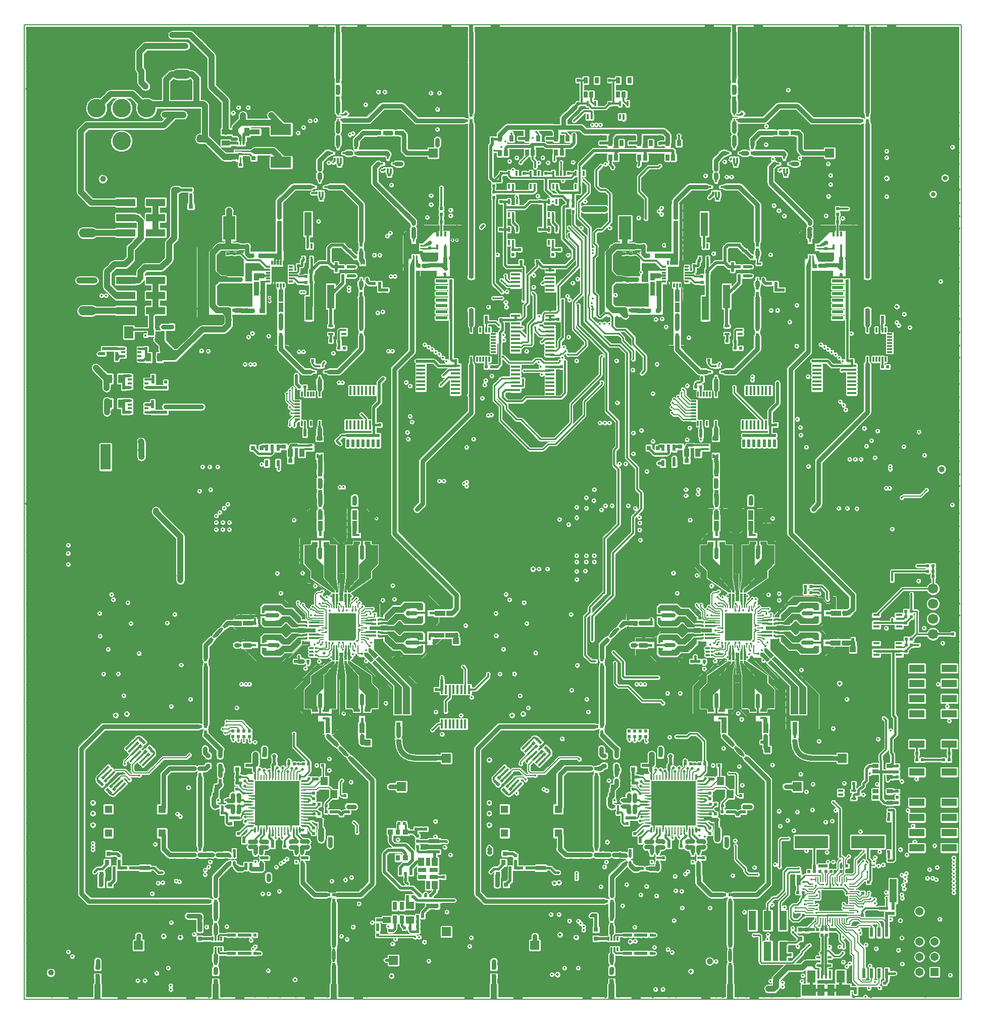
<source format=gtl>
G04 #@! TF.FileFunction,Copper,L1,Top,Signal*
%FSLAX46Y46*%
G04 Gerber Fmt 4.6, Leading zero omitted, Abs format (unit mm)*
G04 Created by KiCad (PCBNEW 4.0.7-e2-6376~61~ubuntu18.04.1) date Tue Nov 15 11:44:19 2022*
%MOMM*%
%LPD*%
G01*
G04 APERTURE LIST*
%ADD10C,0.150000*%
%ADD11C,0.100000*%
%ADD12C,0.200000*%
%ADD13C,0.002540*%
%ADD14C,1.000000*%
%ADD15R,1.370000X1.370000*%
%ADD16C,1.370000*%
%ADD17C,0.500000*%
%ADD18R,0.450000X1.380000*%
%ADD19R,1.475000X2.100000*%
%ADD20R,2.375000X1.900000*%
%ADD21R,1.175000X1.900000*%
%ADD22C,5.000000*%
%ADD23R,0.200000X0.875000*%
%ADD24R,0.875000X0.200000*%
%ADD25R,3.200000X3.200000*%
%ADD26R,0.850000X0.300000*%
%ADD27R,0.300000X0.850000*%
%ADD28R,2.540000X1.270000*%
%ADD29R,1.200000X4.000000*%
%ADD30R,0.495300X0.495300*%
%ADD31R,0.759460X1.648460*%
%ADD32C,0.600000*%
%ADD33R,1.500000X3.250000*%
%ADD34R,0.700000X1.500000*%
%ADD35O,0.400000X0.200000*%
%ADD36R,0.200000X0.200000*%
%ADD37O,0.200000X0.400000*%
%ADD38R,4.600000X4.300000*%
%ADD39R,4.300000X0.300000*%
%ADD40R,0.127000X0.127000*%
%ADD41R,0.863600X0.254000*%
%ADD42R,0.254000X0.863600*%
%ADD43R,7.467600X7.467600*%
%ADD44R,0.450000X1.500000*%
%ADD45R,0.610000X0.670000*%
%ADD46R,0.610000X1.070000*%
%ADD47R,0.700000X1.000000*%
%ADD48R,0.790000X0.300000*%
%ADD49R,0.300000X0.790000*%
%ADD50R,1.700000X1.700000*%
%ADD51R,1.910000X1.910000*%
%ADD52R,1.520000X1.520000*%
%ADD53R,0.600000X1.100000*%
%ADD54R,0.899160X1.399540*%
%ADD55R,2.000000X4.000000*%
%ADD56R,0.550000X0.280000*%
%ADD57R,0.195000X0.400000*%
%ADD58C,0.700000*%
%ADD59R,1.200000X1.400000*%
%ADD60R,0.300000X0.350000*%
%ADD61R,0.350000X0.300000*%
%ADD62R,0.800000X0.700000*%
%ADD63R,0.700000X0.800000*%
%ADD64R,0.410000X0.330000*%
%ADD65R,0.330000X0.410000*%
%ADD66R,1.300000X1.300000*%
%ADD67R,0.800000X0.900000*%
%ADD68R,1.700000X0.800000*%
%ADD69R,1.648460X0.759460*%
%ADD70R,0.410000X1.780000*%
%ADD71R,0.710000X0.360000*%
%ADD72R,1.270000X0.360000*%
%ADD73R,1.780000X0.410000*%
%ADD74R,0.360000X0.710000*%
%ADD75R,0.360000X1.270000*%
%ADD76R,1.000000X0.350000*%
%ADD77R,0.700000X0.300000*%
%ADD78R,0.300000X0.700000*%
%ADD79R,2.600000X2.600000*%
%ADD80R,0.350000X0.850000*%
%ADD81R,0.850000X0.350000*%
%ADD82R,0.350000X1.000000*%
%ADD83R,2.200000X1.000000*%
%ADD84R,1.000000X1.000000*%
%ADD85R,0.440000X0.200000*%
%ADD86R,0.200000X0.440000*%
%ADD87R,0.760000X0.760000*%
%ADD88R,1.496060X5.000000*%
%ADD89R,0.698500X2.500000*%
%ADD90R,0.800000X0.550000*%
%ADD91R,4.200000X4.200000*%
%ADD92R,0.510000X0.250000*%
%ADD93R,0.250000X0.510000*%
%ADD94R,1.250000X1.250000*%
%ADD95R,0.400000X0.700000*%
%ADD96R,0.400000X2.100000*%
%ADD97R,0.300000X0.670000*%
%ADD98R,1.600000X0.700000*%
%ADD99R,0.800000X0.800000*%
%ADD100R,1.500000X0.450000*%
%ADD101R,3.250000X1.500000*%
%ADD102R,1.500000X0.700000*%
%ADD103R,0.300000X0.250000*%
%ADD104R,0.250000X0.300000*%
%ADD105R,1.524000X2.032000*%
%ADD106R,1.270000X3.200000*%
%ADD107R,1.270000X3.200400*%
%ADD108R,1.000000X2.200000*%
%ADD109C,3.100000*%
%ADD110R,3.200400X1.270000*%
%ADD111R,3.400000X1.850000*%
%ADD112R,1.399540X0.899160*%
%ADD113R,1.000000X0.700000*%
%ADD114R,1.000000X1.100000*%
%ADD115R,0.430000X0.320000*%
%ADD116R,0.650000X0.300000*%
%ADD117R,1.600000X2.350000*%
%ADD118R,0.250000X0.600000*%
%ADD119R,2.400000X0.250000*%
%ADD120R,0.660000X0.300000*%
%ADD121R,0.550000X1.600000*%
%ADD122R,5.600000X2.100000*%
%ADD123R,0.950000X0.950000*%
%ADD124R,0.800000X0.950000*%
%ADD125R,1.000000X1.350000*%
%ADD126R,0.700000X1.350000*%
%ADD127R,1.350000X0.700000*%
%ADD128R,0.250000X0.180000*%
%ADD129O,2.994660X1.524000*%
%ADD130R,1.000000X1.750000*%
%ADD131R,0.600000X1.000000*%
%ADD132R,1.000000X2.500000*%
%ADD133C,1.700000*%
%ADD134R,1.524000X1.524000*%
%ADD135R,1.100000X0.400000*%
%ADD136R,4.000000X1.300000*%
%ADD137R,1.300000X4.000000*%
%ADD138R,1.750000X4.250000*%
%ADD139R,1.350000X1.000000*%
%ADD140R,1.350000X1.200000*%
%ADD141R,1.350000X0.600000*%
%ADD142R,0.760000X1.650000*%
%ADD143R,0.800000X1.700000*%
%ADD144C,0.350000*%
%ADD145C,0.300000*%
%ADD146C,0.400000*%
%ADD147C,0.790000*%
%ADD148C,0.500000*%
%ADD149C,0.250000*%
%ADD150C,1.000000*%
%ADD151C,0.700000*%
%ADD152C,0.350000*%
%ADD153C,0.510000*%
%ADD154C,0.800000*%
%ADD155C,0.650000*%
%ADD156C,0.760000*%
%ADD157C,0.030000*%
%ADD158C,0.105000*%
G04 APERTURE END LIST*
D10*
D11*
X214520000Y-99480000D02*
X214520000Y-99470000D01*
D12*
X57390000Y-99480000D02*
X214520000Y-99480000D01*
X57390000Y-99480000D02*
X57390000Y-262740000D01*
X214520000Y-262730000D02*
X214520000Y-99480000D01*
X57390000Y-262740000D02*
X214520000Y-262740000D01*
D13*
G36*
X123224780Y-221688540D02*
X123224780Y-221299920D01*
X123224780Y-220911300D01*
X124870700Y-220911300D01*
X126516620Y-220911300D01*
X126516620Y-221299920D01*
X126516620Y-221688540D01*
X124870700Y-221688540D01*
X123224780Y-221688540D01*
X123224780Y-221688540D01*
X123224780Y-221688540D01*
G37*
X123224780Y-221688540D02*
X123224780Y-221299920D01*
X123224780Y-220911300D01*
X124870700Y-220911300D01*
X126516620Y-220911300D01*
X126516620Y-221299920D01*
X126516620Y-221688540D01*
X124870700Y-221688540D01*
X123224780Y-221688540D01*
X123224780Y-221688540D01*
G36*
X123224780Y-222729940D02*
X123224780Y-222336240D01*
X123224780Y-221942540D01*
X124870700Y-221942540D01*
X126516620Y-221942540D01*
X126516620Y-222336240D01*
X126516620Y-222729940D01*
X124870700Y-222729940D01*
X123224780Y-222729940D01*
X123224780Y-222729940D01*
X123224780Y-222729940D01*
G37*
X123224780Y-222729940D02*
X123224780Y-222336240D01*
X123224780Y-221942540D01*
X124870700Y-221942540D01*
X126516620Y-221942540D01*
X126516620Y-222336240D01*
X126516620Y-222729940D01*
X124870700Y-222729940D01*
X123224780Y-222729940D01*
X123224780Y-222729940D01*
G36*
X123224780Y-223865320D02*
X123224780Y-223425900D01*
X123224780Y-222983940D01*
X124870700Y-222983940D01*
X126516620Y-222983940D01*
X126516620Y-223425900D01*
X126516620Y-223865320D01*
X124870700Y-223865320D01*
X123224780Y-223865320D01*
X123224780Y-223865320D01*
X123224780Y-223865320D01*
G37*
X123224780Y-223865320D02*
X123224780Y-223425900D01*
X123224780Y-222983940D01*
X124870700Y-222983940D01*
X126516620Y-222983940D01*
X126516620Y-223425900D01*
X126516620Y-223865320D01*
X124870700Y-223865320D01*
X123224780Y-223865320D01*
X123224780Y-223865320D01*
D11*
G36*
X95036865Y-226073045D02*
X95036860Y-226327046D01*
X95900465Y-226327045D01*
X95900460Y-226276246D01*
X95697260Y-226073046D01*
X95036865Y-226073045D01*
G37*
X95036865Y-226073045D02*
X95036860Y-226327046D01*
X95900465Y-226327045D01*
X95900460Y-226276246D01*
X95697260Y-226073046D01*
X95036865Y-226073045D01*
G36*
X95973165Y-225136745D02*
X95973155Y-225797145D01*
X96176355Y-226000345D01*
X96227165Y-226000345D01*
X96227165Y-225136745D01*
X95973165Y-225136745D01*
G37*
X95973165Y-225136745D02*
X95973155Y-225797145D01*
X96176355Y-226000345D01*
X96227165Y-226000345D01*
X96227165Y-225136745D01*
X95973165Y-225136745D01*
G36*
X103473165Y-225136745D02*
X103473165Y-226000345D01*
X103523965Y-226000345D01*
X103727165Y-225797145D01*
X103727165Y-225136745D01*
X103473165Y-225136745D01*
G37*
X103473165Y-225136745D02*
X103473165Y-226000345D01*
X103523965Y-226000345D01*
X103727165Y-225797145D01*
X103727165Y-225136745D01*
X103473165Y-225136745D01*
G36*
X103799860Y-226276246D02*
X103799860Y-226327046D01*
X104663465Y-226327045D01*
X104663465Y-226073045D01*
X104003060Y-226073046D01*
X103799860Y-226276246D01*
G37*
X103799860Y-226276246D02*
X103799860Y-226327046D01*
X104663465Y-226327045D01*
X104663465Y-226073045D01*
X104003060Y-226073046D01*
X103799860Y-226276246D01*
G36*
X95036865Y-233573044D02*
X95036865Y-233827045D01*
X95697265Y-233827044D01*
X95900465Y-233623844D01*
X95900465Y-233573044D01*
X95036865Y-233573044D01*
G37*
X95036865Y-233573044D02*
X95036865Y-233827045D01*
X95697265Y-233827044D01*
X95900465Y-233623844D01*
X95900465Y-233573044D01*
X95036865Y-233573044D01*
G36*
X95973160Y-234102945D02*
X95973165Y-234763345D01*
X96227165Y-234763345D01*
X96227165Y-233899745D01*
X96176360Y-233899745D01*
X95973160Y-234102945D01*
G37*
X95973160Y-234102945D02*
X95973165Y-234763345D01*
X96227165Y-234763345D01*
X96227165Y-233899745D01*
X96176360Y-233899745D01*
X95973160Y-234102945D01*
G36*
X103473165Y-233899745D02*
X103473170Y-234763345D01*
X103727165Y-234763345D01*
X103727170Y-234102945D01*
X103523970Y-233899745D01*
X103473165Y-233899745D01*
G37*
X103473165Y-233899745D02*
X103473170Y-234763345D01*
X103727165Y-234763345D01*
X103727170Y-234102945D01*
X103523970Y-233899745D01*
X103473165Y-233899745D01*
G36*
X103799865Y-233573044D02*
X103799865Y-233623844D01*
X104003065Y-233827044D01*
X104663465Y-233827045D01*
X104663465Y-233573045D01*
X103799865Y-233573044D01*
G37*
X103799865Y-233573044D02*
X103799865Y-233623844D01*
X104003065Y-233827044D01*
X104663465Y-233827045D01*
X104663465Y-233573045D01*
X103799865Y-233573044D01*
D13*
G36*
X123301180Y-223543780D02*
X121043120Y-223543780D01*
X118787600Y-223543780D01*
X118787600Y-221372080D01*
X118787600Y-219200380D01*
X119150820Y-219200380D01*
X119514040Y-219200380D01*
X119519120Y-219261340D01*
X119521660Y-219289280D01*
X119524200Y-219329920D01*
X119526740Y-219380720D01*
X119529280Y-219436600D01*
X119531820Y-219492480D01*
X119531820Y-219495020D01*
X119552140Y-219766800D01*
X119580080Y-220025880D01*
X119620720Y-220269720D01*
X119666440Y-220500860D01*
X119724860Y-220716760D01*
X119790900Y-220919960D01*
X119818840Y-220991080D01*
X119910280Y-221201900D01*
X120011880Y-221402560D01*
X120126180Y-221590520D01*
X120250640Y-221765780D01*
X120385260Y-221928340D01*
X120532580Y-222078200D01*
X120692600Y-222215360D01*
X120862780Y-222342360D01*
X121045660Y-222459200D01*
X121241240Y-222563340D01*
X121449520Y-222654780D01*
X121670500Y-222738600D01*
X121807660Y-222781780D01*
X121990540Y-222832580D01*
X122175960Y-222873220D01*
X122366460Y-222908780D01*
X122567120Y-222936720D01*
X122777940Y-222959580D01*
X122998920Y-222974820D01*
X123151320Y-222979900D01*
X123301180Y-222984980D01*
X123301180Y-223264380D01*
X123301180Y-223543780D01*
X123301180Y-223543780D01*
X123301180Y-223543780D01*
G37*
X123301180Y-223543780D02*
X121043120Y-223543780D01*
X118787600Y-223543780D01*
X118787600Y-221372080D01*
X118787600Y-219200380D01*
X119150820Y-219200380D01*
X119514040Y-219200380D01*
X119519120Y-219261340D01*
X119521660Y-219289280D01*
X119524200Y-219329920D01*
X119526740Y-219380720D01*
X119529280Y-219436600D01*
X119531820Y-219492480D01*
X119531820Y-219495020D01*
X119552140Y-219766800D01*
X119580080Y-220025880D01*
X119620720Y-220269720D01*
X119666440Y-220500860D01*
X119724860Y-220716760D01*
X119790900Y-220919960D01*
X119818840Y-220991080D01*
X119910280Y-221201900D01*
X120011880Y-221402560D01*
X120126180Y-221590520D01*
X120250640Y-221765780D01*
X120385260Y-221928340D01*
X120532580Y-222078200D01*
X120692600Y-222215360D01*
X120862780Y-222342360D01*
X121045660Y-222459200D01*
X121241240Y-222563340D01*
X121449520Y-222654780D01*
X121670500Y-222738600D01*
X121807660Y-222781780D01*
X121990540Y-222832580D01*
X122175960Y-222873220D01*
X122366460Y-222908780D01*
X122567120Y-222936720D01*
X122777940Y-222959580D01*
X122998920Y-222974820D01*
X123151320Y-222979900D01*
X123301180Y-222984980D01*
X123301180Y-223264380D01*
X123301180Y-223543780D01*
X123301180Y-223543780D01*
G36*
X123283400Y-222220440D02*
X123283400Y-222294100D01*
X123283400Y-222367760D01*
X123280860Y-222438880D01*
X123280860Y-222504920D01*
X123280860Y-222560800D01*
X123278320Y-222601440D01*
X123278320Y-222609060D01*
X123273240Y-222730980D01*
X123217360Y-222728440D01*
X123181800Y-222728440D01*
X123138620Y-222725900D01*
X123092900Y-222725900D01*
X123080200Y-222723360D01*
X122955740Y-222718280D01*
X122823660Y-222710660D01*
X122683960Y-222695420D01*
X122546800Y-222680180D01*
X122417260Y-222659860D01*
X122348680Y-222649700D01*
X122104840Y-222598900D01*
X121873700Y-222535400D01*
X121655260Y-222464280D01*
X121449520Y-222380460D01*
X121256480Y-222283940D01*
X121076140Y-222177260D01*
X120908500Y-222060420D01*
X120751020Y-221933420D01*
X120679900Y-221867380D01*
X120583380Y-221765780D01*
X120497020Y-221669260D01*
X120415740Y-221565120D01*
X120349700Y-221468600D01*
X120255720Y-221316200D01*
X120171900Y-221158720D01*
X120095700Y-220996160D01*
X120027120Y-220828520D01*
X119968700Y-220650720D01*
X119920440Y-220462760D01*
X119877260Y-220267180D01*
X119841700Y-220058900D01*
X119813760Y-219837920D01*
X119793440Y-219604240D01*
X119783280Y-219441680D01*
X119773120Y-219246100D01*
X119803600Y-219241020D01*
X119818840Y-219238480D01*
X119846780Y-219235940D01*
X119889960Y-219235940D01*
X119943300Y-219233400D01*
X120006800Y-219230860D01*
X120077920Y-219228320D01*
X120154120Y-219225780D01*
X120192220Y-219225780D01*
X120283660Y-219223240D01*
X120359860Y-219220700D01*
X120420820Y-219220700D01*
X120469080Y-219220700D01*
X120504640Y-219220700D01*
X120530040Y-219220700D01*
X120547820Y-219223240D01*
X120555440Y-219225780D01*
X120557980Y-219225780D01*
X120560520Y-219238480D01*
X120563060Y-219263880D01*
X120565600Y-219299440D01*
X120565600Y-219342620D01*
X120565600Y-219352780D01*
X120570680Y-219530580D01*
X120585920Y-219713460D01*
X120608780Y-219896340D01*
X120641800Y-220081760D01*
X120679900Y-220262100D01*
X120728160Y-220432280D01*
X120781500Y-220592300D01*
X120789120Y-220615160D01*
X120860240Y-220782800D01*
X120946600Y-220940280D01*
X121043120Y-221085060D01*
X121149800Y-221217140D01*
X121271720Y-221339060D01*
X121403800Y-221448280D01*
X121487620Y-221506700D01*
X121640020Y-221598140D01*
X121805120Y-221679420D01*
X121985460Y-221750540D01*
X122175960Y-221808960D01*
X122381700Y-221857220D01*
X122600140Y-221895320D01*
X122828740Y-221920720D01*
X123011620Y-221935960D01*
X123067500Y-221938500D01*
X123120840Y-221941040D01*
X123169100Y-221943580D01*
X123207200Y-221946120D01*
X123230060Y-221948660D01*
X123283400Y-221953740D01*
X123283400Y-222220440D01*
X123283400Y-222220440D01*
X123283400Y-222220440D01*
G37*
X123283400Y-222220440D02*
X123283400Y-222294100D01*
X123283400Y-222367760D01*
X123280860Y-222438880D01*
X123280860Y-222504920D01*
X123280860Y-222560800D01*
X123278320Y-222601440D01*
X123278320Y-222609060D01*
X123273240Y-222730980D01*
X123217360Y-222728440D01*
X123181800Y-222728440D01*
X123138620Y-222725900D01*
X123092900Y-222725900D01*
X123080200Y-222723360D01*
X122955740Y-222718280D01*
X122823660Y-222710660D01*
X122683960Y-222695420D01*
X122546800Y-222680180D01*
X122417260Y-222659860D01*
X122348680Y-222649700D01*
X122104840Y-222598900D01*
X121873700Y-222535400D01*
X121655260Y-222464280D01*
X121449520Y-222380460D01*
X121256480Y-222283940D01*
X121076140Y-222177260D01*
X120908500Y-222060420D01*
X120751020Y-221933420D01*
X120679900Y-221867380D01*
X120583380Y-221765780D01*
X120497020Y-221669260D01*
X120415740Y-221565120D01*
X120349700Y-221468600D01*
X120255720Y-221316200D01*
X120171900Y-221158720D01*
X120095700Y-220996160D01*
X120027120Y-220828520D01*
X119968700Y-220650720D01*
X119920440Y-220462760D01*
X119877260Y-220267180D01*
X119841700Y-220058900D01*
X119813760Y-219837920D01*
X119793440Y-219604240D01*
X119783280Y-219441680D01*
X119773120Y-219246100D01*
X119803600Y-219241020D01*
X119818840Y-219238480D01*
X119846780Y-219235940D01*
X119889960Y-219235940D01*
X119943300Y-219233400D01*
X120006800Y-219230860D01*
X120077920Y-219228320D01*
X120154120Y-219225780D01*
X120192220Y-219225780D01*
X120283660Y-219223240D01*
X120359860Y-219220700D01*
X120420820Y-219220700D01*
X120469080Y-219220700D01*
X120504640Y-219220700D01*
X120530040Y-219220700D01*
X120547820Y-219223240D01*
X120555440Y-219225780D01*
X120557980Y-219225780D01*
X120560520Y-219238480D01*
X120563060Y-219263880D01*
X120565600Y-219299440D01*
X120565600Y-219342620D01*
X120565600Y-219352780D01*
X120570680Y-219530580D01*
X120585920Y-219713460D01*
X120608780Y-219896340D01*
X120641800Y-220081760D01*
X120679900Y-220262100D01*
X120728160Y-220432280D01*
X120781500Y-220592300D01*
X120789120Y-220615160D01*
X120860240Y-220782800D01*
X120946600Y-220940280D01*
X121043120Y-221085060D01*
X121149800Y-221217140D01*
X121271720Y-221339060D01*
X121403800Y-221448280D01*
X121487620Y-221506700D01*
X121640020Y-221598140D01*
X121805120Y-221679420D01*
X121985460Y-221750540D01*
X122175960Y-221808960D01*
X122381700Y-221857220D01*
X122600140Y-221895320D01*
X122828740Y-221920720D01*
X123011620Y-221935960D01*
X123067500Y-221938500D01*
X123120840Y-221941040D01*
X123169100Y-221943580D01*
X123207200Y-221946120D01*
X123230060Y-221948660D01*
X123283400Y-221953740D01*
X123283400Y-222220440D01*
X123283400Y-222220440D01*
G36*
X123301180Y-221697200D02*
X123273240Y-221694660D01*
X123247840Y-221694660D01*
X123217360Y-221692120D01*
X123194500Y-221692120D01*
X123021780Y-221681960D01*
X122864300Y-221669260D01*
X122719520Y-221654020D01*
X122592520Y-221638780D01*
X122513780Y-221623540D01*
X122318200Y-221582900D01*
X122137860Y-221532100D01*
X121970220Y-221473680D01*
X121815280Y-221402560D01*
X121673040Y-221323820D01*
X121543500Y-221234920D01*
X121426660Y-221135860D01*
X121319980Y-221026640D01*
X121223460Y-220904720D01*
X121215840Y-220892020D01*
X121142180Y-220775180D01*
X121076140Y-220645640D01*
X121017720Y-220498320D01*
X120964380Y-220340840D01*
X120918660Y-220173200D01*
X120883100Y-219992860D01*
X120852620Y-219804900D01*
X120832300Y-219606780D01*
X120819600Y-219401040D01*
X120817060Y-219314680D01*
X120814520Y-219200380D01*
X122056580Y-219200380D01*
X123301180Y-219200380D01*
X123301180Y-220447520D01*
X123301180Y-221697200D01*
X123301180Y-221697200D01*
X123301180Y-221697200D01*
G37*
X123301180Y-221697200D02*
X123273240Y-221694660D01*
X123247840Y-221694660D01*
X123217360Y-221692120D01*
X123194500Y-221692120D01*
X123021780Y-221681960D01*
X122864300Y-221669260D01*
X122719520Y-221654020D01*
X122592520Y-221638780D01*
X122513780Y-221623540D01*
X122318200Y-221582900D01*
X122137860Y-221532100D01*
X121970220Y-221473680D01*
X121815280Y-221402560D01*
X121673040Y-221323820D01*
X121543500Y-221234920D01*
X121426660Y-221135860D01*
X121319980Y-221026640D01*
X121223460Y-220904720D01*
X121215840Y-220892020D01*
X121142180Y-220775180D01*
X121076140Y-220645640D01*
X121017720Y-220498320D01*
X120964380Y-220340840D01*
X120918660Y-220173200D01*
X120883100Y-219992860D01*
X120852620Y-219804900D01*
X120832300Y-219606780D01*
X120819600Y-219401040D01*
X120817060Y-219314680D01*
X120814520Y-219200380D01*
X122056580Y-219200380D01*
X123301180Y-219200380D01*
X123301180Y-220447520D01*
X123301180Y-221697200D01*
X123301180Y-221697200D01*
G36*
X192949820Y-222985780D02*
X192949820Y-223374400D01*
X192949820Y-223763020D01*
X191303900Y-223763020D01*
X189657980Y-223763020D01*
X189657980Y-223374400D01*
X189657980Y-222985780D01*
X191303900Y-222985780D01*
X192949820Y-222985780D01*
X192949820Y-222985780D01*
X192949820Y-222985780D01*
G37*
X192949820Y-222985780D02*
X192949820Y-223374400D01*
X192949820Y-223763020D01*
X191303900Y-223763020D01*
X189657980Y-223763020D01*
X189657980Y-223374400D01*
X189657980Y-222985780D01*
X191303900Y-222985780D01*
X192949820Y-222985780D01*
X192949820Y-222985780D01*
G36*
X192949820Y-221944380D02*
X192949820Y-222338080D01*
X192949820Y-222731780D01*
X191303900Y-222731780D01*
X189657980Y-222731780D01*
X189657980Y-222338080D01*
X189657980Y-221944380D01*
X191303900Y-221944380D01*
X192949820Y-221944380D01*
X192949820Y-221944380D01*
X192949820Y-221944380D01*
G37*
X192949820Y-221944380D02*
X192949820Y-222338080D01*
X192949820Y-222731780D01*
X191303900Y-222731780D01*
X189657980Y-222731780D01*
X189657980Y-222338080D01*
X189657980Y-221944380D01*
X191303900Y-221944380D01*
X192949820Y-221944380D01*
X192949820Y-221944380D01*
G36*
X192949820Y-220809000D02*
X192949820Y-221248420D01*
X192949820Y-221690380D01*
X191303900Y-221690380D01*
X189657980Y-221690380D01*
X189657980Y-221248420D01*
X189657980Y-220809000D01*
X191303900Y-220809000D01*
X192949820Y-220809000D01*
X192949820Y-220809000D01*
X192949820Y-220809000D01*
G37*
X192949820Y-220809000D02*
X192949820Y-221248420D01*
X192949820Y-221690380D01*
X191303900Y-221690380D01*
X189657980Y-221690380D01*
X189657980Y-221248420D01*
X189657980Y-220809000D01*
X191303900Y-220809000D01*
X192949820Y-220809000D01*
X192949820Y-220809000D01*
G36*
X189731180Y-223543780D02*
X187473120Y-223543780D01*
X185217600Y-223543780D01*
X185217600Y-221372080D01*
X185217600Y-219200380D01*
X185580820Y-219200380D01*
X185944040Y-219200380D01*
X185949120Y-219261340D01*
X185951660Y-219289280D01*
X185954200Y-219329920D01*
X185956740Y-219380720D01*
X185959280Y-219436600D01*
X185961820Y-219492480D01*
X185961820Y-219495020D01*
X185982140Y-219766800D01*
X186010080Y-220025880D01*
X186050720Y-220269720D01*
X186096440Y-220500860D01*
X186154860Y-220716760D01*
X186220900Y-220919960D01*
X186248840Y-220991080D01*
X186340280Y-221201900D01*
X186441880Y-221402560D01*
X186556180Y-221590520D01*
X186680640Y-221765780D01*
X186815260Y-221928340D01*
X186962580Y-222078200D01*
X187122600Y-222215360D01*
X187292780Y-222342360D01*
X187475660Y-222459200D01*
X187671240Y-222563340D01*
X187879520Y-222654780D01*
X188100500Y-222738600D01*
X188237660Y-222781780D01*
X188420540Y-222832580D01*
X188605960Y-222873220D01*
X188796460Y-222908780D01*
X188997120Y-222936720D01*
X189207940Y-222959580D01*
X189428920Y-222974820D01*
X189581320Y-222979900D01*
X189731180Y-222984980D01*
X189731180Y-223264380D01*
X189731180Y-223543780D01*
X189731180Y-223543780D01*
X189731180Y-223543780D01*
G37*
X189731180Y-223543780D02*
X187473120Y-223543780D01*
X185217600Y-223543780D01*
X185217600Y-221372080D01*
X185217600Y-219200380D01*
X185580820Y-219200380D01*
X185944040Y-219200380D01*
X185949120Y-219261340D01*
X185951660Y-219289280D01*
X185954200Y-219329920D01*
X185956740Y-219380720D01*
X185959280Y-219436600D01*
X185961820Y-219492480D01*
X185961820Y-219495020D01*
X185982140Y-219766800D01*
X186010080Y-220025880D01*
X186050720Y-220269720D01*
X186096440Y-220500860D01*
X186154860Y-220716760D01*
X186220900Y-220919960D01*
X186248840Y-220991080D01*
X186340280Y-221201900D01*
X186441880Y-221402560D01*
X186556180Y-221590520D01*
X186680640Y-221765780D01*
X186815260Y-221928340D01*
X186962580Y-222078200D01*
X187122600Y-222215360D01*
X187292780Y-222342360D01*
X187475660Y-222459200D01*
X187671240Y-222563340D01*
X187879520Y-222654780D01*
X188100500Y-222738600D01*
X188237660Y-222781780D01*
X188420540Y-222832580D01*
X188605960Y-222873220D01*
X188796460Y-222908780D01*
X188997120Y-222936720D01*
X189207940Y-222959580D01*
X189428920Y-222974820D01*
X189581320Y-222979900D01*
X189731180Y-222984980D01*
X189731180Y-223264380D01*
X189731180Y-223543780D01*
X189731180Y-223543780D01*
G36*
X189713400Y-222220440D02*
X189713400Y-222294100D01*
X189713400Y-222367760D01*
X189710860Y-222438880D01*
X189710860Y-222504920D01*
X189710860Y-222560800D01*
X189708320Y-222601440D01*
X189708320Y-222609060D01*
X189703240Y-222730980D01*
X189647360Y-222728440D01*
X189611800Y-222728440D01*
X189568620Y-222725900D01*
X189522900Y-222725900D01*
X189510200Y-222723360D01*
X189385740Y-222718280D01*
X189253660Y-222710660D01*
X189113960Y-222695420D01*
X188976800Y-222680180D01*
X188847260Y-222659860D01*
X188778680Y-222649700D01*
X188534840Y-222598900D01*
X188303700Y-222535400D01*
X188085260Y-222464280D01*
X187879520Y-222380460D01*
X187686480Y-222283940D01*
X187506140Y-222177260D01*
X187338500Y-222060420D01*
X187181020Y-221933420D01*
X187109900Y-221867380D01*
X187013380Y-221765780D01*
X186927020Y-221669260D01*
X186845740Y-221565120D01*
X186779700Y-221468600D01*
X186685720Y-221316200D01*
X186601900Y-221158720D01*
X186525700Y-220996160D01*
X186457120Y-220828520D01*
X186398700Y-220650720D01*
X186350440Y-220462760D01*
X186307260Y-220267180D01*
X186271700Y-220058900D01*
X186243760Y-219837920D01*
X186223440Y-219604240D01*
X186213280Y-219441680D01*
X186203120Y-219246100D01*
X186233600Y-219241020D01*
X186248840Y-219238480D01*
X186276780Y-219235940D01*
X186319960Y-219235940D01*
X186373300Y-219233400D01*
X186436800Y-219230860D01*
X186507920Y-219228320D01*
X186584120Y-219225780D01*
X186622220Y-219225780D01*
X186713660Y-219223240D01*
X186789860Y-219220700D01*
X186850820Y-219220700D01*
X186899080Y-219220700D01*
X186934640Y-219220700D01*
X186960040Y-219220700D01*
X186977820Y-219223240D01*
X186985440Y-219225780D01*
X186987980Y-219225780D01*
X186990520Y-219238480D01*
X186993060Y-219263880D01*
X186995600Y-219299440D01*
X186995600Y-219342620D01*
X186995600Y-219352780D01*
X187000680Y-219530580D01*
X187015920Y-219713460D01*
X187038780Y-219896340D01*
X187071800Y-220081760D01*
X187109900Y-220262100D01*
X187158160Y-220432280D01*
X187211500Y-220592300D01*
X187219120Y-220615160D01*
X187290240Y-220782800D01*
X187376600Y-220940280D01*
X187473120Y-221085060D01*
X187579800Y-221217140D01*
X187701720Y-221339060D01*
X187833800Y-221448280D01*
X187917620Y-221506700D01*
X188070020Y-221598140D01*
X188235120Y-221679420D01*
X188415460Y-221750540D01*
X188605960Y-221808960D01*
X188811700Y-221857220D01*
X189030140Y-221895320D01*
X189258740Y-221920720D01*
X189441620Y-221935960D01*
X189497500Y-221938500D01*
X189550840Y-221941040D01*
X189599100Y-221943580D01*
X189637200Y-221946120D01*
X189660060Y-221948660D01*
X189713400Y-221953740D01*
X189713400Y-222220440D01*
X189713400Y-222220440D01*
X189713400Y-222220440D01*
G37*
X189713400Y-222220440D02*
X189713400Y-222294100D01*
X189713400Y-222367760D01*
X189710860Y-222438880D01*
X189710860Y-222504920D01*
X189710860Y-222560800D01*
X189708320Y-222601440D01*
X189708320Y-222609060D01*
X189703240Y-222730980D01*
X189647360Y-222728440D01*
X189611800Y-222728440D01*
X189568620Y-222725900D01*
X189522900Y-222725900D01*
X189510200Y-222723360D01*
X189385740Y-222718280D01*
X189253660Y-222710660D01*
X189113960Y-222695420D01*
X188976800Y-222680180D01*
X188847260Y-222659860D01*
X188778680Y-222649700D01*
X188534840Y-222598900D01*
X188303700Y-222535400D01*
X188085260Y-222464280D01*
X187879520Y-222380460D01*
X187686480Y-222283940D01*
X187506140Y-222177260D01*
X187338500Y-222060420D01*
X187181020Y-221933420D01*
X187109900Y-221867380D01*
X187013380Y-221765780D01*
X186927020Y-221669260D01*
X186845740Y-221565120D01*
X186779700Y-221468600D01*
X186685720Y-221316200D01*
X186601900Y-221158720D01*
X186525700Y-220996160D01*
X186457120Y-220828520D01*
X186398700Y-220650720D01*
X186350440Y-220462760D01*
X186307260Y-220267180D01*
X186271700Y-220058900D01*
X186243760Y-219837920D01*
X186223440Y-219604240D01*
X186213280Y-219441680D01*
X186203120Y-219246100D01*
X186233600Y-219241020D01*
X186248840Y-219238480D01*
X186276780Y-219235940D01*
X186319960Y-219235940D01*
X186373300Y-219233400D01*
X186436800Y-219230860D01*
X186507920Y-219228320D01*
X186584120Y-219225780D01*
X186622220Y-219225780D01*
X186713660Y-219223240D01*
X186789860Y-219220700D01*
X186850820Y-219220700D01*
X186899080Y-219220700D01*
X186934640Y-219220700D01*
X186960040Y-219220700D01*
X186977820Y-219223240D01*
X186985440Y-219225780D01*
X186987980Y-219225780D01*
X186990520Y-219238480D01*
X186993060Y-219263880D01*
X186995600Y-219299440D01*
X186995600Y-219342620D01*
X186995600Y-219352780D01*
X187000680Y-219530580D01*
X187015920Y-219713460D01*
X187038780Y-219896340D01*
X187071800Y-220081760D01*
X187109900Y-220262100D01*
X187158160Y-220432280D01*
X187211500Y-220592300D01*
X187219120Y-220615160D01*
X187290240Y-220782800D01*
X187376600Y-220940280D01*
X187473120Y-221085060D01*
X187579800Y-221217140D01*
X187701720Y-221339060D01*
X187833800Y-221448280D01*
X187917620Y-221506700D01*
X188070020Y-221598140D01*
X188235120Y-221679420D01*
X188415460Y-221750540D01*
X188605960Y-221808960D01*
X188811700Y-221857220D01*
X189030140Y-221895320D01*
X189258740Y-221920720D01*
X189441620Y-221935960D01*
X189497500Y-221938500D01*
X189550840Y-221941040D01*
X189599100Y-221943580D01*
X189637200Y-221946120D01*
X189660060Y-221948660D01*
X189713400Y-221953740D01*
X189713400Y-222220440D01*
X189713400Y-222220440D01*
G36*
X189731180Y-221697200D02*
X189703240Y-221694660D01*
X189677840Y-221694660D01*
X189647360Y-221692120D01*
X189624500Y-221692120D01*
X189451780Y-221681960D01*
X189294300Y-221669260D01*
X189149520Y-221654020D01*
X189022520Y-221638780D01*
X188943780Y-221623540D01*
X188748200Y-221582900D01*
X188567860Y-221532100D01*
X188400220Y-221473680D01*
X188245280Y-221402560D01*
X188103040Y-221323820D01*
X187973500Y-221234920D01*
X187856660Y-221135860D01*
X187749980Y-221026640D01*
X187653460Y-220904720D01*
X187645840Y-220892020D01*
X187572180Y-220775180D01*
X187506140Y-220645640D01*
X187447720Y-220498320D01*
X187394380Y-220340840D01*
X187348660Y-220173200D01*
X187313100Y-219992860D01*
X187282620Y-219804900D01*
X187262300Y-219606780D01*
X187249600Y-219401040D01*
X187247060Y-219314680D01*
X187244520Y-219200380D01*
X188486580Y-219200380D01*
X189731180Y-219200380D01*
X189731180Y-220447520D01*
X189731180Y-221697200D01*
X189731180Y-221697200D01*
X189731180Y-221697200D01*
G37*
X189731180Y-221697200D02*
X189703240Y-221694660D01*
X189677840Y-221694660D01*
X189647360Y-221692120D01*
X189624500Y-221692120D01*
X189451780Y-221681960D01*
X189294300Y-221669260D01*
X189149520Y-221654020D01*
X189022520Y-221638780D01*
X188943780Y-221623540D01*
X188748200Y-221582900D01*
X188567860Y-221532100D01*
X188400220Y-221473680D01*
X188245280Y-221402560D01*
X188103040Y-221323820D01*
X187973500Y-221234920D01*
X187856660Y-221135860D01*
X187749980Y-221026640D01*
X187653460Y-220904720D01*
X187645840Y-220892020D01*
X187572180Y-220775180D01*
X187506140Y-220645640D01*
X187447720Y-220498320D01*
X187394380Y-220340840D01*
X187348660Y-220173200D01*
X187313100Y-219992860D01*
X187282620Y-219804900D01*
X187262300Y-219606780D01*
X187249600Y-219401040D01*
X187247060Y-219314680D01*
X187244520Y-219200380D01*
X188486580Y-219200380D01*
X189731180Y-219200380D01*
X189731180Y-220447520D01*
X189731180Y-221697200D01*
X189731180Y-221697200D01*
D11*
G36*
X161476700Y-226073000D02*
X161476695Y-226327001D01*
X162340300Y-226327000D01*
X162340295Y-226276201D01*
X162137095Y-226073001D01*
X161476700Y-226073000D01*
G37*
X161476700Y-226073000D02*
X161476695Y-226327001D01*
X162340300Y-226327000D01*
X162340295Y-226276201D01*
X162137095Y-226073001D01*
X161476700Y-226073000D01*
G36*
X162413000Y-225136700D02*
X162412990Y-225797100D01*
X162616190Y-226000300D01*
X162667000Y-226000300D01*
X162667000Y-225136700D01*
X162413000Y-225136700D01*
G37*
X162413000Y-225136700D02*
X162412990Y-225797100D01*
X162616190Y-226000300D01*
X162667000Y-226000300D01*
X162667000Y-225136700D01*
X162413000Y-225136700D01*
G36*
X169913000Y-225136700D02*
X169913000Y-226000300D01*
X169963800Y-226000300D01*
X170167000Y-225797100D01*
X170167000Y-225136700D01*
X169913000Y-225136700D01*
G37*
X169913000Y-225136700D02*
X169913000Y-226000300D01*
X169963800Y-226000300D01*
X170167000Y-225797100D01*
X170167000Y-225136700D01*
X169913000Y-225136700D01*
G36*
X170239695Y-226276201D02*
X170239695Y-226327001D01*
X171103300Y-226327000D01*
X171103300Y-226073000D01*
X170442895Y-226073001D01*
X170239695Y-226276201D01*
G37*
X170239695Y-226276201D02*
X170239695Y-226327001D01*
X171103300Y-226327000D01*
X171103300Y-226073000D01*
X170442895Y-226073001D01*
X170239695Y-226276201D01*
G36*
X161476700Y-233572999D02*
X161476700Y-233827000D01*
X162137100Y-233826999D01*
X162340300Y-233623799D01*
X162340300Y-233572999D01*
X161476700Y-233572999D01*
G37*
X161476700Y-233572999D02*
X161476700Y-233827000D01*
X162137100Y-233826999D01*
X162340300Y-233623799D01*
X162340300Y-233572999D01*
X161476700Y-233572999D01*
G36*
X162412995Y-234102900D02*
X162413000Y-234763300D01*
X162667000Y-234763300D01*
X162667000Y-233899700D01*
X162616195Y-233899700D01*
X162412995Y-234102900D01*
G37*
X162412995Y-234102900D02*
X162413000Y-234763300D01*
X162667000Y-234763300D01*
X162667000Y-233899700D01*
X162616195Y-233899700D01*
X162412995Y-234102900D01*
G36*
X169913000Y-233899700D02*
X169913005Y-234763300D01*
X170167000Y-234763300D01*
X170167005Y-234102900D01*
X169963805Y-233899700D01*
X169913000Y-233899700D01*
G37*
X169913000Y-233899700D02*
X169913005Y-234763300D01*
X170167000Y-234763300D01*
X170167005Y-234102900D01*
X169963805Y-233899700D01*
X169913000Y-233899700D01*
G36*
X170239700Y-233572999D02*
X170239700Y-233623799D01*
X170442900Y-233826999D01*
X171103300Y-233827000D01*
X171103300Y-233573000D01*
X170239700Y-233572999D01*
G37*
X170239700Y-233572999D02*
X170239700Y-233623799D01*
X170442900Y-233826999D01*
X171103300Y-233827000D01*
X171103300Y-233573000D01*
X170239700Y-233572999D01*
D14*
X211240000Y-173940000D03*
X61870000Y-258330000D03*
D15*
X210080420Y-258215000D03*
D16*
X207540420Y-258215000D03*
X210080420Y-255675000D03*
X207540420Y-255675000D03*
X210080420Y-253135000D03*
X207540420Y-253135000D03*
X210080420Y-250595000D03*
X207540420Y-250595000D03*
X207540420Y-248055000D03*
D17*
X185820000Y-254030000D03*
X190950420Y-259805000D03*
D18*
X190573740Y-258630000D03*
X191223740Y-258630000D03*
X191873740Y-258630000D03*
X192523740Y-258630000D03*
X193173740Y-258630000D03*
D19*
X189411240Y-258990000D03*
X194336240Y-258990000D03*
D20*
X188963740Y-261290000D03*
X194783740Y-261290000D03*
D21*
X191033740Y-261290000D03*
X192713740Y-261290000D03*
D17*
X138665420Y-140670000D03*
X77170000Y-124750000D03*
X72530000Y-126100000D03*
X63365000Y-105545000D03*
X65085000Y-105545000D03*
X64040000Y-108010000D03*
X59460000Y-106590000D03*
X68400000Y-125000000D03*
X60580000Y-100230000D03*
X63230000Y-102340000D03*
X61190000Y-105950000D03*
X60660000Y-166190000D03*
X60560000Y-159830000D03*
X59820000Y-149560000D03*
X61660000Y-155960000D03*
X61940000Y-151830000D03*
X61690000Y-162670000D03*
X60020000Y-162420000D03*
X61090000Y-140990000D03*
X61990000Y-133740000D03*
X60320000Y-124440000D03*
X61570000Y-122360000D03*
X60390000Y-130830000D03*
X60480000Y-137320000D03*
X60840000Y-115740000D03*
X59690000Y-118450000D03*
X62350000Y-126660000D03*
X60500000Y-242890000D03*
X59590000Y-246000000D03*
X59630000Y-232730000D03*
X59540000Y-226240000D03*
X61140000Y-229150000D03*
X60240000Y-236400000D03*
X62140000Y-244450000D03*
X61870000Y-238510000D03*
X62110000Y-224670000D03*
X61890000Y-233350000D03*
X60390000Y-240810000D03*
X60750000Y-219230000D03*
X59960000Y-221960000D03*
X62390000Y-194850000D03*
X59730000Y-186640000D03*
X60880000Y-183930000D03*
X59340000Y-194690000D03*
X60520000Y-205510000D03*
X60430000Y-199020000D03*
X61610000Y-190550000D03*
X59680000Y-154060000D03*
X62060000Y-188620000D03*
X62030000Y-201930000D03*
X61130000Y-209180000D03*
D22*
X60800000Y-145000000D03*
X60800000Y-215000000D03*
D17*
X74140000Y-176700000D03*
X62100000Y-262260000D03*
X62110000Y-260080000D03*
X62280000Y-253410000D03*
X61750000Y-256890000D03*
X59400000Y-257430000D03*
X59860000Y-254410000D03*
X59860000Y-260110000D03*
X59800000Y-262220000D03*
X57890000Y-262200000D03*
X57900000Y-260020000D03*
X57930000Y-255610000D03*
X57930000Y-257920000D03*
X58150000Y-173780000D03*
X57980000Y-190630000D03*
X57970000Y-182120000D03*
X57950000Y-185090000D03*
X57790000Y-179680000D03*
X57960000Y-187830000D03*
X57950000Y-177040000D03*
X57920000Y-196530000D03*
X57910000Y-253390000D03*
X57920000Y-248210000D03*
X57910000Y-241150000D03*
X57910000Y-233230000D03*
X57920000Y-224950000D03*
X57910000Y-216290000D03*
X57930000Y-207320000D03*
X57920000Y-199260000D03*
X57920000Y-204580000D03*
X57940000Y-201610000D03*
X57950000Y-210120000D03*
X57930000Y-213090000D03*
X57920000Y-230500000D03*
X57940000Y-227530000D03*
X57950000Y-218880000D03*
X57930000Y-221850000D03*
X57940000Y-235620000D03*
X57930000Y-238350000D03*
X57940000Y-243210000D03*
X57920000Y-246010000D03*
X57920000Y-193460000D03*
X57890000Y-251280000D03*
X59760000Y-171310000D03*
X59940000Y-174770000D03*
X57990000Y-162800000D03*
X58190000Y-171280000D03*
X58190000Y-168550000D03*
X58010000Y-165770000D03*
X58030000Y-143720000D03*
X58010000Y-146690000D03*
X58020000Y-157480000D03*
X58010000Y-149420000D03*
X58010000Y-140750000D03*
X58010000Y-154740000D03*
X58030000Y-151770000D03*
X57970000Y-160210000D03*
X58060000Y-121270000D03*
X58040000Y-124240000D03*
X58050000Y-135030000D03*
X58040000Y-126970000D03*
X58040000Y-118300000D03*
X58040000Y-132290000D03*
X58060000Y-129320000D03*
X58000000Y-137760000D03*
X58000000Y-115740000D03*
X58050000Y-113010000D03*
D22*
X60800000Y-110000000D03*
X60800000Y-180000000D03*
X60800000Y-250000000D03*
D17*
X121540000Y-235690000D03*
X122370000Y-236390000D03*
X123830000Y-257970000D03*
X122660000Y-256930000D03*
X121860000Y-248240000D03*
X122660000Y-242770000D03*
X117480000Y-250480000D03*
X121140000Y-251510000D03*
X130780000Y-254990000D03*
X116140000Y-253230000D03*
X116130000Y-256260000D03*
X104855420Y-248400000D03*
X102515420Y-245780000D03*
X99755420Y-245470000D03*
X95640000Y-244890000D03*
X97200000Y-248400000D03*
X83820000Y-230430000D03*
X161940000Y-162160000D03*
X168140000Y-185760000D03*
X201570000Y-178290000D03*
X208810000Y-178830000D03*
X208530000Y-192330000D03*
X208270000Y-195260000D03*
X211610000Y-194560000D03*
X211700000Y-198850000D03*
X207240000Y-205750000D03*
X207140000Y-213690000D03*
X213200420Y-213665000D03*
X213170420Y-211135000D03*
X209620420Y-220655000D03*
X212970420Y-231045000D03*
X213040420Y-236095000D03*
X211270000Y-260690000D03*
X101270000Y-211620000D03*
X100380000Y-213210000D03*
X68555000Y-172065000D03*
X185105000Y-153565000D03*
X93200000Y-159250000D03*
X98640000Y-161160000D03*
X99630000Y-159340000D03*
X208850000Y-136660000D03*
X208520000Y-142010000D03*
X66250000Y-138760000D03*
X68320000Y-152890000D03*
X69240000Y-163440000D03*
X87450000Y-152200000D03*
X85870000Y-153820000D03*
X95320000Y-129040000D03*
X93050000Y-127050000D03*
X105580000Y-117520000D03*
X103340000Y-122910000D03*
X103650000Y-119820000D03*
X99755000Y-119165000D03*
X103065000Y-114155000D03*
X134675000Y-102055000D03*
X134685000Y-100555000D03*
X134665000Y-103445000D03*
X133545000Y-104195000D03*
X133565000Y-101305000D03*
X133555000Y-102805000D03*
X130205000Y-101935000D03*
X130215000Y-100435000D03*
X130195000Y-103325000D03*
X131315000Y-102575000D03*
X133720000Y-100050000D03*
X131325000Y-101185000D03*
X131230000Y-104100000D03*
X114420000Y-107230000D03*
X116000000Y-100120000D03*
X123640000Y-100050000D03*
X120740000Y-100190000D03*
X126570000Y-102740000D03*
X119400000Y-102460000D03*
X122020000Y-101720000D03*
X126130000Y-100180000D03*
X116810000Y-101730000D03*
X118320000Y-100240000D03*
X59740000Y-101570000D03*
X74860000Y-102740000D03*
X60300000Y-103650000D03*
X74600000Y-100300000D03*
X68240000Y-100320000D03*
X65990000Y-100350000D03*
X57970000Y-100080000D03*
X72690000Y-100300000D03*
X70440000Y-100330000D03*
X92680000Y-101990000D03*
X101500000Y-102780000D03*
X98880000Y-101900000D03*
X95690000Y-103020000D03*
X104470000Y-103140000D03*
X91810000Y-110050000D03*
X87310000Y-106920000D03*
X70940000Y-123610000D03*
X93230000Y-107430000D03*
X57920000Y-102420000D03*
X77040000Y-102150000D03*
X63120000Y-100170000D03*
X90380000Y-104320000D03*
X75370000Y-104120000D03*
X82780000Y-100080000D03*
X85020000Y-100100000D03*
X76250000Y-100340000D03*
X78330000Y-100350000D03*
X80630000Y-100080000D03*
X91270000Y-100280000D03*
X89020000Y-100310000D03*
X86940000Y-100300000D03*
X93470000Y-100290000D03*
X104260000Y-100190000D03*
X97730000Y-100200000D03*
X99810000Y-100210000D03*
X102060000Y-100180000D03*
X95820000Y-100200000D03*
X213480000Y-101900000D03*
X206090000Y-101780000D03*
X208350000Y-102470000D03*
X210840000Y-103940000D03*
X213140000Y-103790000D03*
X213280000Y-100250000D03*
X206750000Y-100260000D03*
X208830000Y-100270000D03*
X211080000Y-100240000D03*
X204840000Y-100260000D03*
X180380000Y-107370000D03*
X184590000Y-102840000D03*
X182500000Y-102320000D03*
X187110000Y-101840000D03*
X189090000Y-102330000D03*
X193380000Y-102330000D03*
X191180000Y-102320000D03*
X184400000Y-100260000D03*
X182200000Y-100250000D03*
X186590000Y-100250000D03*
X188790000Y-100260000D03*
X193080000Y-100260000D03*
X190880000Y-100250000D03*
X139640000Y-104980000D03*
X138810000Y-102600000D03*
X148760000Y-104750000D03*
X158800000Y-104150000D03*
X155870000Y-104170000D03*
X152240000Y-104320000D03*
X145680000Y-104050000D03*
X166380000Y-104340000D03*
X160460000Y-104730000D03*
X169270000Y-104650000D03*
X141360000Y-102010000D03*
X145470000Y-102290000D03*
X157500000Y-102200000D03*
X154570000Y-102220000D03*
X150270000Y-102330000D03*
X142790000Y-103670000D03*
X165080000Y-102390000D03*
X161380000Y-102390000D03*
X167970000Y-102700000D03*
X200065000Y-99985000D03*
X201175000Y-102105000D03*
X201185000Y-100605000D03*
X201165000Y-103495000D03*
X200045000Y-104245000D03*
X200065000Y-101355000D03*
X200055000Y-102855000D03*
X196600000Y-101290000D03*
X196605000Y-99985000D03*
X194870000Y-106100000D03*
X197670000Y-100790000D03*
X197600000Y-101960000D03*
X197670000Y-103150000D03*
X197640000Y-104540000D03*
X196620000Y-102600000D03*
X196575000Y-103735000D03*
X177605000Y-99975000D03*
X175340000Y-101020000D03*
X174270000Y-100020000D03*
X177780000Y-104400000D03*
X177585000Y-103015000D03*
X177595000Y-101515000D03*
X178695000Y-103655000D03*
X178715000Y-100765000D03*
X178705000Y-102265000D03*
X174260000Y-103300000D03*
X174280000Y-101680000D03*
X175345000Y-104195000D03*
X175345000Y-102545000D03*
X108920000Y-102220000D03*
X107775000Y-101465000D03*
X108895000Y-100715000D03*
X107845000Y-99955000D03*
X107845000Y-103135000D03*
X109055000Y-103955000D03*
X111025000Y-101475000D03*
X111035000Y-99975000D03*
X106090000Y-105870000D03*
X112145000Y-100725000D03*
X112065000Y-103735000D03*
X112075000Y-102235000D03*
X110955000Y-102985000D03*
X110945000Y-104485000D03*
D23*
X195353740Y-249547500D03*
X194953740Y-249547500D03*
X194553740Y-249547500D03*
X194153740Y-249547500D03*
X193753740Y-249547500D03*
X193353740Y-249547500D03*
X192953740Y-249547500D03*
X192553740Y-249547500D03*
X192153740Y-249547500D03*
X191753740Y-249547500D03*
X191353740Y-249547500D03*
X190953740Y-249547500D03*
X190553740Y-249547500D03*
X190153740Y-249547500D03*
X190153740Y-242672500D03*
X190553740Y-242672500D03*
X190953740Y-242672500D03*
X191353740Y-242672500D03*
X191753740Y-242672500D03*
X192153740Y-242672500D03*
X192553740Y-242672500D03*
X192953740Y-242672500D03*
X193353740Y-242672500D03*
X193753740Y-242672500D03*
X194153740Y-242672500D03*
X194553740Y-242672500D03*
X194953740Y-242672500D03*
X195353740Y-242672500D03*
D24*
X189316240Y-248710000D03*
X189316240Y-248310000D03*
X189316240Y-247910000D03*
X189316240Y-247510000D03*
X189316240Y-247110000D03*
X189316240Y-246710000D03*
X189316240Y-246310000D03*
X189316240Y-245910000D03*
X189316240Y-245510000D03*
X189316240Y-245110000D03*
X189316240Y-244710000D03*
X189316240Y-244310000D03*
X189316240Y-243910000D03*
X189316240Y-243510000D03*
X196191240Y-243510000D03*
X196191240Y-243910000D03*
X196191240Y-244310000D03*
X196191240Y-244710000D03*
X196191240Y-245110000D03*
X196191240Y-245510000D03*
X196191240Y-245910000D03*
X196191240Y-248710000D03*
X196191240Y-248310000D03*
X196191240Y-247910000D03*
X196191240Y-247510000D03*
X196191240Y-247110000D03*
X196191240Y-246710000D03*
X196191240Y-246310000D03*
D25*
X192753740Y-246110000D03*
D17*
X111090000Y-110330000D03*
X78830000Y-165640000D03*
X81710000Y-166070000D03*
X79220000Y-168590000D03*
X72430000Y-175060000D03*
X75240000Y-168740000D03*
X206800000Y-179360000D03*
X204510000Y-179670000D03*
X202810000Y-182730000D03*
X165670000Y-164990000D03*
X165770000Y-161810000D03*
D26*
X169675000Y-165560000D03*
X169675000Y-165060000D03*
X169675000Y-164560000D03*
X169675000Y-164060000D03*
X169675000Y-163560000D03*
X169675000Y-163060000D03*
X169675000Y-162560000D03*
X169675000Y-162060000D03*
X174625000Y-162060000D03*
X174625000Y-162560000D03*
X174625000Y-163060000D03*
X174625000Y-163560000D03*
X174625000Y-164060000D03*
X174625000Y-164560000D03*
X174625000Y-165060000D03*
X174625000Y-165560000D03*
D27*
X170400000Y-161335000D03*
X170900000Y-161335000D03*
X171400000Y-161335000D03*
X171900000Y-161335000D03*
X172400000Y-161335000D03*
X172900000Y-161335000D03*
X173400000Y-161335000D03*
X173900000Y-161335000D03*
X173900000Y-166285000D03*
X173400000Y-166285000D03*
X172900000Y-166285000D03*
X172400000Y-166285000D03*
X171900000Y-166285000D03*
X171400000Y-166285000D03*
X170900000Y-166285000D03*
D25*
X172150000Y-163810000D03*
D27*
X170400000Y-166285000D03*
D17*
X177250000Y-160090000D03*
X168990000Y-161680000D03*
X125430000Y-166700000D03*
X112810000Y-164870000D03*
X112750000Y-159260000D03*
X117455420Y-154940000D03*
X136045420Y-146060000D03*
X135665420Y-147440000D03*
X142725420Y-142310000D03*
X137575420Y-143230000D03*
X136805420Y-134520000D03*
X136835420Y-136790000D03*
X140605420Y-132730000D03*
X143525420Y-132490000D03*
X159885420Y-127900000D03*
X161035420Y-129190000D03*
X151295420Y-131460000D03*
X159830000Y-131240000D03*
X161080000Y-131610000D03*
X161920000Y-132830000D03*
X159690000Y-129260000D03*
X151430000Y-118300000D03*
X151460000Y-119510000D03*
X149770000Y-120540000D03*
X156970000Y-107700000D03*
X158380000Y-109840000D03*
X155280000Y-110590000D03*
X152490000Y-109010000D03*
X141580000Y-108670000D03*
X145350000Y-108260000D03*
X148270000Y-109590000D03*
X77070000Y-129910000D03*
X75450000Y-127640000D03*
X194170000Y-178670000D03*
X65930000Y-175210000D03*
X65920000Y-178790000D03*
X65920000Y-164800000D03*
X66330000Y-173440000D03*
X75860000Y-180580000D03*
X66090000Y-170420000D03*
X65940000Y-167770000D03*
X65950000Y-159480000D03*
X65940000Y-156740000D03*
X65900000Y-162210000D03*
X65120000Y-119960000D03*
X65100000Y-122930000D03*
X65700000Y-133880000D03*
X65100000Y-125660000D03*
X65100000Y-116990000D03*
X65710000Y-130920000D03*
X65120000Y-128010000D03*
X94810000Y-105010000D03*
X101050000Y-104990000D03*
X99000000Y-104060000D03*
X96720000Y-105010000D03*
X103250000Y-105000000D03*
X207490420Y-236305000D03*
X207730000Y-116540000D03*
X207095000Y-119815000D03*
X205280000Y-117240000D03*
X205180000Y-111690000D03*
X211420000Y-117930000D03*
X207130000Y-113370000D03*
X214050000Y-204790000D03*
X214050000Y-202830000D03*
X214030000Y-200580000D03*
X204690000Y-196150000D03*
X211530000Y-190580000D03*
X212450000Y-186250000D03*
X204580000Y-192540000D03*
X202080000Y-194970000D03*
X201910000Y-197950000D03*
X211370000Y-179260000D03*
X206700000Y-182560000D03*
X206430000Y-144400000D03*
X212460000Y-141770000D03*
X211800000Y-152630000D03*
X205130000Y-148930000D03*
X212320000Y-155590000D03*
X206020000Y-153870000D03*
X207600000Y-157570000D03*
X209100000Y-155630000D03*
X208240000Y-151500000D03*
X207200000Y-134330000D03*
X206300000Y-131630000D03*
X210080000Y-131650000D03*
X210170000Y-139370000D03*
X207610000Y-122110000D03*
X210200000Y-134360000D03*
X209190000Y-125810000D03*
X212030000Y-121290000D03*
X206330000Y-136960000D03*
X212000000Y-136860000D03*
X205860000Y-124610000D03*
X210690000Y-123870000D03*
X210160000Y-120590000D03*
X211170000Y-127200000D03*
X212120000Y-129260000D03*
X205780000Y-127560000D03*
X208340000Y-129220000D03*
X206390000Y-140250000D03*
X210650000Y-144250000D03*
X84730000Y-169020000D03*
X79310000Y-173120000D03*
X85270000Y-188090000D03*
X82020000Y-187600000D03*
D28*
X207070420Y-237385000D03*
X207070420Y-234845000D03*
X207070420Y-232305000D03*
X207070420Y-229765000D03*
X207070420Y-227225000D03*
X207070420Y-224685000D03*
X212530420Y-224685000D03*
X212530420Y-227225000D03*
X212530420Y-229765000D03*
X212530420Y-232305000D03*
X212530420Y-234845000D03*
X212530420Y-237385000D03*
D17*
X205550000Y-103270000D03*
X212790000Y-106770000D03*
X213980000Y-107810000D03*
X214000000Y-110060000D03*
X214000000Y-112020000D03*
X214130000Y-155210000D03*
X214130000Y-153250000D03*
X214110000Y-151000000D03*
X214110000Y-148760000D03*
X214090000Y-146570000D03*
X214050000Y-135860000D03*
X214070000Y-138050000D03*
X214070000Y-140290000D03*
X214090000Y-142540000D03*
X214090000Y-144500000D03*
X214090000Y-122830000D03*
X214090000Y-120870000D03*
X214070000Y-118620000D03*
X214070000Y-116380000D03*
X214050000Y-114190000D03*
X214090000Y-124900000D03*
X214110000Y-127090000D03*
X214110000Y-129330000D03*
X214130000Y-131580000D03*
X214130000Y-133540000D03*
X214110000Y-176780000D03*
X214110000Y-174820000D03*
X214090000Y-172570000D03*
X214090000Y-170330000D03*
X214070000Y-168140000D03*
X214030000Y-157430000D03*
X214050000Y-159620000D03*
X214050000Y-161860000D03*
X214070000Y-164110000D03*
X214070000Y-166070000D03*
X214070000Y-187740000D03*
X214070000Y-185780000D03*
X214050000Y-183530000D03*
X214050000Y-181290000D03*
X214030000Y-179100000D03*
D22*
X209000000Y-110000000D03*
X209000000Y-148000000D03*
X209000000Y-186000000D03*
D17*
X200660000Y-169410000D03*
X202270000Y-110870000D03*
X202900000Y-107760000D03*
X202960000Y-105330000D03*
X206480000Y-107260000D03*
X183490000Y-109280000D03*
X181990000Y-108080000D03*
X187450000Y-107070000D03*
X187900000Y-109790000D03*
X192870000Y-108090000D03*
X190670000Y-108080000D03*
X168390000Y-109050000D03*
X185160000Y-108710000D03*
X170140000Y-106820000D03*
X191680000Y-106600000D03*
X161330000Y-106900000D03*
X164510000Y-107620000D03*
X167250000Y-106510000D03*
X162090000Y-108860000D03*
X165600000Y-110220000D03*
X170900000Y-108780000D03*
X166620000Y-111880000D03*
X166300000Y-114220000D03*
X184010000Y-106760000D03*
X171300000Y-114440000D03*
X172150000Y-111010000D03*
X168900000Y-111620000D03*
X146550000Y-106220000D03*
X151330000Y-106390000D03*
X152920000Y-107240000D03*
X155550000Y-106130000D03*
X161940000Y-114270000D03*
X161740000Y-112360000D03*
X163980000Y-104650000D03*
X161700000Y-116430000D03*
X156770000Y-116250000D03*
X148640000Y-106670000D03*
X143530000Y-106130000D03*
X138000000Y-108180000D03*
X140510000Y-107150000D03*
X139530000Y-109970000D03*
X137300000Y-112120000D03*
X141490000Y-114710000D03*
X148520000Y-113040000D03*
X136680000Y-114650000D03*
X130340000Y-117040000D03*
X89550000Y-122110000D03*
X97610000Y-117390000D03*
X97290000Y-121940000D03*
X89520000Y-117440000D03*
X89290000Y-112530000D03*
X86420000Y-114860000D03*
X83600000Y-121620000D03*
X78870000Y-121960000D03*
X80910000Y-157320000D03*
D22*
X190640000Y-164730000D03*
X144920000Y-164720000D03*
X99200000Y-164740000D03*
X99200000Y-111380000D03*
X144920000Y-111380000D03*
X190660000Y-111380000D03*
D17*
X135490000Y-110310000D03*
X129120000Y-109780000D03*
X173080000Y-110160000D03*
X175315000Y-105875000D03*
X175315000Y-107525000D03*
X175305000Y-109095000D03*
X196525000Y-106175000D03*
X196570000Y-105040000D03*
X197590000Y-106980000D03*
X197620000Y-105590000D03*
X197650000Y-108490000D03*
X197780000Y-110120000D03*
X196600000Y-107940000D03*
X196715000Y-109315000D03*
X201165000Y-110875000D03*
X200055000Y-110165000D03*
X200115000Y-107315000D03*
X200125000Y-105815000D03*
X200105000Y-108705000D03*
X201225000Y-107955000D03*
X201235000Y-109465000D03*
X201245000Y-105065000D03*
X201235000Y-106565000D03*
X178805000Y-106715000D03*
X178815000Y-105215000D03*
X179340000Y-109450000D03*
X178795000Y-108105000D03*
X177675000Y-108855000D03*
X177695000Y-105965000D03*
X177685000Y-107465000D03*
X80860000Y-161470000D03*
X68250000Y-140980000D03*
X83820000Y-208600000D03*
X93190000Y-171910000D03*
X83770000Y-133520000D03*
X95920000Y-213850000D03*
X72560000Y-167000000D03*
X73400000Y-152690000D03*
X86080000Y-164870000D03*
X76960000Y-145880000D03*
X74130000Y-197750000D03*
X84580000Y-138110000D03*
X69950000Y-127410000D03*
X70630000Y-193630000D03*
X70650000Y-139330000D03*
X74830000Y-157470000D03*
X75750000Y-166160000D03*
X79820000Y-135720000D03*
X81610000Y-174290000D03*
X84350000Y-126390000D03*
X95930000Y-162170000D03*
X69080000Y-178310000D03*
X86450000Y-172050000D03*
X67590000Y-181050000D03*
X116620000Y-171230000D03*
X144940000Y-173200000D03*
X141300000Y-173220000D03*
X141520000Y-174350000D03*
X141830000Y-175730000D03*
X148730000Y-161190000D03*
X152230000Y-160750000D03*
X152190000Y-158750000D03*
X149630000Y-158850000D03*
X159620000Y-157980000D03*
X157470000Y-160180000D03*
X160230000Y-167780000D03*
X154620000Y-170440000D03*
X159770000Y-172110000D03*
X161865000Y-171875000D03*
X163675000Y-169155000D03*
X164815000Y-168205000D03*
X167025000Y-168625000D03*
X198795000Y-175205000D03*
X199675000Y-170795000D03*
X201245000Y-172555000D03*
X182670000Y-174660000D03*
X122490000Y-158760000D03*
X126960000Y-158660000D03*
X128600000Y-163440000D03*
X127420000Y-164430000D03*
X126750000Y-165810000D03*
X121970000Y-170180000D03*
X123900000Y-168320000D03*
X122140000Y-163780000D03*
X67220000Y-157790000D03*
X76860000Y-148960000D03*
X71410000Y-145770000D03*
X88230000Y-169300000D03*
X91050000Y-171650000D03*
X93060000Y-169750000D03*
X96020000Y-164690000D03*
X76150000Y-173600000D03*
X82030000Y-169850000D03*
X115900000Y-174620000D03*
X115640000Y-176570000D03*
X132450000Y-177730000D03*
X126800000Y-179190000D03*
X126680000Y-181930000D03*
X124170000Y-184860000D03*
X126620000Y-184640000D03*
X134690000Y-179700000D03*
X131850000Y-181430000D03*
X132180000Y-184980000D03*
X149010000Y-181930000D03*
X154220000Y-179260000D03*
X160050000Y-179160000D03*
X163990000Y-179130000D03*
X162240000Y-182200000D03*
X169960000Y-183850000D03*
X167980000Y-188120000D03*
X161840000Y-194470000D03*
X163300000Y-192620000D03*
X163790000Y-207170000D03*
X202390000Y-212590000D03*
X204500000Y-211760000D03*
X204520000Y-214420000D03*
X192440000Y-206600000D03*
X191470000Y-215480000D03*
X192010000Y-217080000D03*
X194080000Y-215450000D03*
X196420000Y-214660000D03*
X195620000Y-217060000D03*
X162950000Y-213660000D03*
X167600000Y-219540000D03*
X186830000Y-225000000D03*
X194770000Y-225570000D03*
X195240000Y-227340000D03*
X192560000Y-228450000D03*
X188000000Y-232930000D03*
X192900000Y-235770000D03*
X192880000Y-237550000D03*
X213960000Y-249190000D03*
X210200000Y-247620000D03*
X208550000Y-249420000D03*
X202970000Y-260010000D03*
X207750000Y-260760000D03*
X208650000Y-254630000D03*
X211390000Y-256960000D03*
X179580000Y-252950000D03*
X164640000Y-244740000D03*
X116630000Y-248640000D03*
X128870000Y-241720000D03*
X211330000Y-181740000D03*
X128260000Y-249250000D03*
X205860000Y-190210000D03*
X114670000Y-251290000D03*
X72780000Y-220610000D03*
X73230000Y-223520000D03*
X77450000Y-258170000D03*
X71550000Y-222010000D03*
X80270000Y-219640000D03*
X114330000Y-254980000D03*
X99080000Y-258720000D03*
X113100000Y-253420000D03*
X73840000Y-224910000D03*
X81700000Y-221200000D03*
X100920000Y-217570000D03*
X99250000Y-218460000D03*
X97340000Y-216690000D03*
X93630000Y-208790000D03*
X91420000Y-213150000D03*
X94100000Y-206550000D03*
X85060000Y-201740000D03*
X97270000Y-208750000D03*
X98110000Y-212290000D03*
X91210000Y-206200000D03*
X88450000Y-197020000D03*
X89180000Y-194250000D03*
X89230000Y-192630000D03*
X83790000Y-180680000D03*
X96450000Y-179430000D03*
X96500000Y-181860000D03*
X92760000Y-183480000D03*
X73400000Y-178680000D03*
X69230000Y-175180000D03*
X71780000Y-178610000D03*
X66170000Y-182650000D03*
X66220000Y-186920000D03*
X79800000Y-184400000D03*
X86120000Y-194560000D03*
X85120000Y-195970000D03*
X88990000Y-187530000D03*
X86360000Y-192610000D03*
X63760000Y-185540000D03*
X63780000Y-188510000D03*
X68920000Y-181660000D03*
X70860000Y-185830000D03*
X63860000Y-113270000D03*
X57910000Y-104950000D03*
X69940000Y-179700000D03*
X57810000Y-110210000D03*
X57930000Y-107300000D03*
X63810000Y-116000000D03*
X63810000Y-138020000D03*
X63870000Y-129580000D03*
X63850000Y-132550000D03*
X63850000Y-118560000D03*
X61300000Y-119410000D03*
X63860000Y-135290000D03*
X61920000Y-129110000D03*
X63870000Y-121530000D03*
X63780000Y-160470000D03*
X63840000Y-152030000D03*
X63820000Y-155000000D03*
X63820000Y-141010000D03*
X63820000Y-149680000D03*
X63830000Y-157740000D03*
X63820000Y-146950000D03*
X63840000Y-143980000D03*
X63820000Y-166030000D03*
X63800000Y-169000000D03*
X63810000Y-179790000D03*
X63490000Y-171690000D03*
X63800000Y-163060000D03*
X63810000Y-177700000D03*
X61220000Y-173830000D03*
X138960000Y-182020000D03*
X96980000Y-191510000D03*
X122420000Y-193640000D03*
X118650000Y-193960000D03*
X120010000Y-191600000D03*
X128340000Y-188460000D03*
X132920000Y-188470000D03*
X131300000Y-188430000D03*
X153940000Y-188810000D03*
X153100000Y-191060000D03*
X152880000Y-192440000D03*
X151870000Y-195010000D03*
X161560000Y-206870000D03*
X165500000Y-208760000D03*
X163200000Y-211590000D03*
X165900000Y-213500000D03*
X162330000Y-215320000D03*
X162940000Y-217710000D03*
X186730000Y-229090000D03*
X130730000Y-229840000D03*
X127580000Y-231360000D03*
X122890000Y-231960000D03*
X120740000Y-231870000D03*
X120823740Y-229890000D03*
X63760000Y-252950000D03*
X63760000Y-250750000D03*
X63760000Y-246590000D03*
X63780000Y-243790000D03*
X63770000Y-238930000D03*
X63780000Y-236200000D03*
X63770000Y-222430000D03*
X63790000Y-219460000D03*
X63780000Y-228110000D03*
X63760000Y-231080000D03*
X63770000Y-213670000D03*
X63790000Y-210700000D03*
X63780000Y-202190000D03*
X63760000Y-205160000D03*
X63760000Y-182520000D03*
X63760000Y-191170000D03*
X63760000Y-199840000D03*
X63770000Y-207900000D03*
X63750000Y-216870000D03*
X63760000Y-225530000D03*
X63750000Y-233810000D03*
X63750000Y-241730000D03*
X63760000Y-248790000D03*
X63750000Y-255130000D03*
X72500000Y-249820000D03*
X93030000Y-249010000D03*
X104600000Y-253610000D03*
X102220000Y-255890000D03*
X94990000Y-258810000D03*
X95020000Y-261590000D03*
X191390000Y-104220000D03*
X193220000Y-105100000D03*
X188930000Y-105100000D03*
X186920000Y-104380000D03*
X181800000Y-105700000D03*
X184540000Y-105100000D03*
X204840000Y-105340000D03*
X211060000Y-107170000D03*
X208690000Y-105010000D03*
X206750000Y-105340000D03*
X213910000Y-105260000D03*
X98340000Y-262300000D03*
X96140000Y-262290000D03*
X168280000Y-100300000D03*
X170480000Y-100310000D03*
X166120000Y-100370000D03*
X159590000Y-100380000D03*
X161670000Y-100390000D03*
X163920000Y-100360000D03*
X157680000Y-100380000D03*
X92800000Y-104300000D03*
X91580000Y-108060000D03*
X77060000Y-123380000D03*
X90340000Y-106170000D03*
X85590000Y-103550000D03*
X88700000Y-102600000D03*
X76030000Y-109580000D03*
X73900000Y-123240000D03*
X84240000Y-117400000D03*
X125990000Y-209060000D03*
X147305000Y-159285000D03*
X118720000Y-240070000D03*
X152070000Y-200910000D03*
X83435420Y-260780000D03*
X80490000Y-260730000D03*
X75455420Y-260800000D03*
X78030000Y-260780000D03*
X78090000Y-262150000D03*
X75515420Y-262170000D03*
X65860000Y-256970000D03*
X64030000Y-256540000D03*
X64050000Y-262130000D03*
X64070000Y-259990000D03*
X64090000Y-258410000D03*
X173960000Y-204860000D03*
X107750000Y-204800000D03*
X204310000Y-242910000D03*
X195670000Y-239660000D03*
X196840000Y-250080000D03*
X208570420Y-262285000D03*
X210920000Y-262170000D03*
X213440000Y-261980000D03*
X206490000Y-262110000D03*
X85890000Y-160670000D03*
X96210000Y-160310000D03*
X101080000Y-160400000D03*
X86080000Y-157820000D03*
X89020000Y-157630000D03*
X88980000Y-155440000D03*
X89570000Y-152190000D03*
X153860000Y-196380000D03*
X154050000Y-198190000D03*
X163330000Y-158300000D03*
X163860000Y-163510000D03*
X160810000Y-164350000D03*
X154550000Y-172550000D03*
X138890000Y-174310000D03*
X138280000Y-175800000D03*
X137380000Y-177610000D03*
X143240000Y-177590000D03*
X141080000Y-180090000D03*
X136450000Y-184490000D03*
X128340000Y-179490000D03*
X127900000Y-174830000D03*
X131010000Y-172760000D03*
X128570000Y-172460000D03*
X132830000Y-171910000D03*
X134750000Y-169970000D03*
X137030000Y-168920000D03*
X138220000Y-167850000D03*
X129690000Y-162190000D03*
X125790000Y-160140000D03*
X136990000Y-158160000D03*
X154390000Y-152820000D03*
X148390000Y-152910000D03*
X143250000Y-153010000D03*
X129880000Y-151310000D03*
X134600000Y-146020000D03*
X134580000Y-142820000D03*
X201200000Y-145660000D03*
X201160000Y-144060000D03*
X201180000Y-142560000D03*
X131085000Y-137045000D03*
X125900000Y-130820000D03*
X129965000Y-137795000D03*
X146490000Y-138810000D03*
X133605000Y-137485000D03*
X142770000Y-137870000D03*
X134840000Y-141190000D03*
X134800000Y-139590000D03*
X134820000Y-138090000D03*
X133635000Y-138975000D03*
X133615000Y-140475000D03*
X133600000Y-141820000D03*
X130920000Y-141820000D03*
X130005000Y-139275000D03*
X131170000Y-140200000D03*
X131250000Y-138490000D03*
X128260000Y-119360000D03*
X150110000Y-110730000D03*
X154650000Y-109300000D03*
X154540000Y-111890000D03*
X159750000Y-111290000D03*
X158530000Y-113890000D03*
X153350000Y-114170000D03*
X185490000Y-251900000D03*
X188510000Y-255270000D03*
X199710420Y-254565000D03*
X209020420Y-240295000D03*
X212630420Y-225945000D03*
X206720420Y-231105000D03*
X213580420Y-228575000D03*
X213580000Y-221540000D03*
X206105000Y-222015000D03*
X136845420Y-126510000D03*
X140015420Y-125910000D03*
X140325000Y-134735000D03*
X148840000Y-137310000D03*
X195340000Y-119590000D03*
X193490000Y-118620000D03*
X143615420Y-120380000D03*
X139585420Y-120530000D03*
X149115420Y-121730000D03*
X157680000Y-122610000D03*
X162465000Y-122495000D03*
X167430000Y-122560000D03*
X164050000Y-118170000D03*
X158580000Y-118130000D03*
X154070000Y-118160000D03*
X145650000Y-117630000D03*
X140030000Y-117630000D03*
X148590000Y-131400000D03*
X143630000Y-131230000D03*
X136760000Y-131190000D03*
X147595420Y-126690000D03*
X141225420Y-123230000D03*
X148755420Y-123400000D03*
X145725420Y-123350000D03*
X151305420Y-126790000D03*
X143785420Y-127060000D03*
X146740000Y-150150000D03*
X150035000Y-142695000D03*
X146730000Y-141290000D03*
X150455000Y-145765000D03*
X197505420Y-167030000D03*
X194520000Y-170090000D03*
X192930000Y-171680000D03*
X143400000Y-160710000D03*
X150395000Y-160645000D03*
X150305000Y-162945000D03*
X152455000Y-162685000D03*
X152625000Y-164705000D03*
X157515000Y-161795000D03*
X146730000Y-131640000D03*
X146690000Y-134780000D03*
X141190000Y-136520000D03*
X140110000Y-131430000D03*
X136725000Y-132855000D03*
X141760000Y-149200000D03*
X139660000Y-155440000D03*
X142090000Y-139140000D03*
X142010000Y-146730000D03*
X150730000Y-167320000D03*
X156900000Y-164820000D03*
X139985420Y-161920000D03*
X140375420Y-164770000D03*
X140295420Y-163250000D03*
X141160000Y-167820000D03*
X148315420Y-174120420D03*
X152965420Y-166170000D03*
X150445420Y-164970000D03*
D29*
X108780000Y-144970000D03*
X111320000Y-146570000D03*
D17*
X79810420Y-158255420D03*
X79780420Y-162485420D03*
X72070420Y-155555420D03*
X76485420Y-164290420D03*
X76495420Y-163430420D03*
X76505420Y-162600420D03*
X72685420Y-164380420D03*
X76515420Y-158410420D03*
X76505420Y-159240420D03*
X85340420Y-131815420D03*
X83710420Y-131015420D03*
X84380420Y-127805420D03*
X71570000Y-130440000D03*
X75340420Y-153885420D03*
X75350420Y-155505420D03*
X75310420Y-154675420D03*
X79120420Y-153715420D03*
X81980000Y-152370000D03*
X79630420Y-150125420D03*
X72370420Y-150035420D03*
X76790420Y-151255420D03*
X70730420Y-152005420D03*
X75890000Y-140070840D03*
X77270420Y-136535420D03*
X73840000Y-136710840D03*
X79755420Y-139110000D03*
X84310000Y-140220840D03*
X79420000Y-137760840D03*
X74740000Y-107510000D03*
X89750000Y-118690000D03*
X87310000Y-120050000D03*
X77900000Y-105500000D03*
X75100420Y-105495420D03*
X80055000Y-105505000D03*
X68525000Y-108115000D03*
X71830420Y-108105420D03*
X70245000Y-108115000D03*
X73355000Y-108135000D03*
X66925000Y-108105000D03*
X66885000Y-102705000D03*
X73315000Y-102735000D03*
X70205000Y-102715000D03*
X71790420Y-102705420D03*
X68485000Y-102715000D03*
X66925000Y-110505000D03*
X73365000Y-109935000D03*
X70255000Y-109915000D03*
X71840420Y-109905420D03*
X68525000Y-110515000D03*
X66960000Y-105540000D03*
X73470000Y-105490000D03*
X70190000Y-105460000D03*
X71920000Y-105490000D03*
X68640000Y-105490000D03*
X65670000Y-112760000D03*
X68760000Y-121870000D03*
X89210000Y-115060000D03*
X81470000Y-117710000D03*
X66685000Y-115035000D03*
X95925000Y-114665840D03*
X96755000Y-114635840D03*
X95135000Y-123045840D03*
X95235000Y-119475840D03*
X205980000Y-217510000D03*
X213640000Y-217470000D03*
X213410000Y-248230000D03*
X201010420Y-199025000D03*
X201060420Y-203755000D03*
X206440420Y-204425000D03*
X154195420Y-167290000D03*
X144105420Y-174350420D03*
X153080000Y-171060000D03*
X150495420Y-169670000D03*
X142035420Y-171940000D03*
X143235420Y-169610000D03*
X139395420Y-170840000D03*
X144655420Y-175950420D03*
X134795420Y-174100420D03*
X153170000Y-169710000D03*
X157010000Y-171050000D03*
X135695420Y-172960420D03*
X194760000Y-229220000D03*
X200890000Y-230070000D03*
X198890000Y-259420000D03*
X195970000Y-259340000D03*
X198270420Y-231355420D03*
D30*
X189000840Y-241350000D03*
X189900000Y-241350000D03*
D17*
X193910420Y-256850000D03*
X186970000Y-246210000D03*
X186730420Y-248900000D03*
X202060420Y-257025000D03*
X187310420Y-240095000D03*
X183370420Y-242495000D03*
X193060420Y-240620000D03*
X200020420Y-242865000D03*
X202330000Y-236780000D03*
X198200420Y-244065000D03*
X201005000Y-248715000D03*
X199305000Y-248725000D03*
X198260420Y-252745000D03*
X189315000Y-252385000D03*
X198180000Y-238860000D03*
X192955000Y-252315000D03*
X192780420Y-246110000D03*
X193880420Y-246120000D03*
X191630420Y-246100000D03*
X191635000Y-244975000D03*
X193875000Y-245005000D03*
X192785000Y-244985000D03*
X192785000Y-247245000D03*
X193875000Y-247265000D03*
X191635000Y-247235000D03*
X113720000Y-249270000D03*
X117270000Y-245470000D03*
X117870000Y-258210000D03*
X118980000Y-245460000D03*
X120500000Y-245470000D03*
X126620000Y-253450000D03*
X121070000Y-259210000D03*
X128610000Y-254990000D03*
X119950000Y-254350000D03*
X127620000Y-244080000D03*
X125373740Y-248230000D03*
X117553740Y-235040000D03*
X131200000Y-233550000D03*
X131140000Y-239150000D03*
X131360000Y-248230000D03*
X118933740Y-230070000D03*
X112843740Y-224890000D03*
X123943740Y-230130000D03*
X126430000Y-228050000D03*
X125733740Y-224820000D03*
X117003740Y-228480000D03*
X180480000Y-213640000D03*
X180500000Y-187160000D03*
X110650000Y-254670000D03*
X185030000Y-166420000D03*
X186880000Y-167530000D03*
X108025000Y-160135000D03*
X105785000Y-160145000D03*
X174555000Y-160165000D03*
X172195000Y-160155000D03*
X180280000Y-171320000D03*
D26*
X202545000Y-151300000D03*
X202545000Y-151800000D03*
X202545000Y-152300000D03*
X202545000Y-152800000D03*
X202545000Y-153300000D03*
X202545000Y-153800000D03*
X202545000Y-154300000D03*
X202545000Y-154800000D03*
X197595000Y-154800000D03*
X197595000Y-154300000D03*
X197595000Y-153800000D03*
X197595000Y-153300000D03*
X197595000Y-152800000D03*
X197595000Y-152300000D03*
X197595000Y-151800000D03*
X197595000Y-151300000D03*
D27*
X201820000Y-155525000D03*
X201320000Y-155525000D03*
X200820000Y-155525000D03*
X200320000Y-155525000D03*
X199820000Y-155525000D03*
X199320000Y-155525000D03*
X198820000Y-155525000D03*
X198320000Y-155525000D03*
X198320000Y-150575000D03*
X198820000Y-150575000D03*
X199320000Y-150575000D03*
X199820000Y-150575000D03*
X200320000Y-150575000D03*
X200820000Y-150575000D03*
X201320000Y-150575000D03*
D25*
X200070000Y-153050000D03*
D27*
X201820000Y-150575000D03*
D17*
X147070000Y-180910000D03*
X144830000Y-180260000D03*
X144160000Y-183760000D03*
X141060000Y-183910000D03*
X142270000Y-182710000D03*
X143460000Y-181550000D03*
X139970000Y-187960000D03*
X141280000Y-186640000D03*
X142760000Y-185160000D03*
X139770000Y-185000000D03*
X138660000Y-186210000D03*
X137420000Y-187360000D03*
X148510000Y-176590000D03*
X149740000Y-175400000D03*
X147410000Y-177640000D03*
X146340000Y-178690000D03*
X148250000Y-179760000D03*
X149330000Y-178730000D03*
X152870000Y-174440000D03*
X154620000Y-174440000D03*
X150980000Y-174440000D03*
X159490000Y-174380000D03*
X157890000Y-174390000D03*
X156210000Y-174440000D03*
X156390000Y-176370000D03*
X154800000Y-176370000D03*
X157850000Y-176350000D03*
X153050000Y-176360000D03*
X151530000Y-176510000D03*
X159590000Y-176370000D03*
X173480000Y-213560000D03*
D31*
X172198880Y-213164840D03*
X173468880Y-213164840D03*
X174738880Y-213164840D03*
X174738880Y-216342380D03*
X172198880Y-216342380D03*
D17*
X193190000Y-220240000D03*
X192570000Y-221120000D03*
X196400000Y-221770000D03*
X196380000Y-223200000D03*
X196390000Y-219050000D03*
X189940000Y-221120000D03*
X188730000Y-220980000D03*
X185110000Y-205880000D03*
X185780000Y-206600000D03*
X186510000Y-207340000D03*
X189340000Y-212260000D03*
X189330000Y-213550000D03*
X189300000Y-210770000D03*
X188300000Y-209130000D03*
X187590000Y-208300000D03*
X192800000Y-205290000D03*
X184330000Y-209740000D03*
X183560000Y-208960000D03*
X180550000Y-218160000D03*
X180500000Y-216610000D03*
X161950000Y-185930000D03*
X160850000Y-187030000D03*
X162980000Y-184940000D03*
X164150000Y-183780000D03*
X159640000Y-188040000D03*
X164940000Y-186100000D03*
X160120000Y-192650000D03*
X168710000Y-209500000D03*
X189240000Y-219010000D03*
X187840000Y-219030000D03*
X190460000Y-218050000D03*
X185080000Y-210640000D03*
X169090000Y-215420000D03*
X173470000Y-217710000D03*
X157410000Y-209280000D03*
X164710000Y-198450000D03*
X162900000Y-201980000D03*
X161320000Y-202200000D03*
X164120000Y-194040000D03*
X160110000Y-191170000D03*
X158180000Y-191000000D03*
X160110000Y-194250000D03*
X158130000Y-195700000D03*
X167400000Y-180590000D03*
X166020000Y-185070000D03*
X167120000Y-183970000D03*
X176630000Y-181550000D03*
X194310000Y-204220000D03*
X193390000Y-201870000D03*
X190420000Y-171470000D03*
X184300000Y-205160000D03*
X187920000Y-206590000D03*
X184980000Y-161760000D03*
X185040000Y-195610000D03*
X197290000Y-194300000D03*
X198160000Y-192630000D03*
X187590000Y-184750000D03*
X190950000Y-194150000D03*
X182280000Y-194180000D03*
X163770000Y-187260000D03*
X198160000Y-187630000D03*
X193150420Y-184675000D03*
X187800000Y-188170000D03*
X189640000Y-184900000D03*
X202020000Y-187490000D03*
X198160000Y-182630000D03*
X190980000Y-180680000D03*
X187030000Y-181600000D03*
X184910000Y-181590000D03*
D32*
X189720000Y-180660000D03*
D17*
X199920000Y-143850000D03*
X198795000Y-146125000D03*
X199935000Y-145345000D03*
X198795000Y-144585000D03*
X198770000Y-142880000D03*
X197670000Y-143850000D03*
X197655000Y-145365000D03*
X174600000Y-167460000D03*
X171850000Y-167470000D03*
X171280000Y-164770000D03*
X173020000Y-164770000D03*
X173020000Y-162750000D03*
X171280000Y-162750000D03*
D32*
X159440000Y-203390000D03*
D17*
X159415000Y-204625000D03*
X160240000Y-204340000D03*
X158230000Y-203420000D03*
X158665000Y-204335000D03*
X158210000Y-202370000D03*
X160255000Y-202585000D03*
X170650000Y-179630000D03*
D33*
X174955000Y-176300000D03*
X172005000Y-176300000D03*
D34*
X173480000Y-174400000D03*
X173480000Y-178200000D03*
D17*
X213710000Y-250330000D03*
X213750000Y-252220000D03*
X213710000Y-256000000D03*
X213710000Y-254140000D03*
X129220000Y-212860000D03*
X132510000Y-208790000D03*
X132390000Y-216560000D03*
X132370000Y-218310000D03*
X132480000Y-212860000D03*
X132450000Y-214650000D03*
X118830000Y-185580000D03*
X121150000Y-184750000D03*
X120660000Y-183410000D03*
X125680000Y-189260000D03*
X124590000Y-188160000D03*
X122290000Y-185850000D03*
X118400000Y-183510000D03*
X122520000Y-189420000D03*
X120120000Y-187020000D03*
X121360000Y-188170000D03*
X126050000Y-192840000D03*
X124810000Y-191690000D03*
X127210000Y-194090000D03*
X162215000Y-124095000D03*
X158465000Y-124135000D03*
X160375000Y-124135000D03*
X165745000Y-123985000D03*
X164025000Y-124045000D03*
X85340000Y-256430000D03*
X76495420Y-160100420D03*
X96790000Y-169040000D03*
X133460000Y-158840000D03*
X133500000Y-156890000D03*
X133500000Y-159800000D03*
X131410000Y-160090000D03*
X131050000Y-161480000D03*
X131430000Y-156890000D03*
X131410000Y-158850000D03*
X93815000Y-202595000D03*
X91770000Y-202380000D03*
X92225000Y-204345000D03*
X91790000Y-203430000D03*
X93805000Y-204345000D03*
X92975000Y-204635000D03*
X120480000Y-178200000D03*
X120500000Y-170920000D03*
X120480000Y-176270000D03*
X120480000Y-174610000D03*
X120480000Y-172840000D03*
X118480000Y-172930000D03*
X118480000Y-174700000D03*
X118480000Y-176360000D03*
X116270000Y-181580000D03*
X118470000Y-181590000D03*
X120590000Y-181600000D03*
X120500000Y-179700000D03*
X118490000Y-179700000D03*
X116220000Y-179710000D03*
X124190000Y-181470000D03*
X124540000Y-180680000D03*
X122500000Y-179790000D03*
X123280000Y-181770000D03*
X122380000Y-181460000D03*
X123220000Y-179140000D03*
X125360000Y-172770000D03*
X125165000Y-174485000D03*
X125140000Y-176250000D03*
X125220000Y-177980000D03*
X125200000Y-179350000D03*
X123220000Y-177730000D03*
X123220000Y-176130000D03*
X123220000Y-174470000D03*
X123220000Y-172410000D03*
X127390000Y-171010000D03*
X128630000Y-169650000D03*
X124470000Y-170780000D03*
X126030000Y-169340000D03*
X133500000Y-161310000D03*
X139070000Y-165810000D03*
X140450000Y-166500000D03*
X128370000Y-167030000D03*
X127260000Y-168140000D03*
X129260000Y-166100000D03*
X130260000Y-165150000D03*
X130910000Y-167320000D03*
X132830000Y-165660000D03*
X130040000Y-168390000D03*
X133610000Y-163480000D03*
X126060000Y-172260000D03*
X131110000Y-163570000D03*
X89770000Y-174430000D03*
X88180000Y-174440000D03*
X94500000Y-174370000D03*
X96240000Y-174380000D03*
X97830000Y-174370000D03*
X93040000Y-174380000D03*
X91450000Y-174390000D03*
X96420000Y-176310000D03*
X98010000Y-176300000D03*
X102800000Y-176290000D03*
X101210000Y-176300000D03*
X99470000Y-176290000D03*
X91410000Y-176350000D03*
X93150000Y-176360000D03*
X94740000Y-176350000D03*
X89950000Y-176360000D03*
X88360000Y-176370000D03*
X73330000Y-185000000D03*
X74580000Y-183950000D03*
X75830000Y-182710000D03*
X80630000Y-180920000D03*
X79075420Y-182380000D03*
X81800000Y-179760000D03*
X85090000Y-176520000D03*
X82880000Y-178730000D03*
X83980000Y-177630000D03*
X77020000Y-181550000D03*
X79900000Y-178690000D03*
X78390000Y-180270000D03*
X86620000Y-176360000D03*
X80970000Y-177640000D03*
X82070000Y-176590000D03*
X83300000Y-175400000D03*
X76840000Y-188400000D03*
X83270000Y-182630000D03*
X88180000Y-181710000D03*
X87870000Y-178660000D03*
X86320000Y-181900000D03*
X84970000Y-184520000D03*
X85710000Y-179500000D03*
X84540000Y-174440000D03*
X91590000Y-181360000D03*
X86430000Y-174440000D03*
X88210000Y-185330000D03*
X93600000Y-179430000D03*
X89730000Y-179520000D03*
X107875000Y-104995000D03*
X107855000Y-107985000D03*
X91710000Y-196970000D03*
X93670000Y-194250000D03*
X93700000Y-195700000D03*
X93680000Y-191170000D03*
X93680000Y-192650000D03*
X97330000Y-187260000D03*
X94940000Y-189500000D03*
X96220000Y-188370000D03*
X98500000Y-186100000D03*
X101790000Y-182860000D03*
X99580000Y-185070000D03*
X100680000Y-183970000D03*
X102770000Y-181520000D03*
X91950000Y-189320000D03*
X91750000Y-192480000D03*
X91740000Y-191000000D03*
X93120000Y-188160000D03*
X96540000Y-184940000D03*
X94330000Y-187150000D03*
X95430000Y-186050000D03*
X97710000Y-183780000D03*
X104210000Y-179630000D03*
X110190000Y-181550000D03*
X110260000Y-179690000D03*
X104480000Y-181510000D03*
X111900000Y-175930000D03*
X100950000Y-174300000D03*
X110500000Y-174550000D03*
X100950000Y-180640000D03*
X98750000Y-182800000D03*
X99850000Y-181700000D03*
X102170000Y-179630000D03*
X111580000Y-172480000D03*
X113830000Y-176460000D03*
X113840000Y-171320000D03*
X113805420Y-174940420D03*
X112585420Y-173420420D03*
X111610000Y-178640000D03*
D32*
X123280000Y-180650000D03*
D17*
X111900000Y-179470000D03*
X120500000Y-157660000D03*
X120460000Y-168460000D03*
X120460000Y-166490000D03*
X120460000Y-164720000D03*
X120500000Y-163010000D03*
X120525000Y-161075000D03*
X120530000Y-159400000D03*
X129855000Y-144375000D03*
X129865000Y-145935000D03*
X129875000Y-147445000D03*
X136220000Y-149900000D03*
X129875000Y-142865000D03*
X118540000Y-161760000D03*
X118575000Y-163425000D03*
X118565000Y-165175000D03*
X118550000Y-166640000D03*
X118520000Y-169000000D03*
X118520000Y-170970000D03*
X104840000Y-164770000D03*
X106580000Y-164770000D03*
X106550000Y-162880000D03*
X104820000Y-162840000D03*
X105870000Y-179650000D03*
D32*
X93000000Y-203400000D03*
D17*
X208620000Y-167340000D03*
X206060000Y-165680000D03*
X205140000Y-167280000D03*
X212400000Y-167380000D03*
X211450000Y-165320000D03*
X145010000Y-100470000D03*
X147260000Y-100440000D03*
X138480000Y-100480000D03*
X140560000Y-100490000D03*
X142810000Y-100460000D03*
X109830000Y-218230000D03*
X110680000Y-219280000D03*
X107250000Y-219260000D03*
X109530000Y-217030000D03*
D31*
X105768880Y-213164840D03*
X107038880Y-213164840D03*
X108308880Y-213164840D03*
X108308880Y-216342380D03*
X105768880Y-216342380D03*
D17*
X114060000Y-187390000D03*
X114040000Y-213270000D03*
X98580000Y-198460000D03*
X98600000Y-203420000D03*
D35*
X114054364Y-202928375D03*
X114054364Y-202528375D03*
X114054364Y-202128375D03*
X114054364Y-201728375D03*
X114054364Y-201328375D03*
X114054364Y-200928375D03*
X114054364Y-200528375D03*
X114054364Y-200128375D03*
X114054364Y-199728375D03*
X114054364Y-199328375D03*
X114054364Y-198928375D03*
X114054364Y-198528375D03*
X114054364Y-198128375D03*
X114054364Y-197728375D03*
D36*
X114154364Y-202928375D03*
X114154364Y-202528375D03*
X114154364Y-202128375D03*
X114154364Y-201728375D03*
X114154364Y-201328375D03*
X114154364Y-200928375D03*
X114154364Y-200528375D03*
X114154364Y-200128375D03*
X114154364Y-199728375D03*
X114154364Y-199328375D03*
X114154364Y-198928375D03*
X114154364Y-198528375D03*
X114154364Y-198128375D03*
X114154364Y-197728375D03*
X113354364Y-196928375D03*
X112954364Y-196928375D03*
X112554364Y-196928375D03*
X112154364Y-196928375D03*
X111754364Y-196928375D03*
X111354364Y-196928375D03*
X110954364Y-196928375D03*
X110554364Y-196928375D03*
X110154364Y-196928375D03*
X109754364Y-196928375D03*
X109354364Y-196928375D03*
X108954364Y-196928375D03*
X108554364Y-196928375D03*
X108154364Y-196928375D03*
X107354364Y-197728375D03*
X107354364Y-198128375D03*
X107354364Y-198528375D03*
X107354364Y-198928375D03*
X107354364Y-199328375D03*
X107354364Y-199728375D03*
X107354364Y-200128375D03*
X107354364Y-200528375D03*
X107354364Y-200928375D03*
X107354364Y-201328375D03*
X107354364Y-201728375D03*
X107354364Y-202128375D03*
X107354364Y-202528375D03*
X107354364Y-202928375D03*
X108154364Y-203728375D03*
X108554364Y-203728375D03*
X108954364Y-203728375D03*
X109354364Y-203728375D03*
X109754364Y-203728375D03*
X110154364Y-203728375D03*
X110554364Y-203728375D03*
X110954364Y-203728375D03*
X111354364Y-203728375D03*
X111754364Y-203728375D03*
X112154364Y-203728375D03*
X112554364Y-203728375D03*
X112954364Y-203728375D03*
X113354364Y-203728375D03*
D37*
X113354364Y-197028375D03*
X112954364Y-197028375D03*
X112554364Y-197028375D03*
X112154364Y-197028375D03*
X111754364Y-197028375D03*
X111354364Y-197028375D03*
X110954364Y-197028375D03*
X110554364Y-197028375D03*
X110154364Y-197028375D03*
X109754364Y-197028375D03*
X109354364Y-197028375D03*
X108954364Y-197028375D03*
X108554364Y-197028375D03*
X108154364Y-197028375D03*
D35*
X107454364Y-197728375D03*
X107454364Y-198128375D03*
X107454364Y-198528375D03*
X107454364Y-198928375D03*
X107454364Y-199328375D03*
X107454364Y-199728375D03*
X107454364Y-200128375D03*
X107454364Y-200528375D03*
X107454364Y-200928375D03*
X107454364Y-201328375D03*
X107454364Y-201728375D03*
X107454364Y-202128375D03*
X107454364Y-202528375D03*
X107454364Y-202928375D03*
D37*
X108154364Y-203628375D03*
X108554364Y-203628375D03*
X108954364Y-203628375D03*
X109354364Y-203628375D03*
X109754364Y-203628375D03*
X110154364Y-203628375D03*
X110554364Y-203628375D03*
X110954364Y-203628375D03*
X111354364Y-203628375D03*
X111754364Y-203628375D03*
X112154364Y-203628375D03*
X112554364Y-203628375D03*
X112954364Y-203628375D03*
X113354364Y-203628375D03*
D38*
X110754364Y-200178375D03*
D39*
X110604364Y-202478375D03*
D10*
G36*
X113054364Y-202328375D02*
X112754364Y-202628375D01*
X112554364Y-202628375D01*
X112254364Y-202328375D01*
X113054364Y-202328375D01*
X113054364Y-202328375D01*
G37*
D17*
X90530000Y-249520000D03*
X87870000Y-245250000D03*
X86290000Y-245240000D03*
X84680000Y-245270000D03*
X82520000Y-245240000D03*
X88430000Y-248420000D03*
X89700000Y-253510000D03*
D30*
X155930000Y-256760420D03*
X155930000Y-257659580D03*
D17*
X117305420Y-186480000D03*
X145440000Y-245270000D03*
D40*
X95468665Y-226200045D03*
D41*
X95468665Y-226700044D03*
X95468665Y-227200045D03*
X95468665Y-227700044D03*
X95468665Y-228200046D03*
X95468665Y-228700045D03*
X95468665Y-229200044D03*
X95468665Y-229700045D03*
X95468665Y-230200045D03*
X95468665Y-230700046D03*
X95468665Y-231200045D03*
X95468665Y-231700044D03*
X95468665Y-232200046D03*
X95468665Y-232700045D03*
X95468665Y-233200046D03*
D40*
X95468665Y-233700045D03*
X96100165Y-234331545D03*
D42*
X96600164Y-234331545D03*
X97100165Y-234331545D03*
X97600164Y-234331545D03*
X98100166Y-234331545D03*
X98600165Y-234331545D03*
X99100164Y-234331545D03*
X99600165Y-234331545D03*
X100100165Y-234331545D03*
X100600166Y-234331545D03*
X101100165Y-234331545D03*
X101600164Y-234331545D03*
X102100166Y-234331545D03*
X102600165Y-234331545D03*
X103100166Y-234331545D03*
D40*
X103600165Y-234331545D03*
X104231665Y-233700045D03*
D41*
X104231665Y-233200046D03*
X104231665Y-232700045D03*
X104231665Y-232200046D03*
X104231665Y-231700044D03*
X104231665Y-231200045D03*
X104231665Y-230700046D03*
X104231665Y-230200045D03*
X104231665Y-229700045D03*
X104231665Y-229200044D03*
X104231665Y-228700045D03*
X104231665Y-228200046D03*
X104231665Y-227700044D03*
X104231665Y-227200045D03*
X104231665Y-226700044D03*
D40*
X104231665Y-226200045D03*
X103600165Y-225568545D03*
D42*
X103100166Y-225568545D03*
X102600165Y-225568545D03*
X102100166Y-225568545D03*
X101600164Y-225568545D03*
X101100165Y-225568545D03*
X100600166Y-225568545D03*
X100100165Y-225568545D03*
X99600165Y-225568545D03*
X99100164Y-225568545D03*
X98600165Y-225568545D03*
X98100166Y-225568545D03*
X97600164Y-225568545D03*
X97100165Y-225568545D03*
X96600164Y-225568545D03*
D40*
X96100165Y-225568545D03*
D43*
X99850165Y-229950045D03*
D17*
X170060000Y-219290000D03*
X195190000Y-126960000D03*
X211520000Y-114030000D03*
X202770000Y-129530000D03*
X203915000Y-127865000D03*
X203865000Y-113795000D03*
X203465000Y-116195000D03*
X182225000Y-110805000D03*
X117770000Y-103790000D03*
X144840000Y-208930000D03*
X126750000Y-220230000D03*
X121430000Y-217420000D03*
X125840000Y-223500000D03*
X119993740Y-223350000D03*
X125260000Y-226130000D03*
X140820000Y-255990000D03*
X196430000Y-225570000D03*
X190053740Y-230140000D03*
X190800000Y-227380000D03*
X187773740Y-230180000D03*
X195295000Y-125215000D03*
X193540000Y-123070000D03*
X192825000Y-129285000D03*
X192815000Y-130915000D03*
X189620000Y-129500000D03*
X191795000Y-127125000D03*
X188810000Y-125350000D03*
X189260000Y-128490000D03*
X123570000Y-190470000D03*
X123380000Y-186950000D03*
X91800000Y-261400000D03*
X91785420Y-258630000D03*
X86960000Y-261790000D03*
X87200000Y-258260000D03*
X78890000Y-196480000D03*
X78890000Y-197600000D03*
X78930000Y-193600000D03*
X78910000Y-192300000D03*
X79150000Y-200700000D03*
X79150000Y-201770000D03*
X72260000Y-206140000D03*
X71200000Y-206130000D03*
X79650000Y-206310000D03*
X79650000Y-207370000D03*
X138620000Y-206080000D03*
X146090000Y-206390000D03*
X145600000Y-200720000D03*
X145320000Y-197540000D03*
X145300000Y-196460000D03*
X145590000Y-201760000D03*
X137650000Y-206120000D03*
X146090000Y-207260000D03*
X210110000Y-157860000D03*
X191600000Y-174480000D03*
X186275000Y-152345000D03*
X183030420Y-158595420D03*
X170890000Y-153020000D03*
X203190000Y-144890000D03*
X186450000Y-155210000D03*
X184980000Y-156400000D03*
X184980000Y-158010000D03*
X184980000Y-159970000D03*
X189660000Y-172700000D03*
X94670420Y-157295420D03*
X131250000Y-149510000D03*
X133480000Y-149360000D03*
X133620000Y-147260000D03*
X127945000Y-141235000D03*
X149050000Y-262060000D03*
X149835420Y-260260000D03*
X146050000Y-262080000D03*
X144535420Y-257920000D03*
X143040000Y-262070000D03*
X141875420Y-258590000D03*
X151370000Y-255590000D03*
X153400000Y-256890000D03*
X133400000Y-262040000D03*
X130590000Y-262080000D03*
X127280000Y-261930000D03*
X130450000Y-257970000D03*
X124280000Y-261920000D03*
X153560000Y-259050000D03*
X153520000Y-261560000D03*
X158150000Y-258930000D03*
X158460000Y-261880000D03*
X161515420Y-258290000D03*
X166750000Y-262240000D03*
X162600000Y-258650000D03*
X167360000Y-255360000D03*
X165610000Y-258660000D03*
X168720000Y-262160000D03*
X165525420Y-262300000D03*
X165250000Y-257130000D03*
X164220000Y-262160000D03*
X161720000Y-262110000D03*
X205490000Y-252320000D03*
X204060000Y-256150000D03*
X204460000Y-258880000D03*
X186920420Y-262295000D03*
X181360420Y-260055000D03*
X185410000Y-261980000D03*
X182715420Y-262250000D03*
X196560420Y-262325000D03*
X181465420Y-262300000D03*
X204280000Y-262040000D03*
X201280000Y-262060000D03*
X199410420Y-262345000D03*
X114915420Y-262260000D03*
X118240000Y-262050000D03*
X114875420Y-261040000D03*
X121240000Y-262030000D03*
X199300420Y-206495000D03*
X204410000Y-231630000D03*
X204520000Y-236450000D03*
X204540420Y-247495000D03*
X204460000Y-233970000D03*
X213600420Y-233605000D03*
X211600000Y-254130000D03*
X213640000Y-260160000D03*
X204620420Y-228035000D03*
X204620420Y-229845000D03*
X203800420Y-226615000D03*
X202730000Y-216060000D03*
X204425000Y-221035000D03*
X204610420Y-224485000D03*
X202270000Y-222590000D03*
X204435000Y-217885000D03*
X203510000Y-219620000D03*
X199545000Y-207485000D03*
X199370000Y-218320000D03*
X201195000Y-216915000D03*
X199370000Y-220240000D03*
X199370000Y-212940000D03*
X204405000Y-208325000D03*
X204375000Y-206815000D03*
X213180000Y-203170000D03*
X200120000Y-160550000D03*
X203000000Y-179750000D03*
X208870000Y-176240000D03*
X208910000Y-173880000D03*
X203940000Y-188990000D03*
X202060000Y-190800000D03*
X203190000Y-147560000D03*
X191460000Y-170230000D03*
X204520000Y-184080000D03*
X206780000Y-177340000D03*
X203520000Y-173360000D03*
X204435000Y-175405000D03*
X197630000Y-163210000D03*
X204475000Y-172235000D03*
X197750000Y-156730000D03*
X197700000Y-160810000D03*
X203860000Y-152380000D03*
X204055000Y-151045000D03*
X202770000Y-148770000D03*
X204015000Y-154215000D03*
X200140000Y-156790000D03*
X202870000Y-155840000D03*
X203875000Y-134645000D03*
X202730000Y-136310000D03*
X203865000Y-137655000D03*
X203895000Y-131755000D03*
X202360000Y-132940000D03*
X116360000Y-108840000D03*
X116390000Y-106510000D03*
X123795000Y-108825000D03*
X128995000Y-111835000D03*
X125710000Y-104960000D03*
X123910000Y-106700000D03*
X120600000Y-107130000D03*
X125810000Y-109750000D03*
X121990000Y-109510000D03*
X118860000Y-109100000D03*
X89970000Y-108300000D03*
X126900000Y-105840000D03*
X126960000Y-108300000D03*
X120320000Y-104970000D03*
X196310000Y-145950000D03*
X194390000Y-141240000D03*
X196230000Y-140870000D03*
X175730000Y-153330000D03*
X196950000Y-150390000D03*
X199830000Y-163680000D03*
X196300000Y-144380000D03*
X196320000Y-142860000D03*
X199800000Y-162240000D03*
X184065420Y-144780420D03*
X188340000Y-159080000D03*
X194210000Y-159680000D03*
X194330000Y-164660000D03*
X192570000Y-159530000D03*
X174340000Y-105080000D03*
X180890000Y-112610000D03*
X170880000Y-124080000D03*
X170070000Y-117050000D03*
X186230000Y-115250000D03*
X186170000Y-119180000D03*
X210970000Y-161990000D03*
X206140000Y-162730000D03*
X212280000Y-174980000D03*
X206610000Y-175080000D03*
X67920000Y-190330000D03*
X63760000Y-197110000D03*
X212310000Y-159410000D03*
X63780000Y-194140000D03*
D30*
X132369580Y-115540000D03*
X131470420Y-115540000D03*
D17*
X119080000Y-119380000D03*
X123670000Y-120010000D03*
X122160000Y-119860000D03*
X122130000Y-121810000D03*
X124460000Y-121770000D03*
X188700000Y-118760000D03*
X188960000Y-119880000D03*
X190850000Y-119890000D03*
X191060000Y-122220000D03*
X185780000Y-120320000D03*
X189270000Y-122210000D03*
X120140000Y-116450000D03*
X125770000Y-116770000D03*
X122100000Y-116810000D03*
X123880000Y-116730000D03*
X118070000Y-111870000D03*
X119800000Y-111960000D03*
X121740000Y-111980000D03*
X122810000Y-112970000D03*
X123510000Y-111960000D03*
X115930000Y-116510000D03*
X114510000Y-118610000D03*
X116600000Y-119240000D03*
X131350000Y-112940000D03*
X124050000Y-114300000D03*
X129340000Y-114510000D03*
X114470000Y-114430000D03*
X112890000Y-113620000D03*
X114470000Y-114440000D03*
X116060000Y-113050000D03*
X127510000Y-114460000D03*
X125790000Y-114390000D03*
X127610000Y-113060000D03*
X120990000Y-115590000D03*
X120140000Y-114000000D03*
X118190000Y-114010000D03*
X116780000Y-115300000D03*
X130410000Y-113380000D03*
X183670000Y-119310000D03*
X190280000Y-116690000D03*
X188760000Y-117200000D03*
X182250000Y-118590000D03*
X178320000Y-117900000D03*
D44*
X127455000Y-210840000D03*
X128105000Y-210840000D03*
X128755000Y-210840000D03*
X129405000Y-210840000D03*
X130055000Y-210840000D03*
X130705000Y-210840000D03*
X131355000Y-210840000D03*
X132005000Y-210840000D03*
X132005000Y-216640000D03*
X131355000Y-216640000D03*
X130705000Y-216640000D03*
X130055000Y-216640000D03*
X127455000Y-216640000D03*
X128105000Y-216640000D03*
X128755000Y-216640000D03*
X129405000Y-216640000D03*
D17*
X145620000Y-182340000D03*
X159490000Y-215330000D03*
X156850000Y-214750000D03*
X158180000Y-194080000D03*
X145815420Y-214690000D03*
X148625420Y-214720000D03*
X132380000Y-204810000D03*
X132410000Y-206740000D03*
X120703740Y-224770000D03*
X128583740Y-228430000D03*
X213710000Y-258210000D03*
X114680000Y-257920000D03*
X111700000Y-248830000D03*
X130435420Y-259570000D03*
X67720000Y-258960000D03*
X67730000Y-260890000D03*
X67075420Y-253490000D03*
X67560000Y-251760000D03*
X67850000Y-256760000D03*
X133565420Y-259710000D03*
X134160000Y-257120000D03*
X134170000Y-259050000D03*
X138670000Y-254570000D03*
X133610000Y-251640000D03*
X111550000Y-261550000D03*
X111530000Y-257800000D03*
X111540000Y-259730000D03*
X113360000Y-256960000D03*
X111470000Y-253650000D03*
X111540000Y-255940000D03*
X71890000Y-258840000D03*
X71900000Y-260770000D03*
X72015420Y-254430000D03*
X71810000Y-253370000D03*
X71830000Y-257120000D03*
X138230000Y-258960000D03*
X138725420Y-260320000D03*
X138250000Y-253250000D03*
X138155420Y-256850000D03*
X178170000Y-249060000D03*
X181310420Y-258185000D03*
X177800000Y-259780000D03*
X178475420Y-262300000D03*
X178195420Y-255160000D03*
X177960000Y-254390000D03*
X177740000Y-258060000D03*
X107310000Y-261570000D03*
X107290000Y-257820000D03*
X107300000Y-259750000D03*
X107180000Y-253680000D03*
X107160000Y-251880000D03*
X107120000Y-255560000D03*
X173525420Y-262230000D03*
X173790000Y-259920000D03*
X173555420Y-255480000D03*
X173780000Y-258100000D03*
X173650000Y-248700000D03*
X173650000Y-253930000D03*
X179710000Y-257060000D03*
X171420000Y-254100000D03*
X178230000Y-252470000D03*
X178230000Y-250710000D03*
X185440000Y-220030000D03*
X188430000Y-223690000D03*
X185770000Y-221160000D03*
X178000000Y-220240000D03*
X185490000Y-223760000D03*
X182540000Y-222530000D03*
X187510000Y-192420000D03*
X189660000Y-174470000D03*
X189660000Y-177730000D03*
X184910000Y-174700000D03*
X186910000Y-174620000D03*
X182710000Y-181580000D03*
X193300000Y-187610000D03*
X180240000Y-174710000D03*
X180260000Y-176460000D03*
X186910000Y-176270000D03*
X186910000Y-178200000D03*
X189660000Y-176130000D03*
X187100000Y-183410000D03*
X188730000Y-185850000D03*
X184840000Y-183510000D03*
X186560000Y-187020000D03*
X185270000Y-185580000D03*
X186740000Y-191000000D03*
X189580000Y-191680000D03*
X184920000Y-179700000D03*
X186940000Y-179700000D03*
X184910000Y-178170000D03*
X184910000Y-176360000D03*
X191250000Y-191690000D03*
X193400000Y-190520000D03*
X193650000Y-194090000D03*
X188960000Y-189420000D03*
X192130000Y-189260000D03*
X191030000Y-188160000D03*
X189720000Y-181770000D03*
X189660000Y-179140000D03*
X191640000Y-179350000D03*
X184220000Y-193700000D03*
X192480000Y-192840000D03*
X186120000Y-192470000D03*
X190010000Y-190470000D03*
X192000000Y-185180000D03*
X189820000Y-186950000D03*
X167010000Y-160860000D03*
X169270000Y-168260000D03*
X164385000Y-156625000D03*
X166265000Y-157515000D03*
X152470000Y-154180000D03*
X115790000Y-155550000D03*
X116910000Y-157310000D03*
X109260000Y-163740000D03*
X118480000Y-178170000D03*
X105420000Y-167420000D03*
X104900000Y-176260000D03*
X105920000Y-174780000D03*
X177595420Y-232690000D03*
X192290000Y-223500000D03*
X191810000Y-208710000D03*
X195140000Y-210350000D03*
X199410000Y-211040000D03*
X192720000Y-218550000D03*
X179950000Y-237070000D03*
X177700000Y-239150000D03*
X177700000Y-236840000D03*
X185623740Y-230230000D03*
X181133740Y-223030000D03*
X178070000Y-227530000D03*
X178060000Y-226160000D03*
X178100000Y-223990000D03*
X176450000Y-223590000D03*
X187940000Y-220190000D03*
X179430000Y-217810000D03*
X158230000Y-213100000D03*
X171230000Y-216120000D03*
X187870000Y-217420000D03*
X164130000Y-215590000D03*
X145930000Y-220130000D03*
X148100000Y-221260000D03*
X139390000Y-223660000D03*
X140220000Y-224910000D03*
X138350000Y-220870000D03*
X105970000Y-181530000D03*
X171440000Y-118710000D03*
X121990000Y-128430000D03*
X174410000Y-108330000D03*
X174390000Y-106690000D03*
X123190000Y-129500000D03*
X127620000Y-122750000D03*
X121840000Y-125950000D03*
X121830000Y-124390000D03*
X125470000Y-125830000D03*
X124940000Y-124320000D03*
X125670000Y-118480000D03*
X122100000Y-118370000D03*
X123740000Y-118420000D03*
X125140000Y-122780000D03*
X123150000Y-125880000D03*
X123210000Y-124320000D03*
X131210000Y-147200000D03*
X154290000Y-145850000D03*
X109260000Y-165060000D03*
X121890000Y-156480000D03*
X117760000Y-148710000D03*
X114590000Y-157670000D03*
X156730000Y-124210000D03*
X109290000Y-162570000D03*
X86330000Y-147080000D03*
X94210000Y-155140000D03*
X103480000Y-173980000D03*
X160140000Y-195700000D03*
X150370000Y-204720000D03*
X158390000Y-189320000D03*
X151300000Y-197660000D03*
X161380000Y-189500000D03*
X160600000Y-197210000D03*
X158190000Y-192480000D03*
X209620000Y-208690000D03*
X210390000Y-210820000D03*
X100480000Y-207200000D03*
X209470000Y-163930000D03*
X210480000Y-172480000D03*
X207890000Y-160230000D03*
X201990000Y-161440000D03*
X210850000Y-176860000D03*
X70300000Y-223600000D03*
X74840000Y-186640000D03*
X85710000Y-198630000D03*
X88860000Y-199180000D03*
X97680000Y-194040000D03*
X126280000Y-218560000D03*
X94160000Y-197210000D03*
X104940000Y-186050000D03*
X72665420Y-160310420D03*
X101220000Y-168580000D03*
X91690000Y-195700000D03*
X77720000Y-183760000D03*
X79100000Y-189040000D03*
X76320000Y-185170000D03*
X196635000Y-111975000D03*
X196680000Y-110840000D03*
X196860000Y-113390000D03*
X118540000Y-159980000D03*
X104680000Y-153030000D03*
X95440000Y-153240000D03*
X97460420Y-157175420D03*
X99350000Y-174380000D03*
X96800000Y-172360000D03*
X95760000Y-171550000D03*
X104750000Y-172640000D03*
X96810000Y-157130000D03*
X96430000Y-155010000D03*
X88150420Y-124905420D03*
X105100000Y-124550000D03*
X98490420Y-127465420D03*
X100280420Y-125955420D03*
X84620000Y-124070000D03*
X94320420Y-123825420D03*
X86840000Y-121690000D03*
X80870420Y-123915420D03*
X86845000Y-128725000D03*
X86835000Y-131865000D03*
X86845000Y-130295000D03*
X86740000Y-123870000D03*
X86835000Y-125425000D03*
X86845000Y-127005000D03*
X203450000Y-120480000D03*
X123750000Y-103490000D03*
X136960000Y-116680000D03*
X139170000Y-114360000D03*
X110965000Y-107465000D03*
X110975000Y-105965000D03*
X111150000Y-111830000D03*
X111115000Y-108815000D03*
X112075000Y-108105000D03*
X114180000Y-110750000D03*
X112030000Y-111200000D03*
X111950000Y-112620000D03*
X112095000Y-105215000D03*
X112085000Y-106715000D03*
X107875000Y-111065000D03*
X107795000Y-112625000D03*
X108880000Y-111870000D03*
X108985000Y-107335000D03*
X108995000Y-105835000D03*
X108880000Y-110300000D03*
X108830000Y-108780000D03*
X115580000Y-104900000D03*
X107875000Y-106585000D03*
X130245000Y-104985000D03*
X133335000Y-107305000D03*
X133345000Y-105805000D03*
X133325000Y-108695000D03*
X134445000Y-107945000D03*
X134455000Y-109455000D03*
X134465000Y-105055000D03*
X134455000Y-106555000D03*
X131355000Y-107175000D03*
X131365000Y-105675000D03*
X131345000Y-108565000D03*
X130225000Y-109315000D03*
X130245000Y-106425000D03*
X130235000Y-107925000D03*
X99030000Y-171950000D03*
X94990000Y-204500000D03*
X70690000Y-197140000D03*
X81020000Y-210100000D03*
X79870000Y-211230000D03*
X75710000Y-212280000D03*
X73940000Y-214110000D03*
X72570000Y-213590000D03*
X71370000Y-213090000D03*
X71050000Y-198690000D03*
X73340000Y-201050000D03*
X72340000Y-203240000D03*
X76580000Y-209450000D03*
X75430000Y-209400000D03*
X74300000Y-209340000D03*
X81890000Y-208640000D03*
X77440000Y-203160000D03*
X81930000Y-203890000D03*
X76090000Y-200430000D03*
X82570000Y-200270000D03*
X79165420Y-199020000D03*
X76785420Y-198920000D03*
X75840000Y-195810000D03*
X75860000Y-191690000D03*
X77015420Y-194820000D03*
X78640000Y-194950000D03*
X82710000Y-191850000D03*
X82710000Y-195820000D03*
X70100000Y-249650000D03*
X67140000Y-249740000D03*
X110010000Y-223590000D03*
X107030000Y-217710000D03*
X89080000Y-224810000D03*
X79770000Y-226790000D03*
X79760000Y-225370000D03*
X80260000Y-223990000D03*
X80990000Y-223220000D03*
X85930000Y-223030000D03*
X72840000Y-244380000D03*
X78050000Y-239970000D03*
X71720000Y-240970000D03*
X77940000Y-243830000D03*
X77900000Y-238610000D03*
X77900000Y-242410000D03*
X75750000Y-243270000D03*
X75750000Y-242470000D03*
X75740000Y-241670000D03*
X75750000Y-239490000D03*
X75740000Y-238650000D03*
X75740000Y-237870000D03*
X118540000Y-158010000D03*
X99010000Y-125930000D03*
X97160000Y-126950000D03*
X105270000Y-154360000D03*
X105670000Y-151830000D03*
X106140000Y-150510000D03*
X105740000Y-149430000D03*
X104735000Y-150265000D03*
X95500000Y-135660000D03*
X97460000Y-135390000D03*
X97425000Y-136985000D03*
X95850000Y-136970000D03*
X96160000Y-133830000D03*
X90660000Y-124920000D03*
X90485000Y-128015000D03*
X90485000Y-126435000D03*
X89385000Y-135415000D03*
X87835000Y-127805000D03*
X87825000Y-126225000D03*
X87835000Y-131095000D03*
X87825000Y-132665000D03*
X87835000Y-134245000D03*
X87835000Y-129525000D03*
X101705000Y-125375000D03*
X106600420Y-119035420D03*
X92740420Y-124155420D03*
X82650420Y-124965420D03*
X89530420Y-124885420D03*
X93780420Y-124665420D03*
X98190000Y-125010000D03*
X95660000Y-125030000D03*
X94670000Y-124990000D03*
X99785000Y-124905000D03*
X97520000Y-152080000D03*
X93870000Y-151940000D03*
X94640000Y-149200000D03*
X93690000Y-148420000D03*
X96050000Y-149250000D03*
X96080000Y-152040000D03*
X97520000Y-149400000D03*
X90460000Y-148480000D03*
X88560000Y-148580000D03*
X100970000Y-140520000D03*
X100090000Y-127510000D03*
X98950000Y-129080000D03*
X101980000Y-128550000D03*
X103660000Y-130120000D03*
X103600000Y-127600000D03*
X102630000Y-125340000D03*
X103680000Y-131620000D03*
X104460000Y-125300000D03*
X101330000Y-126230000D03*
X103620000Y-133260000D03*
X103920000Y-135550000D03*
X102890000Y-136360000D03*
X86980000Y-142480000D03*
X86970000Y-140930000D03*
X102380000Y-150190000D03*
X103810000Y-143400000D03*
X99250000Y-148880000D03*
X99250000Y-151990000D03*
X99270000Y-150400000D03*
X103890000Y-145860000D03*
X103890000Y-147010000D03*
X99265420Y-153300000D03*
X101590000Y-148830000D03*
X101650000Y-150420000D03*
X101600000Y-151990000D03*
X91730000Y-146240000D03*
X94770000Y-145540000D03*
X92910000Y-145670000D03*
X92120000Y-143850000D03*
X94075420Y-144750000D03*
X102610000Y-154640000D03*
X103980000Y-156070000D03*
X103230000Y-151930000D03*
X102630000Y-157590000D03*
X101590000Y-156380000D03*
X100270000Y-155120000D03*
X105270000Y-156670000D03*
X101520000Y-153610000D03*
X108770000Y-156500000D03*
X112750000Y-156520000D03*
X113980000Y-155450000D03*
X111550000Y-157800000D03*
X109800000Y-156570000D03*
X110940000Y-154770000D03*
X112110000Y-154110000D03*
X115225000Y-148215000D03*
X115225000Y-149705000D03*
X115225000Y-151215000D03*
X115235000Y-152715000D03*
X115180000Y-154250000D03*
X116465420Y-148820420D03*
X116280000Y-151970000D03*
X116280000Y-153540000D03*
X116240000Y-146840000D03*
X109290000Y-153320000D03*
X110180000Y-146400000D03*
X110180000Y-147940000D03*
X112515000Y-148215000D03*
X112470000Y-149700000D03*
X112450000Y-151230000D03*
X112480000Y-152680000D03*
X108025420Y-153630000D03*
X107415420Y-151900000D03*
X107455000Y-150635000D03*
X107455000Y-149135000D03*
X107475420Y-147420420D03*
X107465000Y-146135000D03*
X107455000Y-144625000D03*
X107455000Y-143135000D03*
X106615000Y-143905000D03*
X106615000Y-145395000D03*
X106475420Y-152990000D03*
X106570000Y-154540000D03*
X106615000Y-148405000D03*
X106625420Y-146780420D03*
X106580000Y-155740000D03*
X108810000Y-140830000D03*
X110800000Y-140780000D03*
X112970000Y-139200000D03*
X108260000Y-161230000D03*
X102840000Y-168260000D03*
X108140000Y-158770000D03*
X109900000Y-158580000D03*
X105625000Y-158725000D03*
X103840000Y-158660000D03*
X106510000Y-169850000D03*
X107355000Y-169845000D03*
X107345000Y-170695000D03*
X106500000Y-170700000D03*
X108450000Y-168810000D03*
X108230000Y-172360000D03*
X105425000Y-168865000D03*
X105360000Y-171580000D03*
X109435000Y-170285000D03*
X106960000Y-157600000D03*
X108430000Y-179670000D03*
X108230000Y-167160000D03*
X109740000Y-172360000D03*
X108580000Y-177710000D03*
X108420000Y-174260000D03*
X109310000Y-176160000D03*
X112880000Y-132660000D03*
X112840000Y-134200000D03*
X112860000Y-131290000D03*
X112520000Y-129740000D03*
X112955000Y-137245000D03*
X109345000Y-130235000D03*
X110735000Y-134695000D03*
X109510000Y-132780000D03*
X111240000Y-128360000D03*
X109870000Y-127670000D03*
X110880000Y-130950000D03*
X106230000Y-130160000D03*
X106220000Y-131730000D03*
X106230000Y-133320000D03*
X107430000Y-138320000D03*
X107520000Y-130080000D03*
X107485000Y-131345000D03*
X107485000Y-132845000D03*
X107500000Y-134440000D03*
X107485000Y-135835000D03*
X107520000Y-137260000D03*
X106350000Y-138760000D03*
X106480000Y-136670000D03*
X106550000Y-134860000D03*
X113655000Y-127605000D03*
X121125000Y-134605000D03*
X121670000Y-133100000D03*
X119990000Y-131760000D03*
X118690000Y-130240000D03*
X117710000Y-129140000D03*
X116810000Y-127920000D03*
X123210000Y-131080000D03*
X120670000Y-128520000D03*
X121720000Y-129780000D03*
X119285000Y-140355000D03*
X116040000Y-141930000D03*
X116070000Y-140630000D03*
X116185420Y-139500420D03*
X117995000Y-142445000D03*
X117685000Y-133925000D03*
X118305000Y-138145000D03*
X116895000Y-136365000D03*
X116995000Y-131335000D03*
X117785000Y-140015000D03*
X123760000Y-150010000D03*
X123580000Y-141180000D03*
X118540000Y-156390000D03*
X120020000Y-155200000D03*
X123460000Y-155020000D03*
X123665000Y-153275000D03*
X123760000Y-148400000D03*
X123765000Y-151485000D03*
X123665000Y-147075000D03*
X123685000Y-145575000D03*
X123675000Y-144065000D03*
X123625000Y-142565000D03*
X122725000Y-136955000D03*
X121000000Y-139860000D03*
X121045000Y-141375000D03*
X121550000Y-138130000D03*
X121020000Y-143080000D03*
X121325000Y-153925000D03*
X121345000Y-152425000D03*
X121335000Y-150915000D03*
X121295000Y-146305000D03*
X121310000Y-147750000D03*
X121370000Y-149460000D03*
X121280000Y-144590000D03*
X120025000Y-133275000D03*
X119995420Y-134540000D03*
X120015000Y-136275000D03*
X120025000Y-137775000D03*
X120225000Y-150115000D03*
X120225000Y-148625000D03*
X120225000Y-147125000D03*
X126205000Y-141025000D03*
X126215000Y-138145000D03*
X124665000Y-138235000D03*
X124095000Y-135375000D03*
X124085000Y-133865000D03*
X124075000Y-132375000D03*
X126155000Y-133795000D03*
X125745000Y-132415000D03*
X115030000Y-132690000D03*
X115020000Y-131210000D03*
X114990000Y-129690000D03*
X115120000Y-128170000D03*
X114995000Y-125165000D03*
X114995000Y-123855000D03*
X115135000Y-126695000D03*
X112830000Y-123840000D03*
X108040000Y-124270000D03*
X110500000Y-124140000D03*
X112535000Y-126335000D03*
X110485000Y-125575000D03*
X105640000Y-128320000D03*
X108160000Y-127750000D03*
X106955000Y-126605000D03*
X108445000Y-125595000D03*
X107920000Y-123000000D03*
X105700000Y-119710000D03*
X105845000Y-125485000D03*
X105825000Y-124015000D03*
X105775000Y-122645000D03*
X105700000Y-121180000D03*
X107100000Y-120450000D03*
X119320000Y-127150000D03*
X119980000Y-125750000D03*
X118190000Y-125950000D03*
X117190000Y-124650000D03*
X122145000Y-122775000D03*
X120060000Y-124110000D03*
X108710000Y-121860000D03*
X109160000Y-123200000D03*
X119525000Y-121695000D03*
X118400000Y-122770000D03*
X111800000Y-122020000D03*
X117295000Y-121935000D03*
X115620000Y-121980000D03*
X113720000Y-122020000D03*
X110005000Y-120965000D03*
X111320000Y-117190000D03*
X116060000Y-120060000D03*
X114260000Y-120020000D03*
X112130000Y-119910000D03*
X111165000Y-119915000D03*
X111180000Y-118440000D03*
X118195000Y-119855000D03*
X111000000Y-113370000D03*
X115330000Y-110890000D03*
X107725000Y-117205000D03*
X107715000Y-115625000D03*
X107725000Y-114055000D03*
X108925000Y-113105000D03*
X108950000Y-114900000D03*
X108795000Y-116485000D03*
X108885000Y-119875000D03*
X107730000Y-118940000D03*
X108870000Y-118050000D03*
X112780000Y-116690000D03*
X114450000Y-116690000D03*
X183010000Y-115580000D03*
X184640000Y-114020000D03*
X186590000Y-114010000D03*
X188440000Y-115990000D03*
X127510000Y-116760000D03*
X195320000Y-112990000D03*
X190290000Y-114430000D03*
X194800000Y-110610000D03*
X192200000Y-114440000D03*
X193960000Y-114470000D03*
X195910000Y-114460000D03*
X131450000Y-114380000D03*
X187760000Y-112040000D03*
X186530000Y-111920000D03*
X184580000Y-111930000D03*
X182510000Y-113060000D03*
X180920000Y-114450000D03*
X112800000Y-114440000D03*
X131420000Y-111460000D03*
X200055000Y-111505000D03*
X133535000Y-111435000D03*
X131415000Y-116615000D03*
X131190000Y-131100000D03*
X131170000Y-129590000D03*
X197720000Y-138440000D03*
X129990000Y-140900000D03*
X131240000Y-135540000D03*
X131250000Y-134000000D03*
X131230000Y-132520000D03*
X197640000Y-140150000D03*
X202790000Y-142360000D03*
X129985000Y-133235000D03*
X129995000Y-134745000D03*
X129975000Y-136245000D03*
X203390000Y-139830000D03*
X196150000Y-139540000D03*
X130005420Y-130310000D03*
X129995000Y-131845000D03*
X129440000Y-116690000D03*
X197670000Y-141640000D03*
X130000000Y-122820000D03*
X130000000Y-121320000D03*
X129940000Y-128840000D03*
X130005000Y-127215000D03*
X130025000Y-125715000D03*
X130015000Y-124205000D03*
X131135000Y-123455000D03*
X131145000Y-124965000D03*
X131125000Y-126465000D03*
X131135000Y-127965000D03*
X131155000Y-120565000D03*
X131145000Y-122065000D03*
X131150000Y-119030000D03*
X131210000Y-117550000D03*
X130005000Y-118395000D03*
X129990000Y-119810000D03*
X133625000Y-136045000D03*
X133635000Y-134545000D03*
X200070000Y-141770000D03*
X200085000Y-140425000D03*
X200105000Y-138925000D03*
X202080000Y-146560000D03*
X134735000Y-136685000D03*
X201290000Y-138040000D03*
X201270000Y-139540000D03*
X201310000Y-141140000D03*
X134480000Y-144410000D03*
X134755000Y-133795000D03*
X134780000Y-135340000D03*
X134745000Y-122985000D03*
X134790000Y-121450000D03*
X134760000Y-130480000D03*
X134735000Y-128885000D03*
X134725000Y-127385000D03*
X134745000Y-125885000D03*
X134735000Y-124375000D03*
X134695000Y-132055000D03*
X133500000Y-132830000D03*
X133615000Y-125125000D03*
X133625000Y-126635000D03*
X133605000Y-128135000D03*
X133615000Y-129635000D03*
X133625000Y-131135000D03*
X133635000Y-122235000D03*
X133625000Y-123735000D03*
X133575000Y-114465000D03*
X133585000Y-112965000D03*
X133570000Y-120450000D03*
X133555000Y-118865000D03*
X133575000Y-117365000D03*
X133565000Y-115855000D03*
X134685000Y-115105000D03*
X134695000Y-116615000D03*
X134710000Y-118130000D03*
X134780000Y-119680000D03*
X134705000Y-112215000D03*
X134695000Y-113715000D03*
X131175000Y-145245000D03*
X131190000Y-143730000D03*
X132290000Y-142760000D03*
X132315000Y-144465000D03*
X133455000Y-145225000D03*
X132315000Y-146005000D03*
X133440000Y-143730000D03*
X85810000Y-166380000D03*
X89550000Y-166440000D03*
X86030000Y-149730000D03*
X90460000Y-163880000D03*
X68660000Y-168710000D03*
X88720000Y-161400000D03*
X157380000Y-158510000D03*
X156910000Y-149690000D03*
X156670000Y-154050000D03*
X92840000Y-166030000D03*
X92030000Y-161320000D03*
X92860000Y-163840000D03*
X136340000Y-155910000D03*
X130850000Y-194300000D03*
X129380000Y-192920000D03*
X128250000Y-195250000D03*
X128260000Y-196510000D03*
X130580000Y-198830000D03*
X132390000Y-197510000D03*
X132930000Y-191810000D03*
X126980000Y-190520000D03*
X130870000Y-201060000D03*
X128220000Y-191670000D03*
X132390000Y-199400000D03*
X132390000Y-201320000D03*
X132360000Y-193800000D03*
X102650000Y-215420000D03*
X116200000Y-223270000D03*
X122860000Y-210770000D03*
X122900000Y-213540000D03*
X113490000Y-221890000D03*
X116920000Y-219730000D03*
X108780000Y-220950000D03*
X116490000Y-222230000D03*
X99610000Y-215750000D03*
X103480000Y-213760000D03*
X103530000Y-211340000D03*
X103480000Y-212520000D03*
X112580000Y-219560000D03*
X110550000Y-212460000D03*
X115210000Y-216880000D03*
X116940000Y-216090000D03*
X122900000Y-212260000D03*
X115550000Y-215500000D03*
X110570000Y-213800000D03*
X112990000Y-217810000D03*
X107010000Y-216550000D03*
X112490000Y-216720000D03*
X115110000Y-217970000D03*
X112490000Y-215680000D03*
X109530000Y-214540000D03*
X104840000Y-214700000D03*
X111980000Y-214590000D03*
X104760000Y-217410000D03*
X104790000Y-216120000D03*
X109530000Y-215780000D03*
X107050000Y-213190000D03*
X126320000Y-196590000D03*
X132360000Y-195670000D03*
X131080000Y-202600000D03*
X129180000Y-199440000D03*
X128320000Y-202770000D03*
X134530000Y-154070000D03*
X127750000Y-199450000D03*
X126350000Y-199640000D03*
X129230000Y-209380000D03*
X132390000Y-203180000D03*
X114050000Y-211930000D03*
X110540000Y-211260000D03*
X132790000Y-152130000D03*
X107050000Y-211840000D03*
X134470000Y-152130000D03*
X123960000Y-195600000D03*
X127450000Y-205050000D03*
X132740000Y-154030000D03*
X129740000Y-204250000D03*
X127360000Y-203340000D03*
X128550000Y-206010000D03*
X126360000Y-205290000D03*
X125040000Y-196560000D03*
X123550000Y-200530000D03*
X126050000Y-203070000D03*
X127540000Y-200690000D03*
X126190000Y-200720000D03*
X131090000Y-205990000D03*
X124820000Y-205410000D03*
X125010000Y-200830000D03*
X125270000Y-199380000D03*
X81170000Y-249480000D03*
X80760000Y-252190000D03*
X83550000Y-252400000D03*
X85000000Y-253610000D03*
X85000000Y-252860000D03*
X84080000Y-250830000D03*
X82740000Y-251870000D03*
X80240000Y-254720000D03*
X79540000Y-254720000D03*
X83480000Y-258030000D03*
X81490000Y-256640000D03*
X81500000Y-255590000D03*
X82550000Y-256640000D03*
X82550000Y-255600000D03*
X117325420Y-187380000D03*
X117325420Y-188820000D03*
X103810000Y-186760000D03*
X116430000Y-182950000D03*
X113710000Y-177880000D03*
X111900000Y-177890000D03*
X108330000Y-181530000D03*
X114010000Y-178680000D03*
X116460000Y-185110000D03*
X116450000Y-186180000D03*
X115340000Y-182890000D03*
X116460000Y-184010000D03*
X110580000Y-188120000D03*
X110580000Y-189400000D03*
X114050000Y-188740000D03*
X110590000Y-186890000D03*
X111690000Y-183680000D03*
X111720000Y-182610000D03*
X109040000Y-186120000D03*
X113710000Y-179480000D03*
X108600000Y-184130000D03*
X113840000Y-181520000D03*
X107040000Y-187350000D03*
X116270000Y-214560000D03*
X108330000Y-182610000D03*
X111740000Y-181560000D03*
X111740000Y-184760000D03*
X114070000Y-182890000D03*
X111690000Y-185710000D03*
X114060000Y-183940000D03*
X105680000Y-177740000D03*
X118685000Y-212745000D03*
X104810000Y-191120000D03*
X103775420Y-187850000D03*
X103770000Y-189160000D03*
X117505000Y-213735000D03*
X117445000Y-211255000D03*
X105510000Y-184130000D03*
X108780000Y-185150000D03*
X117445000Y-212435000D03*
X105055420Y-192520000D03*
X118785000Y-213855000D03*
X119330000Y-221160000D03*
X120910000Y-223050000D03*
X119940000Y-222200000D03*
X118940000Y-218890000D03*
X118860000Y-217710000D03*
X119000000Y-220030000D03*
X117933740Y-223410000D03*
X122050000Y-223400000D03*
X119820000Y-215510000D03*
X122740000Y-215510000D03*
X123830000Y-216920000D03*
X123940000Y-215410000D03*
X124020000Y-218050000D03*
X118780000Y-215190000D03*
X121230000Y-215510000D03*
X118800000Y-216470000D03*
X105520000Y-185200000D03*
X107050000Y-188730000D03*
X118685000Y-211625000D03*
X105960000Y-182610000D03*
X122290000Y-220980000D03*
X122800000Y-219010000D03*
X121400000Y-219030000D03*
X121500000Y-220190000D03*
D32*
X112810000Y-178670000D03*
D17*
X72370000Y-189150000D03*
X70720000Y-190740000D03*
X69130000Y-192240000D03*
X69460000Y-188930000D03*
X70990000Y-187360000D03*
X73530000Y-187960000D03*
X72210000Y-186220000D03*
X153500000Y-100420000D03*
X151250000Y-100450000D03*
X149170000Y-100440000D03*
X155700000Y-100430000D03*
X102100000Y-173540000D03*
X210360000Y-169770000D03*
X205250000Y-159310000D03*
X206580000Y-169750000D03*
X207480000Y-172450000D03*
X78810000Y-254330000D03*
X79010000Y-253390000D03*
X85550000Y-239630000D03*
X84440000Y-239400000D03*
X82640000Y-239440000D03*
X80850000Y-238950000D03*
X82570000Y-241450000D03*
X82300000Y-243450000D03*
X69100000Y-245200000D03*
X71230000Y-245260000D03*
X73030000Y-245260000D03*
X75030000Y-245310000D03*
X77230000Y-245280000D03*
X80800000Y-245080000D03*
X68060000Y-239850000D03*
X68060000Y-241740000D03*
X68060000Y-243660000D03*
X68060000Y-238220000D03*
X68110000Y-227190000D03*
X68110000Y-225270000D03*
X68110000Y-223380000D03*
X68080000Y-230670000D03*
X68080000Y-232560000D03*
X68080000Y-236340000D03*
X68080000Y-234480000D03*
X68080000Y-229040000D03*
X82620000Y-247620000D03*
X75290000Y-247740000D03*
X76440000Y-248260000D03*
X74520000Y-248240000D03*
X73560000Y-248220000D03*
X68290000Y-247500000D03*
X72720000Y-247660000D03*
X79390000Y-247650000D03*
X77240000Y-247650000D03*
X81300000Y-247630000D03*
X70350000Y-247730000D03*
X68050000Y-221260000D03*
X69690000Y-219610000D03*
X69570000Y-216730000D03*
X68050000Y-199370000D03*
X68020000Y-193750000D03*
X68020000Y-197530000D03*
X68020000Y-195670000D03*
X68020000Y-214220000D03*
X68020000Y-212360000D03*
X68060000Y-218100000D03*
X68020000Y-215850000D03*
X68050000Y-203160000D03*
X68050000Y-201300000D03*
X68050000Y-208600000D03*
X68050000Y-210460000D03*
X68050000Y-206680000D03*
X68050000Y-204790000D03*
X69000000Y-205630000D03*
X69000000Y-207520000D03*
X69000000Y-211300000D03*
X69000000Y-209440000D03*
X69000000Y-202140000D03*
X69000000Y-204000000D03*
X68970000Y-213200000D03*
X68970000Y-215060000D03*
X68970000Y-196510000D03*
X68970000Y-198370000D03*
X68970000Y-194590000D03*
X69000000Y-200210000D03*
X65920000Y-215870000D03*
X65920000Y-193810000D03*
X65920000Y-195670000D03*
X66480000Y-191800000D03*
X65950000Y-204810000D03*
X65950000Y-206700000D03*
X65950000Y-210480000D03*
X65950000Y-208620000D03*
X65950000Y-201320000D03*
X65950000Y-203180000D03*
X65950000Y-199400000D03*
X65950000Y-197510000D03*
X65920000Y-212380000D03*
X65920000Y-214240000D03*
X65860000Y-250940000D03*
X65850000Y-249710000D03*
X65860000Y-252400000D03*
X65850000Y-253990000D03*
X65950000Y-223380000D03*
X65950000Y-225270000D03*
X65950000Y-229050000D03*
X65950000Y-227190000D03*
X65950000Y-234490000D03*
X65950000Y-236350000D03*
X65950000Y-232570000D03*
X65950000Y-230680000D03*
X65920000Y-217760000D03*
X65920000Y-221540000D03*
X65920000Y-219680000D03*
X65870000Y-239820000D03*
X65870000Y-241710000D03*
X65870000Y-245490000D03*
X65870000Y-243630000D03*
X65870000Y-238190000D03*
X65870000Y-247840000D03*
X72770000Y-215180000D03*
X74600000Y-214950000D03*
X81180000Y-215970000D03*
X83080000Y-215960000D03*
X84990000Y-215970000D03*
X79180000Y-215950000D03*
X77530000Y-215950000D03*
X75620000Y-215940000D03*
X73720000Y-215950000D03*
X71450000Y-216030000D03*
X73670000Y-218120000D03*
X75570000Y-218190000D03*
X77530000Y-218100000D03*
X79130000Y-218200000D03*
X83030000Y-218210000D03*
X81130000Y-218220000D03*
X71190000Y-218220000D03*
X96460000Y-201980000D03*
X96520000Y-204950000D03*
X97360000Y-205940000D03*
X90970000Y-209280000D03*
X89100000Y-216000000D03*
X89120000Y-214100000D03*
X86660000Y-215950000D03*
X86660000Y-214160000D03*
X86670000Y-205310000D03*
X86640000Y-203880000D03*
X89040000Y-205630000D03*
X90910000Y-211400000D03*
X89070000Y-203790000D03*
X87720000Y-200060000D03*
X87890000Y-201550000D03*
X87010000Y-202480000D03*
X90500000Y-203500000D03*
X90390000Y-198990000D03*
X93700000Y-198540000D03*
X95410000Y-198480000D03*
X94880000Y-202200000D03*
X91720000Y-198540000D03*
X91810000Y-201010000D03*
X93600000Y-200990000D03*
X95940000Y-201020000D03*
X94750000Y-201020000D03*
X96960000Y-200890000D03*
X98090000Y-200920000D03*
X86640000Y-212290000D03*
X89120000Y-212480000D03*
X86640000Y-210770000D03*
X89040000Y-210880000D03*
X86640000Y-206840000D03*
X86610000Y-208830000D03*
X89040000Y-206960000D03*
X97540000Y-196030000D03*
X96560000Y-196330000D03*
X89120000Y-208980000D03*
X95180000Y-196270000D03*
X91740000Y-194080000D03*
X124600000Y-212720000D03*
X106070000Y-246370000D03*
X103420000Y-243920000D03*
X104560000Y-245330000D03*
X116983740Y-230170000D03*
X114680000Y-232120000D03*
X114650000Y-234030000D03*
X114580000Y-239390000D03*
X114623740Y-228690000D03*
X114663740Y-230440000D03*
X114373740Y-226130000D03*
X111720000Y-223990000D03*
X123933740Y-228540000D03*
X116820000Y-239530000D03*
X116860000Y-233940000D03*
X116900000Y-232150000D03*
X117073740Y-225930000D03*
X128683740Y-224790000D03*
X116133740Y-224760000D03*
X114673740Y-223370000D03*
X114540000Y-237910000D03*
X114620000Y-236080000D03*
X116963740Y-236430000D03*
X116900000Y-237970000D03*
X116790000Y-243660000D03*
X116850000Y-241060000D03*
X114630000Y-240850000D03*
X112490000Y-246510000D03*
X114320000Y-246350000D03*
X115540000Y-245210000D03*
X108220165Y-242150045D03*
X114560165Y-242610045D03*
X113540000Y-244050000D03*
X111710000Y-244080000D03*
X133020000Y-249200000D03*
X76150000Y-255870000D03*
X77110000Y-255850000D03*
X74150000Y-254300000D03*
X74130000Y-253340000D03*
D32*
X69740000Y-256380000D03*
D17*
X70880000Y-252160000D03*
X70970000Y-256410000D03*
X70930000Y-254270000D03*
X70960000Y-259940000D03*
X71000000Y-262080000D03*
X70910000Y-257830000D03*
X68500000Y-251090000D03*
X68570000Y-253150000D03*
X68580000Y-257770000D03*
X68590000Y-255620000D03*
X68560000Y-259920000D03*
X68550000Y-262070000D03*
X137370000Y-257830000D03*
X137460000Y-262080000D03*
X137420000Y-259940000D03*
X134980000Y-262080000D03*
X134990000Y-259930000D03*
X88380000Y-255770000D03*
X130280000Y-224980000D03*
X130330000Y-227340000D03*
X100490000Y-258080000D03*
X104800000Y-250920000D03*
X102770000Y-248600000D03*
X89060000Y-217740000D03*
X90160000Y-219190000D03*
X87500000Y-219680000D03*
X86570000Y-218310000D03*
X73820000Y-221440000D03*
X71260000Y-226890000D03*
X82460000Y-225150000D03*
X82030000Y-226390000D03*
X82070000Y-228810000D03*
X82010000Y-230250000D03*
X82070000Y-231860000D03*
X82160000Y-233240000D03*
X82590000Y-234140000D03*
X82920000Y-235690000D03*
X82210000Y-237380000D03*
X81920000Y-235720000D03*
X81830000Y-236620000D03*
X85830000Y-237520000D03*
X84200000Y-237750000D03*
X85910000Y-233890000D03*
X85880000Y-232110000D03*
X85930000Y-230310000D03*
X85970000Y-228610000D03*
X85950000Y-226870000D03*
X85950000Y-225150000D03*
X84140000Y-225080000D03*
X83720000Y-233760000D03*
X84020000Y-235610000D03*
X86000000Y-236050000D03*
X94400000Y-253570000D03*
X91700000Y-253570000D03*
X99250000Y-247370000D03*
X99100000Y-255610000D03*
X100160000Y-252340000D03*
X100150000Y-250410000D03*
X100170000Y-254160000D03*
X100120000Y-248730000D03*
X97550000Y-256620000D03*
X96170000Y-256610000D03*
X93260000Y-256650000D03*
X94640000Y-256660000D03*
X91890000Y-256690000D03*
X97500000Y-254230000D03*
X97530000Y-253200000D03*
X93570000Y-250350000D03*
X94950000Y-250360000D03*
X92270000Y-250330000D03*
X90510000Y-251270000D03*
X97490000Y-251150000D03*
X96390000Y-250240000D03*
X90630000Y-246520000D03*
X92080000Y-246480000D03*
X94830000Y-246450000D03*
X93450000Y-246440000D03*
X96360000Y-246400000D03*
X98575420Y-246630000D03*
X90635420Y-245610000D03*
X90590000Y-243870000D03*
X84370000Y-247620000D03*
X85630000Y-247580000D03*
X86900000Y-247600000D03*
X88430000Y-247560000D03*
X88420000Y-249700000D03*
X85500000Y-249870000D03*
X90510000Y-256690000D03*
X90570000Y-258710000D03*
X80550000Y-262100000D03*
X90620000Y-262300000D03*
X90630000Y-260960000D03*
X88260000Y-251520000D03*
X88250000Y-253350000D03*
X83495420Y-262150000D03*
X88410000Y-258720000D03*
X88380000Y-257330000D03*
X88410000Y-261020000D03*
X88400000Y-262360000D03*
X154840000Y-262360000D03*
X162835420Y-262330000D03*
X143605420Y-258990000D03*
X157060000Y-262300000D03*
X174610000Y-262320000D03*
X177070000Y-262250000D03*
X110680000Y-262210000D03*
X108220000Y-262270000D03*
X108190000Y-260690000D03*
X108050000Y-249800000D03*
X108100000Y-255230000D03*
X108080000Y-251480000D03*
X108090000Y-253410000D03*
X107940000Y-248180000D03*
X107960000Y-246440000D03*
X102980000Y-262280000D03*
X108160000Y-256950000D03*
X110700000Y-246450000D03*
X110650000Y-249810000D03*
X110640000Y-253350000D03*
X110640000Y-251480000D03*
X110690000Y-248140000D03*
X110640000Y-256870000D03*
X100370000Y-262310000D03*
X110650000Y-260630000D03*
D45*
X88270165Y-221975045D03*
D46*
X89260165Y-221775045D03*
D45*
X90250165Y-221975045D03*
X90250165Y-223625045D03*
D46*
X89260165Y-223825045D03*
D45*
X88270165Y-223625045D03*
D17*
X72030000Y-237040000D03*
X73250000Y-237050000D03*
X74410000Y-237050000D03*
X75600000Y-237050000D03*
X76800000Y-237020000D03*
X77970000Y-237020000D03*
X73390000Y-234190000D03*
X78470000Y-234190000D03*
X75930000Y-234190000D03*
X74660000Y-234190000D03*
X77200000Y-234190000D03*
X76560000Y-234820000D03*
X79100000Y-234820000D03*
X77830000Y-234820000D03*
X75920000Y-235460000D03*
X78460000Y-235460000D03*
X77190000Y-235460000D03*
X72780000Y-235910000D03*
X72750000Y-234830000D03*
X69980000Y-237070000D03*
X79780000Y-228740000D03*
X81010000Y-232920000D03*
X79730000Y-232920000D03*
X78470000Y-232920000D03*
X77200000Y-232920000D03*
X75930000Y-232920000D03*
X74660000Y-232920000D03*
X73390000Y-232920000D03*
X72750000Y-232290000D03*
X80370000Y-232290000D03*
X77830000Y-232290000D03*
X79090000Y-232290000D03*
X75290000Y-232290000D03*
X74020000Y-232290000D03*
X76560000Y-232290000D03*
X72750000Y-233550000D03*
X80370000Y-233550000D03*
X77830000Y-233550000D03*
X79090000Y-233550000D03*
X75290000Y-233550000D03*
X74020000Y-233550000D03*
X76560000Y-233550000D03*
X75930000Y-231650000D03*
X78470000Y-231650000D03*
X74660000Y-231650000D03*
X77200000Y-231650000D03*
X73390000Y-231650000D03*
X72750000Y-231010000D03*
X75290000Y-231010000D03*
X73910000Y-230970000D03*
X73270000Y-230270000D03*
X75660000Y-230290000D03*
X74540000Y-230270000D03*
X78980000Y-230950000D03*
X78720000Y-229410000D03*
X74000000Y-229390000D03*
X77540000Y-229410000D03*
X75160000Y-229380000D03*
X76340000Y-229380000D03*
X72790000Y-229390000D03*
X71750000Y-233410000D03*
X70570000Y-233360000D03*
X70560000Y-232500000D03*
X71760000Y-232500000D03*
X68940000Y-233550000D03*
X68920000Y-231650000D03*
X68920000Y-229810000D03*
X126130000Y-221120000D03*
X128210000Y-220230000D03*
X123500000Y-221120000D03*
X123830000Y-223540000D03*
X128703740Y-226330000D03*
X123030000Y-226020000D03*
X129940000Y-223210000D03*
X129950000Y-221770000D03*
X108240000Y-228350000D03*
X128840000Y-200670000D03*
X171800000Y-171580000D03*
X167640000Y-176300000D03*
X161170000Y-176350000D03*
X135440000Y-200210000D03*
X135410000Y-194590000D03*
X135410000Y-198370000D03*
X135410000Y-196510000D03*
X135410000Y-215060000D03*
X135410000Y-213200000D03*
X135440000Y-204000000D03*
X135440000Y-202140000D03*
X135440000Y-209440000D03*
X135440000Y-211300000D03*
X135440000Y-207520000D03*
X135440000Y-205630000D03*
D47*
X160570000Y-119300000D03*
X162470000Y-119300000D03*
X162470000Y-121700000D03*
X161520000Y-121700000D03*
X160570000Y-121700000D03*
D48*
X174845000Y-169940000D03*
X174845000Y-170600000D03*
X171875000Y-169940000D03*
X171875000Y-170600000D03*
D49*
X173030000Y-168785000D03*
X173690000Y-168785000D03*
X173690000Y-171755000D03*
D50*
X173360000Y-170270000D03*
D49*
X173030000Y-171755000D03*
D47*
X141740000Y-118480000D03*
X143640000Y-118480000D03*
X143640000Y-120880000D03*
X142690000Y-120880000D03*
X141740000Y-120880000D03*
X146610000Y-118490000D03*
X148510000Y-118490000D03*
X148510000Y-120890000D03*
X147560000Y-120890000D03*
X146610000Y-120890000D03*
D17*
X186675000Y-147125000D03*
X186675000Y-148625000D03*
X186675000Y-150115000D03*
X135360000Y-229810000D03*
X135360000Y-231650000D03*
X135380000Y-233550000D03*
X135400000Y-222670000D03*
X141040000Y-214950000D03*
X139210000Y-215180000D03*
X174175000Y-117215000D03*
X174165000Y-115635000D03*
X174175000Y-114065000D03*
X174175000Y-112415000D03*
X167640000Y-124080000D03*
X163185000Y-124915000D03*
X164905000Y-124855000D03*
X166815000Y-124855000D03*
X159535000Y-125005000D03*
X157625000Y-125005000D03*
X155905000Y-125065000D03*
X161375000Y-124965000D03*
X154285420Y-129200000D03*
X154080000Y-134600000D03*
X154275000Y-132655000D03*
X154245420Y-131330000D03*
X154285000Y-124645000D03*
X154275000Y-126215000D03*
X154285000Y-127795000D03*
X162945000Y-153805000D03*
X162850000Y-155040000D03*
X169060000Y-154630000D03*
X170410000Y-156060000D03*
X170300000Y-158670000D03*
X169050000Y-157590000D03*
X143134110Y-224283754D03*
X140263256Y-221441185D03*
X200230420Y-225985000D03*
X197740420Y-224115000D03*
X198120420Y-221715000D03*
D51*
X145400000Y-256090000D03*
X145400000Y-251350000D03*
D52*
X143030000Y-253720000D03*
D51*
X140660000Y-251350000D03*
X140660000Y-256090000D03*
D17*
X145670000Y-252920000D03*
X155410000Y-224840000D03*
X153440000Y-223060000D03*
X148720000Y-223040000D03*
X152260000Y-223060000D03*
X149880000Y-223030000D03*
X151060000Y-223030000D03*
X147430000Y-223220000D03*
X147080000Y-243220000D03*
X146310000Y-243280000D03*
X138480000Y-244410000D03*
X138160000Y-240970000D03*
X152440000Y-236050000D03*
X148210000Y-236560000D03*
X148360000Y-235710000D03*
X150770000Y-239430000D03*
X149150000Y-239430000D03*
X147300000Y-238870000D03*
X182300000Y-224230000D03*
X183370000Y-228770000D03*
X183333740Y-230320000D03*
X183390000Y-225540000D03*
X157350000Y-211400000D03*
X179930420Y-225720000D03*
X181063740Y-230370000D03*
X180980000Y-228800000D03*
X181180000Y-237260000D03*
X181060000Y-235340000D03*
X181100000Y-233700000D03*
X181120000Y-232120000D03*
X183350000Y-232160000D03*
X183330000Y-233740000D03*
X183360000Y-235350000D03*
X199370000Y-216430000D03*
X197150000Y-212720000D03*
X191040000Y-212720000D03*
X142280000Y-195810000D03*
X145180000Y-199030000D03*
X138780000Y-203240000D03*
X140740000Y-209470000D03*
X143770000Y-198890000D03*
X145090000Y-194970000D03*
X143730000Y-194800000D03*
X149150000Y-195810000D03*
X137130000Y-197140000D03*
X142140000Y-212260000D03*
X146300000Y-211230000D03*
X137820000Y-213090000D03*
X139020000Y-213590000D03*
X137490000Y-198690000D03*
X139780000Y-201050000D03*
X142510000Y-200430000D03*
X143870000Y-203160000D03*
X149030000Y-200280000D03*
X147450000Y-210090000D03*
X148260000Y-204020000D03*
X148340000Y-208650000D03*
X143020000Y-209440000D03*
X141870000Y-209410000D03*
X176995420Y-260290000D03*
X177080000Y-258740000D03*
X177080000Y-256870000D03*
X174685420Y-260320000D03*
X174610000Y-256950000D03*
X174620000Y-258880000D03*
X165520000Y-255620000D03*
X165670000Y-247360000D03*
X166570000Y-248730000D03*
X166620000Y-254160000D03*
X166600000Y-250410000D03*
X166610000Y-252340000D03*
X164600000Y-249950000D03*
X164610000Y-251340000D03*
X164620000Y-253110000D03*
X157060000Y-260000000D03*
X157070000Y-258660000D03*
X154820000Y-257330000D03*
X154850000Y-258720000D03*
X154840000Y-260060000D03*
X154660000Y-255300000D03*
X157030000Y-243860000D03*
X157040000Y-245100000D03*
X153430000Y-244830000D03*
X154710000Y-253400000D03*
X154750000Y-247630000D03*
X154900000Y-249560000D03*
X163940000Y-254230000D03*
X156950000Y-256690000D03*
X158330000Y-256700000D03*
X161080000Y-256670000D03*
X159700000Y-256660000D03*
X162610000Y-256620000D03*
X163990000Y-256630000D03*
X162800000Y-248330000D03*
X164210000Y-248700000D03*
X164180000Y-246400000D03*
X162800000Y-246390000D03*
X157280000Y-248370000D03*
X158660000Y-248380000D03*
X161410000Y-248350000D03*
X160030000Y-248340000D03*
X159890000Y-246430000D03*
X161270000Y-246440000D03*
X149690420Y-245125000D03*
X154005420Y-241490000D03*
X152100000Y-241520000D03*
X153280000Y-247650000D03*
X154890000Y-244970000D03*
X151580000Y-247620000D03*
X149070420Y-243395000D03*
X147200000Y-245110000D03*
X136790000Y-247730000D03*
X143670000Y-245270000D03*
X151640000Y-244860000D03*
X149630000Y-247630000D03*
X147740000Y-247630000D03*
X143680000Y-247650000D03*
X145830000Y-247650000D03*
X141470000Y-245260000D03*
X139470000Y-245250000D03*
X153170000Y-205340000D03*
X158280000Y-201030000D03*
X185030000Y-222600000D03*
X179930000Y-221890000D03*
X177120000Y-219280000D03*
X175513740Y-221010000D03*
X176270000Y-221760000D03*
X181010000Y-242610000D03*
X181020420Y-241260000D03*
X174400000Y-246580000D03*
X177130000Y-248090000D03*
X174390000Y-248050000D03*
X183230000Y-243660000D03*
X182380420Y-244880000D03*
X180210000Y-246490000D03*
X177080000Y-251480000D03*
X177080000Y-253350000D03*
X174540000Y-253410000D03*
X174530000Y-251480000D03*
X174725420Y-254850000D03*
X177055420Y-254860000D03*
X174500000Y-249800000D03*
X177090000Y-249810000D03*
X169470000Y-243930000D03*
X172520000Y-246550000D03*
X170850000Y-245500000D03*
X172540000Y-243600000D03*
X177140000Y-246450000D03*
X178170000Y-244110000D03*
X179920000Y-244040000D03*
X183350420Y-241340000D03*
X178920000Y-246500000D03*
X181020000Y-239070000D03*
X183450000Y-239120000D03*
X186910000Y-166300000D03*
X156830000Y-198990000D03*
X158150000Y-196970000D03*
X156615420Y-203700000D03*
X155510000Y-203790000D03*
X154910000Y-201270000D03*
X155480000Y-206960000D03*
X155480000Y-205630000D03*
X153100000Y-203830000D03*
X153160000Y-206870000D03*
X154430420Y-200275420D03*
X153450000Y-202490000D03*
X155490000Y-210770000D03*
X155560000Y-208980000D03*
X155460000Y-217850000D03*
X155560000Y-214100000D03*
X155530000Y-215990000D03*
X155560000Y-212480000D03*
X153110000Y-210690000D03*
X153110000Y-208830000D03*
X153100000Y-214160000D03*
X153080000Y-212290000D03*
X137800000Y-216110000D03*
X135990000Y-216820000D03*
X137720000Y-218180000D03*
X136130000Y-219620000D03*
X147540000Y-218060000D03*
X149470000Y-218200000D03*
X151230000Y-218160000D03*
X153030000Y-218310000D03*
X145670000Y-218080000D03*
X143950000Y-218050000D03*
X142010000Y-218100000D03*
X140110000Y-218110000D03*
X140300000Y-216040000D03*
X142060000Y-216040000D03*
X143980000Y-215960000D03*
X145630000Y-215960000D03*
X160830000Y-253580000D03*
X158130000Y-253520000D03*
X156170000Y-253520000D03*
X151530000Y-249790000D03*
X154930000Y-251410000D03*
X196445000Y-119795000D03*
X196455000Y-118295000D03*
X197575000Y-117545000D03*
X197565000Y-119045000D03*
X201155000Y-113715000D03*
X201165000Y-112215000D03*
X201145000Y-119615000D03*
X201135000Y-118115000D03*
X201155000Y-116615000D03*
X201145000Y-115105000D03*
X200025000Y-115855000D03*
X200035000Y-117365000D03*
X200015000Y-118865000D03*
X200025000Y-120365000D03*
X200045000Y-112965000D03*
X200035000Y-114465000D03*
X200085000Y-123735000D03*
X200095000Y-122235000D03*
X200085000Y-131135000D03*
X200075000Y-129635000D03*
X200065000Y-128135000D03*
X200085000Y-126635000D03*
X200075000Y-125125000D03*
X200035000Y-132805000D03*
X201155000Y-132055000D03*
X201195000Y-124375000D03*
X201205000Y-125885000D03*
X201185000Y-127385000D03*
X201195000Y-128885000D03*
X201205000Y-130385000D03*
X201215000Y-121485000D03*
X201205000Y-122985000D03*
X197595000Y-122065000D03*
X197605000Y-120565000D03*
X197585000Y-127965000D03*
X197575000Y-126465000D03*
X197595000Y-124965000D03*
X197585000Y-123455000D03*
X196465000Y-124205000D03*
X196475000Y-125715000D03*
X196455000Y-127215000D03*
X196465000Y-128715000D03*
X196485000Y-121315000D03*
X196475000Y-122815000D03*
X190075000Y-142565000D03*
X187730000Y-144590000D03*
X187735000Y-149315000D03*
X187755000Y-147815000D03*
X187745000Y-146305000D03*
X190125000Y-144065000D03*
X190120000Y-145560000D03*
X190090000Y-147080000D03*
X185020000Y-163420000D03*
X186980000Y-159400000D03*
X187100420Y-157645420D03*
X185020000Y-165040000D03*
X187785000Y-150915000D03*
X187795000Y-152425000D03*
X187775000Y-153925000D03*
X190215000Y-151485000D03*
X190210000Y-149970000D03*
X190190000Y-148470000D03*
X190115000Y-153275000D03*
X189900000Y-155010000D03*
X197800000Y-159070000D03*
X188460420Y-156305420D03*
X191600000Y-172890000D03*
X186900000Y-164720000D03*
X186970000Y-161080000D03*
X191670000Y-160390000D03*
X186950000Y-162670000D03*
X197060000Y-164840000D03*
X195990000Y-165870000D03*
X198200000Y-179290000D03*
X196170000Y-168520000D03*
X194810000Y-167030000D03*
X197850000Y-148060000D03*
X197840000Y-149390000D03*
X198510000Y-184230000D03*
X199130420Y-181085000D03*
X208510000Y-182060000D03*
X200410000Y-184500000D03*
X199760000Y-149420000D03*
X199750000Y-147870000D03*
X198100420Y-202905000D03*
X193890000Y-205050000D03*
X195180000Y-207060000D03*
X196950000Y-206650000D03*
X196970000Y-201090000D03*
X198490000Y-198360000D03*
X197860000Y-200160000D03*
X196900000Y-176110000D03*
X191660000Y-177980000D03*
X203635420Y-157920000D03*
X196710420Y-192655000D03*
X199010000Y-194830000D03*
X198810000Y-189950000D03*
X197770000Y-197730000D03*
X196600000Y-198460000D03*
X197900000Y-195760000D03*
X185850000Y-189630000D03*
X195820000Y-192920000D03*
X194680000Y-195260000D03*
X186930000Y-169200000D03*
X186930000Y-170920000D03*
X184950000Y-170970000D03*
X185010000Y-167460000D03*
X184950000Y-169000000D03*
X194470000Y-190210000D03*
X194510000Y-189060000D03*
X184910000Y-172930000D03*
X186910000Y-172840000D03*
X191580000Y-176250000D03*
X196690000Y-179060000D03*
X196390000Y-182650000D03*
X190630000Y-181470000D03*
X182660000Y-179710000D03*
X188940000Y-179780000D03*
X194630000Y-181880000D03*
X194630000Y-182650000D03*
X194530000Y-185440000D03*
X194530000Y-186450000D03*
X197100000Y-184510000D03*
X196360000Y-186800000D03*
X196390000Y-189020000D03*
X196390000Y-187900000D03*
X196370000Y-190130000D03*
X196390000Y-191440000D03*
X194660000Y-191680000D03*
X194675000Y-175505000D03*
X201335420Y-166160000D03*
X201875000Y-174805000D03*
X200755000Y-175555000D03*
X193690000Y-168140000D03*
X189480000Y-168010000D03*
X187470000Y-143080000D03*
X189640000Y-169460000D03*
X193640000Y-172650000D03*
X193610000Y-174370000D03*
X199215420Y-165400000D03*
X192500000Y-169330000D03*
X200010000Y-166490000D03*
X141815420Y-260440000D03*
X134980000Y-255570000D03*
X135010000Y-257780000D03*
X137390000Y-254270000D03*
X137430000Y-256410000D03*
X134970000Y-253300000D03*
X137340000Y-252160000D03*
X139160000Y-247660000D03*
X137670000Y-245250000D03*
X135540000Y-245190000D03*
X134930000Y-251100000D03*
X136410000Y-249730000D03*
X132430000Y-246890000D03*
X132310000Y-238190000D03*
X132310000Y-243630000D03*
X132310000Y-245490000D03*
X132350000Y-241710000D03*
X132330000Y-239950000D03*
X134530000Y-229040000D03*
X134530000Y-234480000D03*
X134530000Y-236340000D03*
X134530000Y-232560000D03*
X134530000Y-230670000D03*
X134560000Y-223380000D03*
X134560000Y-225270000D03*
X134560000Y-227190000D03*
X134490000Y-221270000D03*
X134490000Y-204790000D03*
X134490000Y-206680000D03*
X134490000Y-210460000D03*
X134490000Y-208600000D03*
X134490000Y-201300000D03*
X134490000Y-203160000D03*
X134460000Y-215850000D03*
X134500000Y-218100000D03*
X134460000Y-212360000D03*
X134460000Y-214220000D03*
X134370000Y-190330000D03*
X134460000Y-195670000D03*
X134460000Y-197530000D03*
X134460000Y-193750000D03*
X135900000Y-188930000D03*
X134490000Y-199370000D03*
X134510000Y-238220000D03*
X134510000Y-243660000D03*
X134730000Y-247500000D03*
X134510000Y-241740000D03*
X134510000Y-239850000D03*
X132360000Y-219680000D03*
X132360000Y-221540000D03*
X132390000Y-230680000D03*
X132390000Y-232570000D03*
X132390000Y-236350000D03*
X132390000Y-234490000D03*
X132390000Y-227190000D03*
X132390000Y-229050000D03*
X132390000Y-225270000D03*
X132390000Y-223380000D03*
D32*
X136180000Y-256390000D03*
D17*
X138800000Y-189140000D03*
X137150000Y-190730000D03*
X135580000Y-192240000D03*
X150430000Y-177630000D03*
X178010000Y-172480000D03*
X171180000Y-172640000D03*
X174660000Y-172360000D03*
X164260000Y-174370000D03*
X165780000Y-174380000D03*
X169230000Y-176300000D03*
X167380000Y-174300000D03*
X170035420Y-173980000D03*
X176690000Y-179690000D03*
X172110000Y-177730000D03*
X180140000Y-179490000D03*
X178330000Y-179470000D03*
X180440000Y-178680000D03*
X178040000Y-178640000D03*
X180140000Y-177880000D03*
X178330000Y-177890000D03*
D32*
X179240000Y-178670000D03*
D17*
X165030000Y-203420000D03*
X201205000Y-135295000D03*
X201190000Y-133860000D03*
X201195000Y-136685000D03*
X200075000Y-137435000D03*
X200095000Y-134545000D03*
X200085000Y-136045000D03*
X175730000Y-162570000D03*
X182685420Y-146360420D03*
X172350000Y-174780000D03*
X174780000Y-181530000D03*
X172420000Y-181530000D03*
X171340000Y-176250000D03*
X172300000Y-179650000D03*
X174880000Y-168810000D03*
X179150000Y-173530000D03*
X178330000Y-175930000D03*
X188820000Y-181460000D03*
X176940000Y-174560000D03*
X176170000Y-172360000D03*
X174850000Y-174260000D03*
X175740000Y-176160000D03*
X175010000Y-177710000D03*
X174860000Y-179670000D03*
X164970000Y-171980000D03*
X175690000Y-165060000D03*
X180700420Y-158615420D03*
X175700000Y-163740000D03*
X174510000Y-161270000D03*
X172930000Y-170700000D03*
X173775000Y-170695000D03*
X173785000Y-169845000D03*
X172940000Y-169850000D03*
X160930000Y-174370000D03*
X168545000Y-159165000D03*
X167485000Y-159155000D03*
D53*
X164500000Y-170340000D03*
X165450000Y-170340000D03*
X166400000Y-170340000D03*
X166400000Y-172940000D03*
X165450000Y-172940000D03*
X164500000Y-172940000D03*
D54*
X170392500Y-171140000D03*
X168487500Y-171140000D03*
D17*
X171700000Y-156680000D03*
X172085000Y-158735000D03*
X180395000Y-155415000D03*
X179245000Y-156555000D03*
X178045000Y-157785000D03*
X176330000Y-158700000D03*
X174485000Y-158715000D03*
X174740000Y-156330000D03*
X176200000Y-156410000D03*
X160160000Y-134280000D03*
X199260000Y-152110000D03*
X200920000Y-152130000D03*
X200980000Y-154060000D03*
X199180000Y-154040000D03*
X173405000Y-157605000D03*
X174420000Y-153340000D03*
X184865420Y-148910000D03*
X171925000Y-152025000D03*
X169690000Y-151950000D03*
X173405000Y-126605000D03*
X189175000Y-136955000D03*
X187975000Y-138275000D03*
X188095000Y-133095000D03*
X184635000Y-119845000D03*
X180190000Y-122010000D03*
X177680000Y-110960000D03*
X179660000Y-111500000D03*
X178760000Y-112490000D03*
X179250000Y-114440000D03*
X180920000Y-114440000D03*
X197900000Y-114380000D03*
X195910000Y-114450000D03*
X187470000Y-115010000D03*
X192170000Y-116700000D03*
X193940000Y-116700000D03*
X195890000Y-116690000D03*
X197880000Y-116620000D03*
X180970000Y-116470000D03*
X179230000Y-116680000D03*
X197700000Y-112780000D03*
X175230000Y-111470000D03*
X177455000Y-113375000D03*
X175375000Y-113115000D03*
X175375000Y-114985000D03*
X177620000Y-118430000D03*
X175245000Y-116495000D03*
X175335000Y-119885000D03*
X173495000Y-120445000D03*
X176465000Y-120965000D03*
X177605000Y-119905000D03*
X185975000Y-121705000D03*
X178300000Y-119730000D03*
X180885000Y-119885000D03*
X182795000Y-119885000D03*
X182090000Y-121970000D03*
X184845000Y-122745000D03*
X183765000Y-121925000D03*
X185745000Y-140385000D03*
X184235000Y-140015000D03*
X183445000Y-131335000D03*
X183345000Y-136365000D03*
X184755000Y-138145000D03*
X184135000Y-133925000D03*
X190030000Y-141180000D03*
X192645000Y-141045000D03*
X179405000Y-137245000D03*
X171355000Y-137565000D03*
X170385000Y-135555000D03*
X155835000Y-135405000D03*
X155030000Y-148570000D03*
X156845000Y-148515000D03*
X160290000Y-152150000D03*
X162520000Y-152130000D03*
X162490000Y-149280000D03*
X161120000Y-149210000D03*
X158215000Y-146235000D03*
X159930000Y-143000000D03*
X161780000Y-143000000D03*
X159295000Y-145685000D03*
X158585000Y-143825000D03*
X161185000Y-145495000D03*
X172225000Y-122645000D03*
X172275000Y-124015000D03*
X172295000Y-125485000D03*
X174380000Y-123000000D03*
X175180000Y-121780000D03*
X175255000Y-140825000D03*
X177490000Y-143780000D03*
X182635000Y-139385000D03*
X182530000Y-140730000D03*
X182495000Y-141895000D03*
X179375000Y-139175000D03*
X174695000Y-127775000D03*
X174905000Y-125595000D03*
X176915000Y-125585000D03*
D55*
X158180000Y-133530000D03*
X158180000Y-126430000D03*
D17*
X162620000Y-133830000D03*
X161950000Y-135630000D03*
X162310000Y-136970000D03*
X163885000Y-136985000D03*
X170085000Y-127635000D03*
X168430000Y-128580000D03*
X170935000Y-125295000D03*
X169085000Y-125305000D03*
X167760000Y-126270000D03*
X177330000Y-130960000D03*
X192600000Y-133820000D03*
X187575000Y-134615000D03*
X176080000Y-127680000D03*
X177690000Y-128370000D03*
X178965000Y-126345000D03*
X180095000Y-127615000D03*
X187110000Y-128530000D03*
X184645000Y-125965000D03*
X185755000Y-127155000D03*
X192685000Y-138165000D03*
X191115000Y-138235000D03*
X185105000Y-130325000D03*
X183995000Y-129135000D03*
X182885000Y-128035000D03*
X181595000Y-126695000D03*
X196445000Y-131845000D03*
X196455000Y-130345000D03*
X196435000Y-137745000D03*
X196425000Y-136245000D03*
X196445000Y-134745000D03*
X196435000Y-133235000D03*
X178555420Y-129110000D03*
X179310000Y-131290000D03*
X187495000Y-141375000D03*
X197555000Y-132485000D03*
X197565000Y-133995000D03*
X197545000Y-135495000D03*
X197555000Y-136995000D03*
X189640000Y-131090000D03*
X188200000Y-129830000D03*
X190515000Y-132385000D03*
X190525000Y-133875000D03*
X190535000Y-135385000D03*
X197575000Y-129595000D03*
X197565000Y-131095000D03*
X186475000Y-137775000D03*
X186465000Y-136275000D03*
X186455000Y-134775000D03*
X186475000Y-133275000D03*
X186440000Y-131750000D03*
X186435000Y-125735000D03*
X186445000Y-124235000D03*
X192205000Y-132435000D03*
X174180000Y-118950000D03*
X188575000Y-122745000D03*
X183560000Y-124410000D03*
D30*
X198799580Y-115540000D03*
X197900420Y-115540000D03*
D17*
X176930000Y-124150000D03*
X182790000Y-156100000D03*
X173010000Y-155730000D03*
X173085000Y-146905000D03*
X173065420Y-149410420D03*
X173080000Y-134790000D03*
X173000000Y-136760000D03*
X172985420Y-138740420D03*
X173975420Y-137130420D03*
X173935000Y-135835000D03*
X173935000Y-134345000D03*
X173935000Y-132845000D03*
X173935000Y-131345000D03*
X174050000Y-129940000D03*
X173450000Y-154320000D03*
X170790000Y-154310000D03*
X172610000Y-150500000D03*
X173075000Y-145395000D03*
X173075000Y-143905000D03*
X173085000Y-142395000D03*
X175040000Y-142280000D03*
X173945420Y-138520420D03*
X173915000Y-140125000D03*
X173925000Y-141625000D03*
X173915000Y-143135000D03*
X173990000Y-144200000D03*
X173925000Y-146135000D03*
X173915000Y-147635000D03*
X174045420Y-149640420D03*
X173915000Y-150635000D03*
X173915000Y-152125000D03*
X176070000Y-155630000D03*
X170790000Y-140650000D03*
X156935000Y-126425000D03*
X156935000Y-128005000D03*
X161470000Y-127090000D03*
X183410000Y-237300000D03*
X173690000Y-219260000D03*
X178170000Y-181550000D03*
X173450000Y-216550000D03*
D35*
X180490000Y-202930000D03*
X180490000Y-202530000D03*
X180490000Y-202130000D03*
X180490000Y-201730000D03*
X180490000Y-201330000D03*
X180490000Y-200930000D03*
X180490000Y-200530000D03*
X180490000Y-200130000D03*
X180490000Y-199730000D03*
X180490000Y-199330000D03*
X180490000Y-198930000D03*
X180490000Y-198530000D03*
X180490000Y-198130000D03*
X180490000Y-197730000D03*
D36*
X180590000Y-202930000D03*
X180590000Y-202530000D03*
X180590000Y-202130000D03*
X180590000Y-201730000D03*
X180590000Y-201330000D03*
X180590000Y-200930000D03*
X180590000Y-200530000D03*
X180590000Y-200130000D03*
X180590000Y-199730000D03*
X180590000Y-199330000D03*
X180590000Y-198930000D03*
X180590000Y-198530000D03*
X180590000Y-198130000D03*
X180590000Y-197730000D03*
X179790000Y-196930000D03*
X179390000Y-196930000D03*
X178990000Y-196930000D03*
X178590000Y-196930000D03*
X178190000Y-196930000D03*
X177790000Y-196930000D03*
X177390000Y-196930000D03*
X176990000Y-196930000D03*
X176590000Y-196930000D03*
X176190000Y-196930000D03*
X175790000Y-196930000D03*
X175390000Y-196930000D03*
X174990000Y-196930000D03*
X174590000Y-196930000D03*
X173790000Y-197730000D03*
X173790000Y-198130000D03*
X173790000Y-198530000D03*
X173790000Y-198930000D03*
X173790000Y-199330000D03*
X173790000Y-199730000D03*
X173790000Y-200130000D03*
X173790000Y-200530000D03*
X173790000Y-200930000D03*
X173790000Y-201330000D03*
X173790000Y-201730000D03*
X173790000Y-202130000D03*
X173790000Y-202530000D03*
X173790000Y-202930000D03*
X174590000Y-203730000D03*
X174990000Y-203730000D03*
X175390000Y-203730000D03*
X175790000Y-203730000D03*
X176190000Y-203730000D03*
X176590000Y-203730000D03*
X176990000Y-203730000D03*
X177390000Y-203730000D03*
X177790000Y-203730000D03*
X178190000Y-203730000D03*
X178590000Y-203730000D03*
X178990000Y-203730000D03*
X179390000Y-203730000D03*
X179790000Y-203730000D03*
D37*
X179790000Y-197030000D03*
X179390000Y-197030000D03*
X178990000Y-197030000D03*
X178590000Y-197030000D03*
X178190000Y-197030000D03*
X177790000Y-197030000D03*
X177390000Y-197030000D03*
X176990000Y-197030000D03*
X176590000Y-197030000D03*
X176190000Y-197030000D03*
X175790000Y-197030000D03*
X175390000Y-197030000D03*
X174990000Y-197030000D03*
X174590000Y-197030000D03*
D35*
X173890000Y-197730000D03*
X173890000Y-198130000D03*
X173890000Y-198530000D03*
X173890000Y-198930000D03*
X173890000Y-199330000D03*
X173890000Y-199730000D03*
X173890000Y-200130000D03*
X173890000Y-200530000D03*
X173890000Y-200930000D03*
X173890000Y-201330000D03*
X173890000Y-201730000D03*
X173890000Y-202130000D03*
X173890000Y-202530000D03*
X173890000Y-202930000D03*
D37*
X174590000Y-203630000D03*
X174990000Y-203630000D03*
X175390000Y-203630000D03*
X175790000Y-203630000D03*
X176190000Y-203630000D03*
X176590000Y-203630000D03*
X176990000Y-203630000D03*
X177390000Y-203630000D03*
X177790000Y-203630000D03*
X178190000Y-203630000D03*
X178590000Y-203630000D03*
X178990000Y-203630000D03*
X179390000Y-203630000D03*
X179790000Y-203630000D03*
D38*
X177190000Y-200180000D03*
D39*
X177040000Y-202480000D03*
D10*
G36*
X179490000Y-202330000D02*
X179190000Y-202630000D01*
X178990000Y-202630000D01*
X178690000Y-202330000D01*
X179490000Y-202330000D01*
X179490000Y-202330000D01*
G37*
D17*
X195520000Y-208660000D03*
X199370000Y-214800000D03*
X194650000Y-220230000D03*
X183500000Y-220430000D03*
X183420000Y-218930000D03*
X175963740Y-218280000D03*
X193880000Y-207770000D03*
X195280000Y-200670000D03*
X193980000Y-200690000D03*
X195140000Y-201820000D03*
X193000000Y-204180000D03*
X195040000Y-199510000D03*
X200160000Y-158820000D03*
X194180000Y-199450000D03*
X192780000Y-199640000D03*
X194690000Y-196510000D03*
X181780000Y-182890000D03*
X175210000Y-185150000D03*
X171960000Y-185200000D03*
X174510000Y-183220000D03*
X172420000Y-183240000D03*
X171950000Y-184170000D03*
X189450000Y-198070000D03*
X188160000Y-198060000D03*
X137696459Y-226878836D03*
X144053349Y-220465377D03*
X169210000Y-248610000D03*
X140200000Y-240810000D03*
X146860000Y-258640000D03*
X147240000Y-251930000D03*
X147950000Y-255600000D03*
X147950000Y-256640000D03*
X149000000Y-256640000D03*
X149000000Y-255600000D03*
X150010000Y-258500000D03*
X146430000Y-257320000D03*
X149180000Y-251870000D03*
X149990000Y-252400000D03*
X145980000Y-254730000D03*
X146680000Y-254730000D03*
X151430000Y-253600000D03*
X147610000Y-249480000D03*
X150130420Y-251075000D03*
X140000000Y-248220000D03*
X140960000Y-248240000D03*
X142880000Y-248260000D03*
X140580000Y-253260000D03*
X140580000Y-254400000D03*
X144840000Y-254980000D03*
X143420000Y-255990000D03*
X171240000Y-250930000D03*
X166920000Y-258090000D03*
X190770000Y-224950000D03*
X142190000Y-237870000D03*
X142190000Y-238670000D03*
X142190000Y-239470000D03*
X142190000Y-243270000D03*
X142190000Y-242470000D03*
X142190000Y-241670000D03*
X168610000Y-179630000D03*
X162670000Y-174380000D03*
X165900000Y-176290000D03*
X162850000Y-176310000D03*
X164440000Y-176300000D03*
X168735420Y-174250000D03*
X175860000Y-170280000D03*
X171850000Y-168870000D03*
X170930000Y-181520000D03*
X169220000Y-181530000D03*
X166290000Y-181700000D03*
X168230000Y-182860000D03*
X165190000Y-182800000D03*
X214070000Y-189810000D03*
X185130000Y-211630000D03*
X185150000Y-212570000D03*
X189180000Y-215510000D03*
X190270000Y-216920000D03*
X187670000Y-215510000D03*
X186260000Y-215510000D03*
X214090000Y-192000000D03*
X214090000Y-194240000D03*
X214110000Y-196490000D03*
X214110000Y-198450000D03*
X166420000Y-215650000D03*
X171200000Y-217410000D03*
X175040000Y-184150000D03*
X167840000Y-208670000D03*
X162660000Y-188370000D03*
X185380000Y-218890000D03*
X185300000Y-217710000D03*
X185240000Y-216470000D03*
X185220000Y-215190000D03*
X185230000Y-213850000D03*
X213810000Y-205840000D03*
X175970000Y-215780000D03*
X191730000Y-204350000D03*
X192630000Y-200720000D03*
X191450000Y-200830000D03*
X191480000Y-196560000D03*
X192760000Y-196590000D03*
X175290000Y-198410000D03*
X178300000Y-199230000D03*
X177400000Y-199230000D03*
X176400000Y-199230000D03*
X175400000Y-199230000D03*
X179030000Y-202290000D03*
X179010000Y-201330000D03*
X177910000Y-201330000D03*
X176910000Y-201330000D03*
X175900000Y-201330000D03*
X177900000Y-199930000D03*
X176910000Y-199930000D03*
X175900000Y-199930000D03*
X178410000Y-200630000D03*
X177400000Y-200630000D03*
X176400000Y-200630000D03*
X162960000Y-204950000D03*
X161430000Y-204500000D03*
X166920000Y-207200000D03*
D56*
X179230000Y-179810000D03*
X179230000Y-180930000D03*
D57*
X179027500Y-180370000D03*
X179432500Y-180370000D03*
D17*
X173470000Y-187350000D03*
X173480000Y-188720000D03*
X171380000Y-186050000D03*
X170250000Y-186760000D03*
X170210000Y-187960000D03*
X170210000Y-189160000D03*
X170480000Y-190380000D03*
X171250000Y-191120000D03*
X171280000Y-192330000D03*
X172210000Y-193170000D03*
X173150000Y-193840000D03*
X174570000Y-194660000D03*
X182870000Y-182950000D03*
X182900000Y-183990000D03*
X182900000Y-185110000D03*
X182880000Y-186100000D03*
X183870000Y-186890000D03*
X183790000Y-188040000D03*
X183790000Y-189070000D03*
X183710000Y-190240000D03*
X182810000Y-191210000D03*
X178160000Y-182630000D03*
X178130000Y-183660000D03*
X175480000Y-186120000D03*
X178180000Y-184760000D03*
X178130000Y-185710000D03*
X180280000Y-181520000D03*
X180510000Y-182890000D03*
X180500000Y-183940000D03*
X180480000Y-188730000D03*
X177010000Y-186860000D03*
X177020000Y-188120000D03*
X177020000Y-189400000D03*
X177010000Y-190670000D03*
X177000000Y-191940000D03*
X177000000Y-193210000D03*
X182790000Y-192450000D03*
X181760000Y-193140000D03*
X180780000Y-193830000D03*
X179540000Y-194710000D03*
X206490420Y-199685000D03*
X181370000Y-194530000D03*
X190400000Y-195600000D03*
X189110000Y-195580000D03*
X187670000Y-195580000D03*
X186550000Y-196180000D03*
X185350000Y-196220000D03*
X184600000Y-196870000D03*
X183870000Y-197590000D03*
X191700000Y-199380000D03*
X189460000Y-203020000D03*
X188100000Y-203020000D03*
X197590000Y-208330000D03*
X189990000Y-200530000D03*
X188670000Y-200530000D03*
X187400000Y-200540000D03*
X186100000Y-200530000D03*
X184620000Y-200530000D03*
X183090000Y-200530000D03*
X191260000Y-205410000D03*
X189440000Y-205350000D03*
X187930000Y-205380000D03*
X186570000Y-204910000D03*
X185320000Y-204890000D03*
X184510000Y-204160000D03*
X183790000Y-203440000D03*
X141730000Y-247740000D03*
X172180000Y-217830000D03*
X175970000Y-217030000D03*
X190380000Y-215410000D03*
X179020000Y-219560000D03*
X180480000Y-211930000D03*
X178930000Y-216720000D03*
X178960000Y-215790000D03*
X178380000Y-214530000D03*
X183110000Y-217460000D03*
X183380000Y-216090000D03*
X182710000Y-214560000D03*
X183940000Y-213730000D03*
X183890000Y-212440000D03*
X183890000Y-211250000D03*
X183520000Y-210250000D03*
X182720000Y-209410000D03*
X182700000Y-208210000D03*
X182090000Y-207420000D03*
X181120000Y-206760000D03*
X179460000Y-205980000D03*
D10*
G36*
X176954264Y-220566776D02*
X176706776Y-220814264D01*
X176494644Y-220602132D01*
X176742132Y-220354644D01*
X176954264Y-220566776D01*
X176954264Y-220566776D01*
G37*
G36*
X176565356Y-220177868D02*
X176317868Y-220425356D01*
X176105736Y-220213224D01*
X176353224Y-219965736D01*
X176565356Y-220177868D01*
X176565356Y-220177868D01*
G37*
G36*
X178604264Y-222236776D02*
X178356776Y-222484264D01*
X178144644Y-222272132D01*
X178392132Y-222024644D01*
X178604264Y-222236776D01*
X178604264Y-222236776D01*
G37*
G36*
X178215356Y-221847868D02*
X177967868Y-222095356D01*
X177755736Y-221883224D01*
X178003224Y-221635736D01*
X178215356Y-221847868D01*
X178215356Y-221847868D01*
G37*
D17*
X175970000Y-214540000D03*
X171280000Y-214700000D03*
X173480000Y-211840000D03*
X169920000Y-213760000D03*
X169920000Y-212520000D03*
X169970000Y-211340000D03*
X170050000Y-210290000D03*
X171225420Y-209180000D03*
X171250000Y-208040000D03*
X172270000Y-207410000D03*
X173230000Y-206750000D03*
X174570000Y-206040000D03*
X177010000Y-213800000D03*
X176990000Y-212460000D03*
X176980000Y-211260000D03*
X176990000Y-209990000D03*
X176980000Y-208730000D03*
X176970000Y-207460000D03*
X158160000Y-198540000D03*
X160040000Y-200990000D03*
X166260000Y-203420000D03*
X163800000Y-205940000D03*
X165060000Y-205970000D03*
X166510000Y-205970000D03*
X167925420Y-205200000D03*
X169010000Y-205260000D03*
X169830000Y-204530000D03*
X170550000Y-203800000D03*
X155250420Y-199425420D03*
X160140000Y-198540000D03*
X161850000Y-198480000D03*
X171100000Y-200930000D03*
X169790000Y-200930000D03*
X168470000Y-200920000D03*
X166810000Y-200930000D03*
X165780000Y-200930000D03*
X164530000Y-200920000D03*
X163400000Y-200890000D03*
X162380000Y-201020000D03*
X161190000Y-201020000D03*
X166290000Y-198450000D03*
X167590000Y-196550000D03*
X168830000Y-196570000D03*
X169650000Y-197300000D03*
X170370000Y-198020000D03*
X166580000Y-196060000D03*
X165010000Y-196050000D03*
X163980000Y-196030000D03*
X163000000Y-196330000D03*
X161620000Y-196270000D03*
X164380000Y-226520000D03*
X163620000Y-226520000D03*
X162850000Y-226520000D03*
X166660000Y-226520000D03*
X163630000Y-227280000D03*
X164390000Y-227280000D03*
X167410000Y-226520000D03*
X168190000Y-227280000D03*
X168940000Y-226520000D03*
X167420000Y-227280000D03*
X169710000Y-227280000D03*
X165140000Y-227280000D03*
X168950000Y-227280000D03*
X169700000Y-226520000D03*
X165910000Y-227280000D03*
X166670000Y-227280000D03*
X162860000Y-227280000D03*
X165130000Y-226520000D03*
X165900000Y-226520000D03*
X168180000Y-226520000D03*
X164380000Y-228050000D03*
X163620000Y-228050000D03*
X162850000Y-228050000D03*
X166660000Y-228050000D03*
X163630000Y-228810000D03*
X164390000Y-228810000D03*
X167410000Y-228050000D03*
X168190000Y-228810000D03*
X168940000Y-228050000D03*
X167420000Y-228810000D03*
X169710000Y-228810000D03*
X165140000Y-228810000D03*
X168950000Y-228810000D03*
X169700000Y-228050000D03*
X165910000Y-228810000D03*
X166670000Y-228810000D03*
X162860000Y-228810000D03*
X165130000Y-228050000D03*
X165900000Y-228050000D03*
X168180000Y-228050000D03*
X164380000Y-229570000D03*
X163620000Y-229570000D03*
X162850000Y-229570000D03*
X166660000Y-229570000D03*
X163630000Y-230330000D03*
X164390000Y-230330000D03*
X167410000Y-229570000D03*
X168190000Y-230330000D03*
X168940000Y-229570000D03*
X167420000Y-230330000D03*
X169710000Y-230330000D03*
X165140000Y-230330000D03*
X168950000Y-230330000D03*
X169700000Y-229570000D03*
X165910000Y-230330000D03*
X166670000Y-230330000D03*
X162860000Y-230330000D03*
X165130000Y-229570000D03*
X165900000Y-229570000D03*
X168180000Y-229570000D03*
X164390000Y-231090000D03*
X163630000Y-231090000D03*
X162860000Y-231090000D03*
X166670000Y-231090000D03*
X163640000Y-231850000D03*
X164400000Y-231850000D03*
X167420000Y-231090000D03*
X168200000Y-231850000D03*
X168950000Y-231090000D03*
X167430000Y-231850000D03*
X169720000Y-231850000D03*
X165150000Y-231850000D03*
X168960000Y-231850000D03*
X169710000Y-231090000D03*
X165920000Y-231850000D03*
X166680000Y-231850000D03*
X162870000Y-231850000D03*
X165140000Y-231090000D03*
X165910000Y-231090000D03*
X168190000Y-231090000D03*
X164380000Y-232620000D03*
X163620000Y-232620000D03*
X162850000Y-232620000D03*
X166660000Y-232620000D03*
X163630000Y-233380000D03*
X164390000Y-233380000D03*
X167410000Y-232620000D03*
X168190000Y-233380000D03*
X168940000Y-232620000D03*
X167420000Y-233380000D03*
X169710000Y-233380000D03*
X165140000Y-233380000D03*
X168950000Y-233380000D03*
X169700000Y-232620000D03*
X165910000Y-233380000D03*
X166670000Y-233380000D03*
X162860000Y-233380000D03*
X165130000Y-232620000D03*
X165900000Y-232620000D03*
X168180000Y-232620000D03*
X160700000Y-235660000D03*
X198020420Y-223015000D03*
X136420000Y-237070000D03*
X132100000Y-256890000D03*
X132360000Y-253130000D03*
X137340000Y-250710000D03*
X138200000Y-232500000D03*
X137000000Y-232500000D03*
X137010000Y-233360000D03*
X138190000Y-233410000D03*
X144400000Y-237020000D03*
X143230000Y-237020000D03*
X142030000Y-237050000D03*
X140840000Y-237050000D03*
X139680000Y-237050000D03*
X139190000Y-234830000D03*
X139220000Y-235910000D03*
X138460000Y-237040000D03*
X139230000Y-229390000D03*
X142780000Y-229380000D03*
X141600000Y-229380000D03*
X143980000Y-229410000D03*
X140440000Y-229390000D03*
X145160000Y-229410000D03*
X145460000Y-230890000D03*
X140980000Y-230270000D03*
X142100000Y-230290000D03*
X139710000Y-230270000D03*
X140350000Y-230970000D03*
X141730000Y-231010000D03*
X139190000Y-231010000D03*
X143630000Y-235460000D03*
X144900000Y-235460000D03*
X142360000Y-235460000D03*
X144270000Y-234820000D03*
X145540000Y-234820000D03*
X143000000Y-234820000D03*
X139830000Y-231650000D03*
X143640000Y-231650000D03*
X141100000Y-231650000D03*
X144910000Y-231650000D03*
X142370000Y-231650000D03*
X143640000Y-234190000D03*
X141100000Y-234190000D03*
X142370000Y-234190000D03*
X144910000Y-234190000D03*
X139830000Y-234190000D03*
X143000000Y-233550000D03*
X140460000Y-233550000D03*
X141730000Y-233550000D03*
X145530000Y-233550000D03*
X144270000Y-233550000D03*
X146810000Y-233550000D03*
X139190000Y-233550000D03*
X143000000Y-232290000D03*
X140460000Y-232290000D03*
X141730000Y-232290000D03*
X145530000Y-232290000D03*
X144270000Y-232290000D03*
X146810000Y-232290000D03*
X139190000Y-232290000D03*
X139830000Y-232920000D03*
X141100000Y-232920000D03*
X142370000Y-232920000D03*
X143640000Y-232920000D03*
X144910000Y-232920000D03*
X146170000Y-232920000D03*
X147450000Y-232920000D03*
X171750000Y-232490000D03*
X171680000Y-229440000D03*
X160700000Y-232870000D03*
X160960000Y-232230000D03*
X155120000Y-242070000D03*
X158520000Y-246470000D03*
X157140000Y-246460000D03*
X159040000Y-242770000D03*
X157530000Y-242770000D03*
X158670000Y-241630000D03*
X154880000Y-243520000D03*
X155980000Y-240670000D03*
X157320000Y-239450000D03*
X156050000Y-239530000D03*
X154090000Y-239620000D03*
X149050000Y-241550000D03*
X150820000Y-241550000D03*
X151990000Y-239650000D03*
X148590000Y-237560000D03*
X150460000Y-235610000D03*
X149710000Y-235620000D03*
X150160000Y-233760000D03*
X148980000Y-234130000D03*
X146220000Y-228740000D03*
X148590000Y-233240000D03*
X148500000Y-231860000D03*
X146210000Y-225370000D03*
X148440000Y-230250000D03*
X146700000Y-223990000D03*
X148500000Y-228810000D03*
X156600000Y-219320000D03*
X153890000Y-219640000D03*
X148460000Y-226390000D03*
X148890000Y-225150000D03*
X150580000Y-225080000D03*
X152390000Y-225150000D03*
X153090000Y-215980000D03*
X151440000Y-215980000D03*
X149530000Y-215970000D03*
X147630000Y-215980000D03*
X146210000Y-226790000D03*
X150660000Y-220370000D03*
X150400000Y-221780000D03*
X153060000Y-221650000D03*
X153080000Y-220550000D03*
X160320000Y-239850000D03*
X160320000Y-238850000D03*
X161990000Y-239120000D03*
X165530000Y-236420000D03*
X164900000Y-238080000D03*
X165530000Y-235290000D03*
X161970000Y-241890000D03*
X160960000Y-241890000D03*
X160320000Y-242520000D03*
X162610000Y-242530000D03*
X163620000Y-242520000D03*
X166290000Y-243160000D03*
X165150000Y-241130000D03*
X165530000Y-239730000D03*
X168960000Y-239090000D03*
X168200000Y-238080000D03*
X172900000Y-239090000D03*
X171550000Y-240200000D03*
X172140000Y-242140000D03*
X171500000Y-241500000D03*
X169250000Y-240630000D03*
X169250000Y-242170000D03*
X174290000Y-244170000D03*
X176580000Y-244050000D03*
X174670000Y-242140000D03*
X174680000Y-239600000D03*
X175940000Y-238450000D03*
X155710000Y-221750000D03*
X158380000Y-221310000D03*
X158190000Y-222080000D03*
X158220000Y-222960000D03*
X158240000Y-224050000D03*
X155710000Y-223860000D03*
X154250000Y-225570000D03*
X157380000Y-228110000D03*
X152390000Y-226870000D03*
X154270000Y-227270000D03*
X152410000Y-228610000D03*
X157020000Y-228930000D03*
X154320000Y-229260000D03*
X152370000Y-230310000D03*
X152320000Y-232110000D03*
X152370000Y-233920000D03*
X150640000Y-237750000D03*
X152270000Y-237520000D03*
X155240000Y-231600000D03*
X154300000Y-231310000D03*
X154480000Y-234010000D03*
X155240000Y-233120000D03*
X159940000Y-237950000D03*
X160700000Y-237950000D03*
X154830000Y-237600000D03*
X154480000Y-236930000D03*
X154490000Y-236040000D03*
X155240000Y-234820000D03*
X156310000Y-234890000D03*
X156680000Y-237570000D03*
X157270000Y-236930000D03*
X158410000Y-236930000D03*
X159060000Y-236300000D03*
X158160000Y-235030000D03*
X158800000Y-234390000D03*
X156390000Y-232490000D03*
X157020000Y-233120000D03*
X159180000Y-232370000D03*
X159820000Y-234100000D03*
X160690000Y-228360000D03*
X160830000Y-227030000D03*
X160880000Y-226250000D03*
X160200000Y-226520000D03*
X160450000Y-225510000D03*
X157910000Y-227540000D03*
X157910000Y-226520000D03*
X157910000Y-225510000D03*
D58*
X165790000Y-222070000D03*
D17*
X170610000Y-234390000D03*
D58*
X108730165Y-237050045D03*
X175190000Y-237050000D03*
D17*
X176070000Y-234390000D03*
X175180000Y-233500000D03*
X176070000Y-230330000D03*
X175190000Y-232740000D03*
X174710000Y-228360000D03*
X175110000Y-223590000D03*
X172600000Y-224230000D03*
X173030000Y-225890000D03*
X171630000Y-225760000D03*
X168230000Y-222830000D03*
X172300000Y-219360000D03*
X166800000Y-222710000D03*
X169850000Y-223350000D03*
X170490000Y-224230000D03*
X169470000Y-224110000D03*
X168700000Y-224110000D03*
X168070000Y-224610000D03*
X167230000Y-223990000D03*
X167440000Y-223350000D03*
X166540000Y-224610000D03*
X166290000Y-223980000D03*
X162490000Y-224490000D03*
X164890000Y-224490000D03*
X159560000Y-221570000D03*
X164130000Y-224360000D03*
X165030000Y-223090000D03*
X163310000Y-224370000D03*
D58*
X164140000Y-220800000D03*
D17*
X160580000Y-222580000D03*
X161210000Y-221940000D03*
X93750165Y-225500045D03*
X103410000Y-219240000D03*
X105740000Y-217830000D03*
X100350000Y-222850000D03*
D59*
X107710165Y-226190045D03*
X107710165Y-228390045D03*
X109310165Y-228390045D03*
X109310165Y-226190045D03*
D17*
X93750165Y-226520045D03*
X92730165Y-232360045D03*
X109630165Y-230330045D03*
X108660165Y-223600045D03*
X106570165Y-225880045D03*
X104040165Y-224230045D03*
X103020165Y-224110045D03*
X102260165Y-224110045D03*
X101620165Y-224610045D03*
X101790000Y-222830000D03*
X101000165Y-223350045D03*
D58*
X97700165Y-220810045D03*
D17*
X98580165Y-223100045D03*
X99840165Y-223980045D03*
X100090165Y-224610045D03*
X97650000Y-224430000D03*
X96850000Y-224280000D03*
X94440000Y-226200000D03*
X94380165Y-227030045D03*
X94510165Y-232230045D03*
X94470000Y-233000000D03*
X106160000Y-224230000D03*
X103400165Y-223340045D03*
D58*
X99320165Y-222080045D03*
D17*
X105180165Y-225760045D03*
X100790165Y-223980045D03*
X98450165Y-224490045D03*
X96030165Y-224490045D03*
X94220000Y-228250000D03*
X96410165Y-226520045D03*
X97180165Y-226520045D03*
X97940165Y-226520045D03*
X98690165Y-226520045D03*
X99460165Y-226520045D03*
X100220165Y-226520045D03*
X100970165Y-226520045D03*
X101740165Y-226520045D03*
X102500165Y-226520045D03*
X103260165Y-226520045D03*
X96410165Y-227280045D03*
X97180165Y-227280045D03*
X97940165Y-227280045D03*
X98690165Y-227280045D03*
X99460165Y-227280045D03*
X100220165Y-227280045D03*
X100970165Y-227280045D03*
X101740165Y-227280045D03*
X102500165Y-227280045D03*
X103260165Y-227280045D03*
X96410165Y-228040045D03*
X97180165Y-228040045D03*
X97940165Y-228040045D03*
X98690165Y-228040045D03*
X99460165Y-228040045D03*
X100220165Y-228040045D03*
X100970165Y-228040045D03*
X101740165Y-228040045D03*
X102500165Y-228040045D03*
X103260165Y-228040045D03*
X96410165Y-228810045D03*
X97180165Y-228810045D03*
X97940165Y-228810045D03*
X98690165Y-228810045D03*
X99460165Y-228810045D03*
X100220165Y-228810045D03*
X100970165Y-228810045D03*
X101740165Y-228810045D03*
X102500165Y-228810045D03*
X103260165Y-228810045D03*
X96410165Y-229570045D03*
X97180165Y-229570045D03*
X97940165Y-229570045D03*
X98690165Y-229570045D03*
X99460165Y-229570045D03*
X100220165Y-229570045D03*
X100970165Y-229570045D03*
X101740165Y-229570045D03*
X102500165Y-229570045D03*
X103260165Y-229570045D03*
X96420165Y-230330045D03*
X97190165Y-230330045D03*
X97950165Y-230330045D03*
X98700165Y-230330045D03*
X99470165Y-230330045D03*
X100230165Y-230330045D03*
X100980165Y-230330045D03*
X101750165Y-230330045D03*
X102510165Y-230330045D03*
X103270165Y-230330045D03*
X96410165Y-231090045D03*
X97180165Y-231090045D03*
X97940165Y-231090045D03*
X98690165Y-231090045D03*
X99460165Y-231090045D03*
X100220165Y-231090045D03*
X100970165Y-231090045D03*
X101740165Y-231090045D03*
X102500165Y-231090045D03*
X103260165Y-231090045D03*
X96410165Y-231850045D03*
X97180165Y-231850045D03*
X97940165Y-231850045D03*
X98690165Y-231850045D03*
X99460165Y-231850045D03*
X100220165Y-231850045D03*
X100970165Y-231850045D03*
X101740165Y-231850045D03*
X102500165Y-231850045D03*
X103260165Y-231850045D03*
X96410165Y-232620045D03*
X97180165Y-232620045D03*
X97940165Y-232620045D03*
X98690165Y-232620045D03*
X99460165Y-232620045D03*
X100220165Y-232620045D03*
X100970165Y-232620045D03*
X101740165Y-232620045D03*
X102500165Y-232620045D03*
X103260165Y-232620045D03*
X99090165Y-236430045D03*
X99090165Y-235290045D03*
X94260165Y-235680045D03*
X105260000Y-229450000D03*
X103270165Y-233380045D03*
X100980165Y-233380045D03*
X101750165Y-233380045D03*
X102510165Y-233380045D03*
X98700165Y-233380045D03*
X99470165Y-233380045D03*
X100230165Y-233380045D03*
X96420165Y-233380045D03*
X97190165Y-233380045D03*
X97950165Y-233380045D03*
X109590000Y-244070000D03*
X107140000Y-244100000D03*
X105110000Y-240200000D03*
X108230165Y-239600045D03*
X109490165Y-238460045D03*
X106020000Y-243600000D03*
X104160165Y-234390045D03*
X86750000Y-239610000D03*
X84370000Y-241310000D03*
X85950000Y-242970000D03*
X84350000Y-242970000D03*
X87120000Y-243020000D03*
X88510000Y-242950000D03*
X88690000Y-242060000D03*
X89540000Y-240660000D03*
X87700000Y-239590000D03*
X89600000Y-239520000D03*
X90860000Y-239460000D03*
X103050000Y-240630000D03*
X103070000Y-242190000D03*
X99850165Y-243160045D03*
X98700165Y-241130045D03*
X92600165Y-242770045D03*
X92220165Y-241630045D03*
X93490165Y-237950045D03*
X76700000Y-224280000D03*
X77620000Y-220470000D03*
X84940000Y-218320000D03*
X84090165Y-220550045D03*
X83970000Y-221790000D03*
X86620000Y-221670000D03*
X86980000Y-223070000D03*
X84610000Y-223030000D03*
X83805420Y-223040000D03*
X81775420Y-223110000D03*
X88030165Y-236050045D03*
X88790165Y-233120045D03*
X88030165Y-234010045D03*
X88790000Y-234820000D03*
X89860000Y-234890000D03*
X90570165Y-228930045D03*
X94130165Y-222580045D03*
X94760000Y-222040000D03*
X93120000Y-221800000D03*
X90930165Y-228120045D03*
X88790165Y-231600045D03*
X88030165Y-231350045D03*
X87880000Y-229270000D03*
X87840000Y-227190000D03*
X87810000Y-225570000D03*
X91460165Y-227540045D03*
X91460165Y-226520045D03*
X91460165Y-225500045D03*
X91800165Y-224060045D03*
X91770165Y-222960045D03*
X91730000Y-222180000D03*
X89270165Y-223860045D03*
X89260165Y-221750045D03*
X91840165Y-221310045D03*
X86630165Y-220550045D03*
X88030165Y-236930045D03*
X88380000Y-237590000D03*
X91080165Y-242780045D03*
X93870165Y-239850045D03*
X93870165Y-238840045D03*
X108730165Y-232740045D03*
X108730165Y-233500045D03*
X109620165Y-234390045D03*
X98440165Y-238080045D03*
X101750165Y-238080045D03*
X102510165Y-239090045D03*
X106450165Y-239090045D03*
X105050165Y-241510045D03*
X105690165Y-242140045D03*
X90340000Y-237600000D03*
X90830165Y-236930045D03*
X91970165Y-236930045D03*
X92600165Y-236300045D03*
X96160165Y-242530045D03*
X95520165Y-241890045D03*
X93870165Y-242520045D03*
X94510165Y-241890045D03*
X97180165Y-242520045D03*
X89930165Y-232490045D03*
X90570165Y-233130045D03*
X93380000Y-234110000D03*
X92360000Y-234470000D03*
X91770000Y-235030000D03*
X94250165Y-237950045D03*
X95530165Y-239120045D03*
D60*
X179625000Y-209620000D03*
X180175000Y-209620000D03*
D17*
X123180000Y-203020000D03*
X123020000Y-198070000D03*
D30*
X159060000Y-236990420D03*
X159060000Y-237889580D03*
D17*
X115840000Y-194180000D03*
X114930000Y-194530000D03*
X117882476Y-209735405D03*
X117117936Y-208963245D03*
X118639396Y-210634565D03*
X104040000Y-190380000D03*
X121865000Y-209135000D03*
X119337896Y-206590885D03*
X120074496Y-207340185D03*
X121145000Y-208295000D03*
X118672416Y-205882225D03*
X117854536Y-205155785D03*
X98820000Y-196050000D03*
X118180724Y-200529575D03*
X117430424Y-197590495D03*
X118151784Y-196864055D03*
X119660084Y-200530855D03*
X122668804Y-195575255D03*
X121224104Y-195576415D03*
X118910000Y-196220000D03*
X120110000Y-196180000D03*
X122230004Y-200533455D03*
X120960004Y-200533455D03*
X120127444Y-204909815D03*
X118885384Y-204886955D03*
X121490000Y-205380000D03*
X123000000Y-205350000D03*
X118067504Y-204160515D03*
X117346144Y-203434075D03*
X108130000Y-206040000D03*
X114674064Y-206759035D03*
X115644344Y-207414355D03*
X102270000Y-209500000D03*
X101400000Y-208670000D03*
X110540000Y-207460000D03*
X110540000Y-208730000D03*
X110550364Y-209986815D03*
X106680000Y-206750000D03*
X105820000Y-207400000D03*
X104620000Y-209370000D03*
X103610000Y-210290000D03*
X104810000Y-208040000D03*
X116350000Y-192450000D03*
X117305420Y-190080000D03*
X116365420Y-191010000D03*
X115320000Y-193140000D03*
X114340000Y-193830000D03*
X110563024Y-190671235D03*
X110563024Y-191941235D03*
X110563024Y-193211235D03*
X116256876Y-208203785D03*
X117072216Y-210245945D03*
X116277196Y-209407745D03*
X105670000Y-193080000D03*
X106710000Y-193840000D03*
X103928944Y-198023875D03*
X103207584Y-197297435D03*
X99990000Y-196070000D03*
X199400000Y-209180000D03*
X102389704Y-196570995D03*
X101147644Y-196548135D03*
X100575084Y-200924495D03*
X99305084Y-200924495D03*
X104878364Y-200928375D03*
X101328904Y-205278115D03*
X102570964Y-205255255D03*
X100066524Y-205966455D03*
X98621824Y-205967615D03*
X121670000Y-203020000D03*
X121740000Y-198050000D03*
X116656264Y-200529575D03*
X113020000Y-205980000D03*
X112580000Y-202280000D03*
X111454364Y-201328375D03*
X110454364Y-201328375D03*
X111854364Y-199228375D03*
X109954364Y-199228375D03*
X108954364Y-199228375D03*
X109090000Y-198390000D03*
X111454364Y-199928375D03*
X109954364Y-200628375D03*
X109454364Y-199928375D03*
X110954364Y-199228375D03*
X112550000Y-201170000D03*
X110454364Y-199928375D03*
X110954364Y-200628375D03*
X111954364Y-200628375D03*
X99850000Y-198450000D03*
X99840000Y-203410000D03*
X101875004Y-200927095D03*
X103388844Y-204528815D03*
X104110204Y-203802375D03*
X103354364Y-200928375D03*
X109454364Y-201328375D03*
X113100000Y-194710000D03*
X108130000Y-194660000D03*
D60*
X172205000Y-203930000D03*
X172755000Y-203930000D03*
X172205000Y-204540000D03*
X172755000Y-204540000D03*
X172205000Y-205130000D03*
X172755000Y-205130000D03*
D10*
G36*
X182166776Y-204725736D02*
X182414264Y-204973224D01*
X182202132Y-205185356D01*
X181954644Y-204937868D01*
X182166776Y-204725736D01*
X182166776Y-204725736D01*
G37*
G36*
X181777868Y-205114644D02*
X182025356Y-205362132D01*
X181813224Y-205574264D01*
X181565736Y-205326776D01*
X181777868Y-205114644D01*
X181777868Y-205114644D01*
G37*
D61*
X181720000Y-204135000D03*
X181720000Y-203585000D03*
D60*
X181035000Y-204870000D03*
X180485000Y-204870000D03*
D61*
X170580000Y-201755000D03*
X170580000Y-202305000D03*
X183880000Y-199705000D03*
X183880000Y-199155000D03*
X170580000Y-201155000D03*
X170580000Y-201705000D03*
X170580000Y-202365000D03*
X170580000Y-202915000D03*
X183880000Y-200305000D03*
X183880000Y-199755000D03*
X183880000Y-199105000D03*
X183880000Y-198555000D03*
D60*
X171205000Y-201630000D03*
X171755000Y-201630000D03*
X171205000Y-202230000D03*
X171755000Y-202230000D03*
X183255000Y-199830000D03*
X182705000Y-199830000D03*
X183255000Y-199230000D03*
X182705000Y-199230000D03*
D61*
X172380000Y-201655000D03*
X172380000Y-202205000D03*
D60*
X175695000Y-204870000D03*
X176245000Y-204870000D03*
X178255000Y-195790000D03*
X177705000Y-195790000D03*
X177705000Y-204870000D03*
X178255000Y-204870000D03*
X176255000Y-195790000D03*
X175705000Y-195790000D03*
D61*
X176270000Y-194975000D03*
X176270000Y-194425000D03*
X175690000Y-194975000D03*
X175690000Y-194425000D03*
X177680000Y-205695000D03*
X177680000Y-206245000D03*
X178270000Y-205695000D03*
X178270000Y-206245000D03*
X175690000Y-205715000D03*
X175690000Y-206265000D03*
X176270000Y-205715000D03*
X176270000Y-206265000D03*
X178260000Y-194975000D03*
X178260000Y-194425000D03*
X177670000Y-194965000D03*
X177670000Y-194415000D03*
D60*
X174325000Y-191030000D03*
X173775000Y-191030000D03*
X180175000Y-191030000D03*
X179625000Y-191030000D03*
X173775000Y-209620000D03*
X174325000Y-209620000D03*
D61*
X169970000Y-202305000D03*
X169970000Y-201755000D03*
X184480000Y-199155000D03*
X184480000Y-199705000D03*
D10*
G36*
X183406776Y-205975736D02*
X183654264Y-206223224D01*
X183442132Y-206435356D01*
X183194644Y-206187868D01*
X183406776Y-205975736D01*
X183406776Y-205975736D01*
G37*
G36*
X183017868Y-206364644D02*
X183265356Y-206612132D01*
X183053224Y-206824264D01*
X182805736Y-206576776D01*
X183017868Y-206364644D01*
X183017868Y-206364644D01*
G37*
G36*
X182485736Y-205303224D02*
X182733224Y-205055736D01*
X182945356Y-205267868D01*
X182697868Y-205515356D01*
X182485736Y-205303224D01*
X182485736Y-205303224D01*
G37*
G36*
X182874644Y-205692132D02*
X183122132Y-205444644D01*
X183334264Y-205656776D01*
X183086776Y-205904264D01*
X182874644Y-205692132D01*
X182874644Y-205692132D01*
G37*
G36*
X181865736Y-205913224D02*
X182113224Y-205665736D01*
X182325356Y-205877868D01*
X182077868Y-206125356D01*
X181865736Y-205913224D01*
X181865736Y-205913224D01*
G37*
G36*
X182254644Y-206302132D02*
X182502132Y-206054644D01*
X182714264Y-206266776D01*
X182466776Y-206514264D01*
X182254644Y-206302132D01*
X182254644Y-206302132D01*
G37*
D61*
X182080000Y-199805000D03*
X182080000Y-199255000D03*
D30*
X91249745Y-220900045D03*
X90350585Y-220900045D03*
D10*
G36*
X90848131Y-242617901D02*
X90497901Y-242968131D01*
X90147671Y-242617901D01*
X90497901Y-242267671D01*
X90848131Y-242617901D01*
X90848131Y-242617901D01*
G37*
G36*
X90212329Y-241982099D02*
X89862099Y-242332329D01*
X89511869Y-241982099D01*
X89862099Y-241631869D01*
X90212329Y-241982099D01*
X90212329Y-241982099D01*
G37*
D30*
X89289745Y-228420045D03*
X88390585Y-228420045D03*
X90570165Y-231520465D03*
X90570165Y-232419625D03*
X98120585Y-239090045D03*
X99019745Y-239090045D03*
X92350165Y-229500465D03*
X92350165Y-230399625D03*
X93360165Y-232420465D03*
X93360165Y-233319625D03*
X96220585Y-237310045D03*
X97119745Y-237310045D03*
D62*
X93110165Y-222720045D03*
X93110165Y-224220045D03*
D30*
X93049745Y-226520045D03*
X92150585Y-226520045D03*
X92150585Y-225500045D03*
X93049745Y-225500045D03*
X93049745Y-227530045D03*
X92150585Y-227530045D03*
X94260165Y-236360465D03*
X94260165Y-237259625D03*
X100289745Y-223340045D03*
X99390585Y-223340045D03*
X99080165Y-237120465D03*
X99080165Y-238019625D03*
X101120165Y-237120465D03*
X101120165Y-238019625D03*
X105940165Y-228230465D03*
X105940165Y-229129625D03*
X106000585Y-230070045D03*
X106899745Y-230070045D03*
X106899745Y-231720045D03*
X106000585Y-231720045D03*
X105940165Y-234070465D03*
X105940165Y-234969625D03*
X105940165Y-224930465D03*
X105940165Y-225829625D03*
X103969745Y-237310045D03*
X103070585Y-237310045D03*
X108039745Y-232740045D03*
X107140585Y-232740045D03*
X94760165Y-222640465D03*
X94760165Y-223539625D03*
D63*
X108720165Y-234400045D03*
X107220165Y-234400045D03*
D30*
X105749745Y-239090045D03*
X104850585Y-239090045D03*
D63*
X97670165Y-223360045D03*
X96170165Y-223360045D03*
D30*
X107470585Y-223620045D03*
X108369745Y-223620045D03*
X108030585Y-230330045D03*
X108929745Y-230330045D03*
X104999745Y-242140045D03*
X104100585Y-242140045D03*
X92090165Y-232420465D03*
X92090165Y-233319625D03*
X93309745Y-228550045D03*
X92410585Y-228550045D03*
X93370165Y-229500465D03*
X93370165Y-230399625D03*
X95270165Y-236350465D03*
X95270165Y-237249625D03*
X98060165Y-236360465D03*
X98060165Y-237259625D03*
X96220585Y-236300045D03*
X97119745Y-236300045D03*
X103979745Y-236300045D03*
X103080585Y-236300045D03*
X104920165Y-237249625D03*
X104920165Y-236350465D03*
X102130165Y-237259625D03*
X102130165Y-236360465D03*
D63*
X97670165Y-221830045D03*
X96170165Y-221830045D03*
X108720165Y-235920045D03*
X107220165Y-235920045D03*
D30*
X86860585Y-220780045D03*
X87759745Y-220780045D03*
X92600165Y-236990465D03*
X92600165Y-237889625D03*
X85930585Y-224100045D03*
X86829745Y-224100045D03*
X85930585Y-238580045D03*
X86829745Y-238580045D03*
X89879745Y-238580045D03*
X88980585Y-238580045D03*
X88030165Y-237630465D03*
X88030165Y-238529625D03*
X90820165Y-237630465D03*
X90820165Y-238529625D03*
X86890165Y-224160465D03*
X86890165Y-225059625D03*
X86890165Y-238529625D03*
X86890165Y-237630465D03*
X93870165Y-241819625D03*
X93870165Y-240920465D03*
X90300165Y-226139625D03*
X90300165Y-225240465D03*
X94570585Y-240870045D03*
X95469745Y-240870045D03*
X91529745Y-224340045D03*
X90630585Y-224340045D03*
X88730585Y-227030045D03*
X89629745Y-227030045D03*
X97180165Y-241829625D03*
X97180165Y-240930465D03*
X92410585Y-235030045D03*
X93309745Y-235030045D03*
X101800585Y-223350045D03*
X102699745Y-223350045D03*
X105119745Y-223340045D03*
X104220585Y-223340045D03*
X95469745Y-240170045D03*
X94570585Y-240170045D03*
D64*
X91940165Y-238855045D03*
X92600165Y-238855045D03*
X93260165Y-238855045D03*
X93260165Y-239845045D03*
X92600165Y-239845045D03*
X91940165Y-239845045D03*
X89910165Y-229455045D03*
X90570165Y-229455045D03*
X91230165Y-229455045D03*
X91230165Y-230445045D03*
X90570165Y-230445045D03*
X89910165Y-230445045D03*
D65*
X96165165Y-239750045D03*
X96165165Y-239090045D03*
X96165165Y-238430045D03*
X97155165Y-238430045D03*
X97155165Y-239090045D03*
X97155165Y-239750045D03*
X103025165Y-239750045D03*
X103025165Y-239090045D03*
X103025165Y-238430045D03*
X104015165Y-238430045D03*
X104015165Y-239090045D03*
X104015165Y-239750045D03*
D17*
X99080165Y-239730045D03*
X105300165Y-232490045D03*
D30*
X108929745Y-231340045D03*
X108030585Y-231340045D03*
X157020000Y-231530420D03*
X157020000Y-232429580D03*
X164570420Y-239090000D03*
X165469580Y-239090000D03*
X158800000Y-229500420D03*
X158800000Y-230399580D03*
X159810000Y-232410420D03*
X159810000Y-233309580D03*
X162670420Y-237310000D03*
X163569580Y-237310000D03*
D62*
X159560000Y-222720000D03*
X159560000Y-224220000D03*
D30*
X159509580Y-226520000D03*
X158610420Y-226520000D03*
X158600420Y-225500000D03*
X159499580Y-225500000D03*
X159499580Y-227530000D03*
X158600420Y-227530000D03*
X166739580Y-223340000D03*
X165840420Y-223340000D03*
X165530000Y-237120420D03*
X165530000Y-238019580D03*
X167560000Y-237120420D03*
X167560000Y-238019580D03*
X172390000Y-228230420D03*
X172390000Y-229129580D03*
X172450420Y-230080000D03*
X173349580Y-230080000D03*
X173349580Y-231720000D03*
X172450420Y-231720000D03*
X172390000Y-234070420D03*
X172390000Y-234969580D03*
X172390000Y-224930420D03*
X172390000Y-225829580D03*
X170419580Y-237320000D03*
X169520420Y-237320000D03*
X174489580Y-232740000D03*
X173590420Y-232740000D03*
X161220000Y-222640420D03*
X161220000Y-223539580D03*
D63*
X175170000Y-234400000D03*
X173670000Y-234400000D03*
D30*
X172199580Y-239090000D03*
X171300420Y-239090000D03*
D63*
X164120000Y-223350000D03*
X162620000Y-223350000D03*
D30*
X173920420Y-223620000D03*
X174819580Y-223620000D03*
X174480420Y-230330000D03*
X175379580Y-230330000D03*
X171439580Y-242140000D03*
X170540420Y-242140000D03*
X175369580Y-231340000D03*
X174470420Y-231340000D03*
X158550000Y-232420420D03*
X158550000Y-233319580D03*
X159759580Y-228550000D03*
X158860420Y-228550000D03*
X159759580Y-231350000D03*
X158860420Y-231350000D03*
X159820000Y-229500420D03*
X159820000Y-230399580D03*
X161720000Y-236350420D03*
X161720000Y-237249580D03*
X164520000Y-236360420D03*
X164520000Y-237259580D03*
X162670420Y-236300000D03*
X163569580Y-236300000D03*
X170429580Y-236300000D03*
X169530420Y-236300000D03*
X171370000Y-237249580D03*
X171370000Y-236350420D03*
X168580000Y-237249580D03*
X168580000Y-236350420D03*
D63*
X164120000Y-221820000D03*
X162620000Y-221820000D03*
X175170000Y-235920000D03*
X173670000Y-235920000D03*
D30*
X153320420Y-220770000D03*
X154219580Y-220770000D03*
X152380420Y-224110000D03*
X153279580Y-224110000D03*
X152370420Y-238580000D03*
X153269580Y-238580000D03*
X156329580Y-238580000D03*
X155430420Y-238580000D03*
X154480000Y-237630420D03*
X154480000Y-238529580D03*
X157270000Y-237620420D03*
X157270000Y-238519580D03*
X153340000Y-224160420D03*
X153340000Y-225059580D03*
X153340000Y-238519580D03*
X153340000Y-237620420D03*
X160320000Y-241829580D03*
X160320000Y-240930420D03*
X161020420Y-240870000D03*
X161919580Y-240870000D03*
X163620000Y-241829580D03*
X163620000Y-240930420D03*
X158850420Y-235030000D03*
X159749580Y-235030000D03*
X168250420Y-223340000D03*
X169149580Y-223340000D03*
X171569580Y-223340000D03*
X170670420Y-223340000D03*
D45*
X154720000Y-221985000D03*
D46*
X155710000Y-221785000D03*
D45*
X156700000Y-221985000D03*
X156700000Y-223635000D03*
D46*
X155710000Y-223835000D03*
D45*
X154720000Y-223635000D03*
D64*
X158390000Y-238845000D03*
X159050000Y-238845000D03*
X159710000Y-238845000D03*
X159710000Y-239835000D03*
X159050000Y-239835000D03*
X158390000Y-239835000D03*
D65*
X162625000Y-239750000D03*
X162625000Y-239090000D03*
X162625000Y-238430000D03*
X163615000Y-238430000D03*
X163615000Y-239090000D03*
X163615000Y-239750000D03*
D40*
X161908500Y-226200000D03*
D41*
X161908500Y-226699999D03*
X161908500Y-227200000D03*
X161908500Y-227699999D03*
X161908500Y-228200001D03*
X161908500Y-228700000D03*
X161908500Y-229199999D03*
X161908500Y-229700000D03*
X161908500Y-230200000D03*
X161908500Y-230700001D03*
X161908500Y-231200000D03*
X161908500Y-231699999D03*
X161908500Y-232200001D03*
X161908500Y-232700000D03*
X161908500Y-233200001D03*
D40*
X161908500Y-233700000D03*
X162540000Y-234331500D03*
D42*
X163039999Y-234331500D03*
X163540000Y-234331500D03*
X164039999Y-234331500D03*
X164540001Y-234331500D03*
X165040000Y-234331500D03*
X165539999Y-234331500D03*
X166040000Y-234331500D03*
X166540000Y-234331500D03*
X167040001Y-234331500D03*
X167540000Y-234331500D03*
X168039999Y-234331500D03*
X168540001Y-234331500D03*
X169040000Y-234331500D03*
X169540001Y-234331500D03*
D40*
X170040000Y-234331500D03*
X170671500Y-233700000D03*
D41*
X170671500Y-233200001D03*
X170671500Y-232700000D03*
X170671500Y-232200001D03*
X170671500Y-231699999D03*
X170671500Y-231200000D03*
X170671500Y-230700001D03*
X170671500Y-230200000D03*
X170671500Y-229700000D03*
X170671500Y-229199999D03*
X170671500Y-228700000D03*
X170671500Y-228200001D03*
X170671500Y-227699999D03*
X170671500Y-227200000D03*
X170671500Y-226699999D03*
D40*
X170671500Y-226200000D03*
X170040000Y-225568500D03*
D42*
X169540001Y-225568500D03*
X169040000Y-225568500D03*
X168540001Y-225568500D03*
X168039999Y-225568500D03*
X167540000Y-225568500D03*
X167040001Y-225568500D03*
X166540000Y-225568500D03*
X166040000Y-225568500D03*
X165539999Y-225568500D03*
X165040000Y-225568500D03*
X164540001Y-225568500D03*
X164039999Y-225568500D03*
X163540000Y-225568500D03*
X163039999Y-225568500D03*
D40*
X162540000Y-225568500D03*
D43*
X166290000Y-229950000D03*
D65*
X169485000Y-239750000D03*
X169485000Y-239090000D03*
X169485000Y-238430000D03*
X170475000Y-238430000D03*
X170475000Y-239090000D03*
X170475000Y-239750000D03*
D10*
G36*
X157278131Y-242707901D02*
X156927901Y-243058131D01*
X156577671Y-242707901D01*
X156927901Y-242357671D01*
X157278131Y-242707901D01*
X157278131Y-242707901D01*
G37*
G36*
X156642329Y-242072099D02*
X156292099Y-242422329D01*
X155941869Y-242072099D01*
X156292099Y-241721869D01*
X156642329Y-242072099D01*
X156642329Y-242072099D01*
G37*
D30*
X157699580Y-220900000D03*
X156800420Y-220900000D03*
X155739580Y-228420000D03*
X154840420Y-228420000D03*
X160700000Y-236350420D03*
X160700000Y-237249580D03*
X156760000Y-226129580D03*
X156760000Y-225230420D03*
X157979580Y-224330000D03*
X157080420Y-224330000D03*
X155180420Y-227030000D03*
X156079580Y-227030000D03*
D66*
X71520000Y-234920000D03*
X71520000Y-230920000D03*
X80520000Y-230920000D03*
X80520000Y-234920000D03*
X137960000Y-234920000D03*
X137960000Y-230920000D03*
X146960000Y-230920000D03*
X146960000Y-234920000D03*
D64*
X156360000Y-229455000D03*
X157020000Y-229455000D03*
X157680000Y-229455000D03*
X157680000Y-230445000D03*
X157020000Y-230445000D03*
X156360000Y-230445000D03*
D59*
X174150000Y-226190000D03*
X174150000Y-228390000D03*
X175750000Y-228390000D03*
X175750000Y-226190000D03*
D60*
X160095000Y-199720000D03*
X160645000Y-199720000D03*
D61*
X170580000Y-199555000D03*
X170580000Y-200105000D03*
D60*
X171195000Y-199630000D03*
X171745000Y-199630000D03*
X171205000Y-200230000D03*
X171755000Y-200230000D03*
D61*
X172380000Y-199655000D03*
X172380000Y-200205000D03*
X169970000Y-200105000D03*
X169970000Y-199555000D03*
D60*
X194695000Y-203010000D03*
X194145000Y-203010000D03*
D61*
X183880000Y-201905000D03*
X183880000Y-201355000D03*
D60*
X183255000Y-201830000D03*
X182705000Y-201830000D03*
X183255000Y-201230000D03*
X182705000Y-201230000D03*
D61*
X182080000Y-201805000D03*
X182080000Y-201255000D03*
X174750000Y-217925000D03*
X174750000Y-218475000D03*
X173470000Y-182745000D03*
X173470000Y-182195000D03*
X181740000Y-217915000D03*
X181740000Y-218465000D03*
X184480000Y-201355000D03*
X184480000Y-201905000D03*
D10*
G36*
X175670621Y-221671942D02*
X176377728Y-220964835D01*
X177615165Y-222202272D01*
X176908058Y-222909379D01*
X175670621Y-221671942D01*
X175670621Y-221671942D01*
G37*
G36*
X177084835Y-220257728D02*
X177791942Y-219550621D01*
X179029379Y-220788058D01*
X178322272Y-221495165D01*
X177084835Y-220257728D01*
X177084835Y-220257728D01*
G37*
G36*
X178057107Y-222361371D02*
X178481371Y-221937107D01*
X179188477Y-222644213D01*
X178764213Y-223068477D01*
X178057107Y-222361371D01*
X178057107Y-222361371D01*
G37*
G36*
X175511523Y-219815787D02*
X175935787Y-219391523D01*
X176642893Y-220098629D01*
X176218629Y-220522893D01*
X175511523Y-219815787D01*
X175511523Y-219815787D01*
G37*
D60*
X160115000Y-203410000D03*
X160665000Y-203410000D03*
X194775000Y-198050000D03*
X194225000Y-198050000D03*
D61*
X179250000Y-182755000D03*
X179250000Y-182205000D03*
X186610000Y-219375000D03*
X186610000Y-218825000D03*
X170580000Y-198955000D03*
X170580000Y-199505000D03*
X170580000Y-200155000D03*
X170580000Y-200705000D03*
X183880000Y-202505000D03*
X183880000Y-201955000D03*
X183880000Y-201305000D03*
X183880000Y-200755000D03*
D51*
X196970000Y-224730000D03*
X196970000Y-219990000D03*
D52*
X194600000Y-222360000D03*
D51*
X192230000Y-219990000D03*
X192230000Y-224730000D03*
D30*
X93299745Y-231330045D03*
X92400585Y-231330045D03*
D51*
X78960000Y-256090000D03*
X78960000Y-251350000D03*
D52*
X76590000Y-253720000D03*
D51*
X74220000Y-251350000D03*
X74220000Y-256090000D03*
D67*
X136805000Y-241855000D03*
X135855000Y-239855000D03*
X137755000Y-239855000D03*
D10*
G36*
X78232099Y-222078131D02*
X77881869Y-221727901D01*
X78232099Y-221377671D01*
X78582329Y-221727901D01*
X78232099Y-222078131D01*
X78232099Y-222078131D01*
G37*
G36*
X78867901Y-221442329D02*
X78517671Y-221092099D01*
X78867901Y-220741869D01*
X79218131Y-221092099D01*
X78867901Y-221442329D01*
X78867901Y-221442329D01*
G37*
G36*
X76862099Y-220678131D02*
X76511869Y-220327901D01*
X76862099Y-219977671D01*
X77212329Y-220327901D01*
X76862099Y-220678131D01*
X76862099Y-220678131D01*
G37*
G36*
X77497901Y-220042329D02*
X77147671Y-219692099D01*
X77497901Y-219341869D01*
X77848131Y-219692099D01*
X77497901Y-220042329D01*
X77497901Y-220042329D01*
G37*
G36*
X76372099Y-220208131D02*
X76021869Y-219857901D01*
X76372099Y-219507671D01*
X76722329Y-219857901D01*
X76372099Y-220208131D01*
X76372099Y-220208131D01*
G37*
G36*
X77007901Y-219572329D02*
X76657671Y-219222099D01*
X77007901Y-218871869D01*
X77358131Y-219222099D01*
X77007901Y-219572329D01*
X77007901Y-219572329D01*
G37*
G36*
X72487901Y-227171869D02*
X72838131Y-227522099D01*
X72487901Y-227872329D01*
X72137671Y-227522099D01*
X72487901Y-227171869D01*
X72487901Y-227171869D01*
G37*
G36*
X71852099Y-227807671D02*
X72202329Y-228157901D01*
X71852099Y-228508131D01*
X71501869Y-228157901D01*
X71852099Y-227807671D01*
X71852099Y-227807671D01*
G37*
G36*
X71997901Y-226681869D02*
X72348131Y-227032099D01*
X71997901Y-227382329D01*
X71647671Y-227032099D01*
X71997901Y-226681869D01*
X71997901Y-226681869D01*
G37*
G36*
X71362099Y-227317671D02*
X71712329Y-227667901D01*
X71362099Y-228018131D01*
X71011869Y-227667901D01*
X71362099Y-227317671D01*
X71362099Y-227317671D01*
G37*
G36*
X71077901Y-225761869D02*
X71428131Y-226112099D01*
X71077901Y-226462329D01*
X70727671Y-226112099D01*
X71077901Y-225761869D01*
X71077901Y-225761869D01*
G37*
G36*
X70442099Y-226397671D02*
X70792329Y-226747901D01*
X70442099Y-227098131D01*
X70091869Y-226747901D01*
X70442099Y-226397671D01*
X70442099Y-226397671D01*
G37*
G36*
X70617901Y-225301869D02*
X70968131Y-225652099D01*
X70617901Y-226002329D01*
X70267671Y-225652099D01*
X70617901Y-225301869D01*
X70617901Y-225301869D01*
G37*
G36*
X69982099Y-225937671D02*
X70332329Y-226287901D01*
X69982099Y-226638131D01*
X69631869Y-226287901D01*
X69982099Y-225937671D01*
X69982099Y-225937671D01*
G37*
G36*
X144668829Y-222066889D02*
X144318599Y-221716659D01*
X144668829Y-221366429D01*
X145019059Y-221716659D01*
X144668829Y-222066889D01*
X144668829Y-222066889D01*
G37*
G36*
X145304631Y-221431087D02*
X144954401Y-221080857D01*
X145304631Y-220730627D01*
X145654861Y-221080857D01*
X145304631Y-221431087D01*
X145304631Y-221431087D01*
G37*
G36*
X144216280Y-221600199D02*
X143866050Y-221249969D01*
X144216280Y-220899739D01*
X144566510Y-221249969D01*
X144216280Y-221600199D01*
X144216280Y-221600199D01*
G37*
G36*
X144852082Y-220964397D02*
X144501852Y-220614167D01*
X144852082Y-220263937D01*
X145202312Y-220614167D01*
X144852082Y-220964397D01*
X144852082Y-220964397D01*
G37*
G36*
X143297041Y-220680961D02*
X142946811Y-220330731D01*
X143297041Y-219980501D01*
X143647271Y-220330731D01*
X143297041Y-220680961D01*
X143297041Y-220680961D01*
G37*
G36*
X143932843Y-220045159D02*
X143582613Y-219694929D01*
X143932843Y-219344699D01*
X144283073Y-219694929D01*
X143932843Y-220045159D01*
X143932843Y-220045159D01*
G37*
G36*
X142816209Y-220200127D02*
X142465979Y-219849897D01*
X142816209Y-219499667D01*
X143166439Y-219849897D01*
X142816209Y-220200127D01*
X142816209Y-220200127D01*
G37*
G36*
X143452011Y-219564325D02*
X143101781Y-219214095D01*
X143452011Y-218863865D01*
X143802241Y-219214095D01*
X143452011Y-219564325D01*
X143452011Y-219564325D01*
G37*
G36*
X138926527Y-227165300D02*
X139276757Y-227515530D01*
X138926527Y-227865760D01*
X138576297Y-227515530D01*
X138926527Y-227165300D01*
X138926527Y-227165300D01*
G37*
G36*
X138290725Y-227801102D02*
X138640955Y-228151332D01*
X138290725Y-228501562D01*
X137940495Y-228151332D01*
X138290725Y-227801102D01*
X138290725Y-227801102D01*
G37*
G36*
X138438624Y-226677395D02*
X138788854Y-227027625D01*
X138438624Y-227377855D01*
X138088394Y-227027625D01*
X138438624Y-226677395D01*
X138438624Y-226677395D01*
G37*
G36*
X137802822Y-227313197D02*
X138153052Y-227663427D01*
X137802822Y-228013657D01*
X137452592Y-227663427D01*
X137802822Y-227313197D01*
X137802822Y-227313197D01*
G37*
G36*
X137519384Y-225758157D02*
X137869614Y-226108387D01*
X137519384Y-226458617D01*
X137169154Y-226108387D01*
X137519384Y-225758157D01*
X137519384Y-225758157D01*
G37*
G36*
X136883582Y-226393959D02*
X137233812Y-226744189D01*
X136883582Y-227094419D01*
X136533352Y-226744189D01*
X136883582Y-226393959D01*
X136883582Y-226393959D01*
G37*
G36*
X137059766Y-225298537D02*
X137409996Y-225648767D01*
X137059766Y-225998997D01*
X136709536Y-225648767D01*
X137059766Y-225298537D01*
X137059766Y-225298537D01*
G37*
G36*
X136423964Y-225934339D02*
X136774194Y-226284569D01*
X136423964Y-226634799D01*
X136073734Y-226284569D01*
X136423964Y-225934339D01*
X136423964Y-225934339D01*
G37*
D30*
X141749580Y-240780000D03*
X140850420Y-240780000D03*
X138910420Y-240770000D03*
X139809580Y-240770000D03*
D68*
X144070000Y-244170000D03*
X144070000Y-240770000D03*
D10*
G36*
X74270901Y-226349328D02*
X74518388Y-226596815D01*
X73387017Y-227728186D01*
X73139530Y-227480699D01*
X74270901Y-226349328D01*
X74270901Y-226349328D01*
G37*
G36*
X73811282Y-225889709D02*
X74058769Y-226137196D01*
X72927398Y-227268567D01*
X72679911Y-227021080D01*
X73811282Y-225889709D01*
X73811282Y-225889709D01*
G37*
G36*
X73351662Y-225430089D02*
X73599149Y-225677576D01*
X72467778Y-226808947D01*
X72220291Y-226561460D01*
X73351662Y-225430089D01*
X73351662Y-225430089D01*
G37*
G36*
X72892043Y-224970470D02*
X73139530Y-225217957D01*
X72008159Y-226349328D01*
X71760672Y-226101841D01*
X72892043Y-224970470D01*
X72892043Y-224970470D01*
G37*
G36*
X72432424Y-224510851D02*
X72679911Y-224758338D01*
X71548540Y-225889709D01*
X71301053Y-225642222D01*
X72432424Y-224510851D01*
X72432424Y-224510851D01*
G37*
G36*
X71972804Y-224051231D02*
X72220291Y-224298718D01*
X71088920Y-225430089D01*
X70841433Y-225182602D01*
X71972804Y-224051231D01*
X71972804Y-224051231D01*
G37*
G36*
X71513185Y-223591612D02*
X71760672Y-223839099D01*
X70629301Y-224970470D01*
X70381814Y-224722983D01*
X71513185Y-223591612D01*
X71513185Y-223591612D01*
G37*
G36*
X75472983Y-219631814D02*
X75720470Y-219879301D01*
X74589099Y-221010672D01*
X74341612Y-220763185D01*
X75472983Y-219631814D01*
X75472983Y-219631814D01*
G37*
G36*
X75932602Y-220091433D02*
X76180089Y-220338920D01*
X75048718Y-221470291D01*
X74801231Y-221222804D01*
X75932602Y-220091433D01*
X75932602Y-220091433D01*
G37*
G36*
X76392222Y-220551053D02*
X76639709Y-220798540D01*
X75508338Y-221929911D01*
X75260851Y-221682424D01*
X76392222Y-220551053D01*
X76392222Y-220551053D01*
G37*
G36*
X76851841Y-221010672D02*
X77099328Y-221258159D01*
X75967957Y-222389530D01*
X75720470Y-222142043D01*
X76851841Y-221010672D01*
X76851841Y-221010672D01*
G37*
G36*
X77311460Y-221470291D02*
X77558947Y-221717778D01*
X76427576Y-222849149D01*
X76180089Y-222601662D01*
X77311460Y-221470291D01*
X77311460Y-221470291D01*
G37*
G36*
X77771080Y-221929911D02*
X78018567Y-222177398D01*
X76887196Y-223308769D01*
X76639709Y-223061282D01*
X77771080Y-221929911D01*
X77771080Y-221929911D01*
G37*
G36*
X78230699Y-222389530D02*
X78478186Y-222637017D01*
X77346815Y-223768388D01*
X77099328Y-223520901D01*
X78230699Y-222389530D01*
X78230699Y-222389530D01*
G37*
G36*
X140712269Y-226344970D02*
X140959756Y-226592457D01*
X139828385Y-227723828D01*
X139580898Y-227476341D01*
X140712269Y-226344970D01*
X140712269Y-226344970D01*
G37*
G36*
X140252650Y-225885351D02*
X140500137Y-226132838D01*
X139368766Y-227264209D01*
X139121279Y-227016722D01*
X140252650Y-225885351D01*
X140252650Y-225885351D01*
G37*
G36*
X139793030Y-225425731D02*
X140040517Y-225673218D01*
X138909146Y-226804589D01*
X138661659Y-226557102D01*
X139793030Y-225425731D01*
X139793030Y-225425731D01*
G37*
G36*
X139333411Y-224966112D02*
X139580898Y-225213599D01*
X138449527Y-226344970D01*
X138202040Y-226097483D01*
X139333411Y-224966112D01*
X139333411Y-224966112D01*
G37*
G36*
X138873792Y-224506493D02*
X139121279Y-224753980D01*
X137989908Y-225885351D01*
X137742421Y-225637864D01*
X138873792Y-224506493D01*
X138873792Y-224506493D01*
G37*
G36*
X138414172Y-224046873D02*
X138661659Y-224294360D01*
X137530288Y-225425731D01*
X137282801Y-225178244D01*
X138414172Y-224046873D01*
X138414172Y-224046873D01*
G37*
G36*
X137954553Y-223587254D02*
X138202040Y-223834741D01*
X137070669Y-224966112D01*
X136823182Y-224718625D01*
X137954553Y-223587254D01*
X137954553Y-223587254D01*
G37*
G36*
X141914351Y-219627456D02*
X142161838Y-219874943D01*
X141030467Y-221006314D01*
X140782980Y-220758827D01*
X141914351Y-219627456D01*
X141914351Y-219627456D01*
G37*
G36*
X142373970Y-220087075D02*
X142621457Y-220334562D01*
X141490086Y-221465933D01*
X141242599Y-221218446D01*
X142373970Y-220087075D01*
X142373970Y-220087075D01*
G37*
G36*
X142833590Y-220546695D02*
X143081077Y-220794182D01*
X141949706Y-221925553D01*
X141702219Y-221678066D01*
X142833590Y-220546695D01*
X142833590Y-220546695D01*
G37*
G36*
X143293209Y-221006314D02*
X143540696Y-221253801D01*
X142409325Y-222385172D01*
X142161838Y-222137685D01*
X143293209Y-221006314D01*
X143293209Y-221006314D01*
G37*
G36*
X143752828Y-221465933D02*
X144000315Y-221713420D01*
X142868944Y-222844791D01*
X142621457Y-222597304D01*
X143752828Y-221465933D01*
X143752828Y-221465933D01*
G37*
G36*
X144212448Y-221925553D02*
X144459935Y-222173040D01*
X143328564Y-223304411D01*
X143081077Y-223056924D01*
X144212448Y-221925553D01*
X144212448Y-221925553D01*
G37*
G36*
X144672067Y-222385172D02*
X144919554Y-222632659D01*
X143788183Y-223764030D01*
X143540696Y-223516543D01*
X144672067Y-222385172D01*
X144672067Y-222385172D01*
G37*
G36*
X77772099Y-221608131D02*
X77421869Y-221257901D01*
X77772099Y-220907671D01*
X78122329Y-221257901D01*
X77772099Y-221608131D01*
X77772099Y-221608131D01*
G37*
G36*
X78407901Y-220972329D02*
X78057671Y-220622099D01*
X78407901Y-220271869D01*
X78758131Y-220622099D01*
X78407901Y-220972329D01*
X78407901Y-220972329D01*
G37*
D69*
X165115160Y-197178880D03*
X165115160Y-198448880D03*
X165115160Y-199718880D03*
X161937620Y-199718880D03*
X161937620Y-197178880D03*
D31*
X181761120Y-187545160D03*
X180491120Y-187545160D03*
X179221120Y-187545160D03*
X179221120Y-184367620D03*
X181761120Y-184367620D03*
D70*
X163260000Y-203420000D03*
D71*
X164175000Y-204130000D03*
D72*
X163895000Y-203420000D03*
D71*
X164175000Y-202710000D03*
D72*
X162625000Y-202710000D03*
D71*
X162345000Y-203420000D03*
D72*
X162625000Y-204130000D03*
D70*
X191300000Y-198050000D03*
D71*
X190385000Y-197340000D03*
D72*
X190665000Y-198050000D03*
D71*
X190385000Y-198760000D03*
D72*
X191935000Y-198760000D03*
D71*
X192215000Y-198050000D03*
D72*
X191935000Y-197340000D03*
D73*
X173480000Y-185620000D03*
D74*
X172770000Y-186535000D03*
D75*
X173480000Y-186255000D03*
D74*
X174190000Y-186535000D03*
D75*
X174190000Y-184985000D03*
D74*
X173480000Y-184705000D03*
D75*
X172770000Y-184985000D03*
D76*
X174380000Y-215700000D03*
X174380000Y-215050000D03*
X174380000Y-214400000D03*
X172580000Y-214400000D03*
X172580000Y-215050000D03*
X172580000Y-215700000D03*
X179590000Y-185010000D03*
X179590000Y-185660000D03*
X179590000Y-186310000D03*
X181390000Y-186310000D03*
X181390000Y-185660000D03*
X181390000Y-185010000D03*
D17*
X176155000Y-142265000D03*
X178785000Y-140765000D03*
X177200000Y-140790000D03*
X177350000Y-137510000D03*
X177505000Y-139095000D03*
X176155000Y-137855000D03*
X180205000Y-141205000D03*
X180185000Y-140465000D03*
X104400000Y-140720000D03*
X101610000Y-144120000D03*
X101600000Y-145690000D03*
X101600000Y-147270000D03*
X99270000Y-147260000D03*
X99270000Y-145700000D03*
X99260000Y-144120000D03*
X101300000Y-130650000D03*
X101300000Y-132230000D03*
X101300000Y-133790000D03*
X101300000Y-135070000D03*
X104930000Y-137560000D03*
X103390000Y-138030000D03*
X102270000Y-139090000D03*
X102260000Y-137820000D03*
X101300000Y-136860000D03*
X100950000Y-141860000D03*
X100260000Y-141230000D03*
X99560000Y-141900000D03*
X99560000Y-140580000D03*
X93730000Y-130810000D03*
X96920000Y-129430000D03*
X99020000Y-130650000D03*
X99020000Y-132230000D03*
X99010000Y-133810000D03*
X99010000Y-135380000D03*
X99010000Y-136960000D03*
X93690000Y-134280000D03*
X90230000Y-138580000D03*
X90230000Y-140160000D03*
X87800000Y-136230000D03*
X87830000Y-138040000D03*
X87830000Y-139550000D03*
X87830000Y-141110000D03*
X87830000Y-142690000D03*
X87830000Y-144260000D03*
X87840000Y-145860000D03*
X87840000Y-147410000D03*
X90230000Y-145540000D03*
X90250000Y-143390000D03*
X91750000Y-140850000D03*
X93150000Y-140780000D03*
X93150000Y-139460000D03*
X92450000Y-140170000D03*
X91760000Y-139530000D03*
X156830000Y-152070000D03*
X152780000Y-147100000D03*
X154270000Y-147420000D03*
X158775000Y-150195000D03*
X158800000Y-151980000D03*
X160570000Y-155140000D03*
X166730000Y-155150000D03*
X164110000Y-152160000D03*
X163990000Y-149480000D03*
X161590000Y-153920000D03*
X160160000Y-148420000D03*
X154295000Y-136395000D03*
X154295000Y-137975000D03*
X154300000Y-139620000D03*
X154310000Y-141560000D03*
X154295000Y-142675000D03*
X154285000Y-144265000D03*
X153885420Y-140370420D03*
X153745420Y-143360420D03*
X156675000Y-145535000D03*
X156670000Y-143390000D03*
X156685000Y-138575000D03*
X156675000Y-140145000D03*
X158205000Y-139515000D03*
X159595000Y-140785000D03*
X158915000Y-140165000D03*
X159615000Y-139465000D03*
X170080000Y-130110000D03*
X170080000Y-131690000D03*
X170070000Y-133270000D03*
X172150000Y-149430000D03*
X170305000Y-143405000D03*
X170355000Y-145895000D03*
X170355000Y-147035000D03*
X168835000Y-150175000D03*
X168065000Y-144115000D03*
X168065000Y-145695000D03*
X168055000Y-147255000D03*
X168055000Y-148835000D03*
X168070000Y-149950000D03*
X168070000Y-152130000D03*
X167970000Y-153620000D03*
X165725000Y-153575000D03*
X165720000Y-152130000D03*
X165780000Y-150010000D03*
X165725000Y-148845000D03*
X165725000Y-147265000D03*
X165725000Y-145685000D03*
X165715000Y-144115000D03*
X167425000Y-140525000D03*
X167415000Y-141845000D03*
X166715000Y-141215000D03*
X166025000Y-140575000D03*
X166005000Y-141905000D03*
X165455000Y-125935000D03*
X163285000Y-126915000D03*
X163335000Y-129415000D03*
X163285000Y-131985000D03*
X163920000Y-135390000D03*
X165465000Y-136955000D03*
X165465000Y-135395000D03*
X165465000Y-133795000D03*
X165465000Y-132225000D03*
X165465000Y-130655000D03*
X165475000Y-129085000D03*
X166590000Y-127510000D03*
X167755000Y-130645000D03*
X167755000Y-132225000D03*
X171610000Y-127810000D03*
X172660000Y-133220000D03*
X172670000Y-131730000D03*
X172680000Y-130160000D03*
X169335000Y-136355000D03*
X169845000Y-138015000D03*
X168725000Y-139095000D03*
X168715000Y-137815000D03*
X167755000Y-133795000D03*
X167745000Y-135075000D03*
X167745000Y-136865000D03*
X171300000Y-139240000D03*
X158215000Y-140845000D03*
X171225000Y-150265000D03*
X164455000Y-153875000D03*
X160480000Y-144490000D03*
X95220000Y-143070000D03*
X93440000Y-143100000D03*
X96800000Y-131970000D03*
X176635000Y-147905000D03*
X178180000Y-142470000D03*
X176715000Y-146425000D03*
X182680000Y-153580000D03*
X182740000Y-151960000D03*
X182285420Y-149110000D03*
X185655420Y-145690420D03*
X186195000Y-144945000D03*
X187455000Y-139765000D03*
X175320000Y-118060000D03*
X172145000Y-119715000D03*
X172145000Y-121205000D03*
X175800000Y-123220000D03*
X174470000Y-124340000D03*
X177770000Y-117190000D03*
X175960000Y-132790000D03*
X176925000Y-144955000D03*
X186195000Y-142455000D03*
X184445000Y-142445000D03*
X204460000Y-122000000D03*
X181455000Y-123855000D03*
X202905000Y-118905000D03*
X181695000Y-154195000D03*
X181695000Y-152705000D03*
X181685000Y-151205000D03*
X181685000Y-149695000D03*
X181685000Y-148205000D03*
X181625420Y-146350420D03*
X181685000Y-145195000D03*
X181685000Y-143695000D03*
X177380000Y-154800000D03*
X178575000Y-154105000D03*
X178945000Y-152705000D03*
X178935000Y-151205000D03*
X178945000Y-149695000D03*
X178945000Y-148195000D03*
X178945420Y-146380420D03*
X179270000Y-145130000D03*
X179240000Y-143590000D03*
X179200000Y-142320000D03*
X175435000Y-135205000D03*
X177185000Y-134705000D03*
X178085000Y-135715000D03*
X178935000Y-135705000D03*
X179290000Y-134200000D03*
X179330000Y-132660000D03*
X176125420Y-131450000D03*
X168000000Y-156410000D03*
X168995000Y-120185000D03*
X168995000Y-121695000D03*
X168995000Y-123195000D03*
X197730000Y-111390000D03*
X178270000Y-122010000D03*
X179260000Y-123850000D03*
X181455000Y-125165000D03*
X181685000Y-128205000D03*
X181345420Y-128920000D03*
X181480000Y-131210000D03*
X181460000Y-132730000D03*
X181460000Y-134120000D03*
X181675000Y-135705000D03*
X181685000Y-137205000D03*
X180925000Y-140445000D03*
X180945000Y-141195000D03*
X181695000Y-138705000D03*
X202665000Y-127145000D03*
X203065000Y-124745000D03*
X104880000Y-139060000D03*
X108570000Y-142130000D03*
X109030000Y-135210000D03*
X111630000Y-135720000D03*
X109700000Y-137860000D03*
X111160000Y-137980000D03*
X111050000Y-139100000D03*
X110450000Y-144970000D03*
X107490000Y-140160000D03*
X106650000Y-142410000D03*
X107450000Y-141580000D03*
X110980000Y-143770000D03*
X111730000Y-142470000D03*
X112480000Y-146710000D03*
X112750000Y-145300000D03*
X112790000Y-143670000D03*
X112750000Y-142290000D03*
X115230000Y-146710000D03*
X115230000Y-145210000D03*
X115230000Y-143710000D03*
X117965420Y-145610420D03*
X117605420Y-144820420D03*
X119730000Y-144960
... [2408740 chars truncated]
</source>
